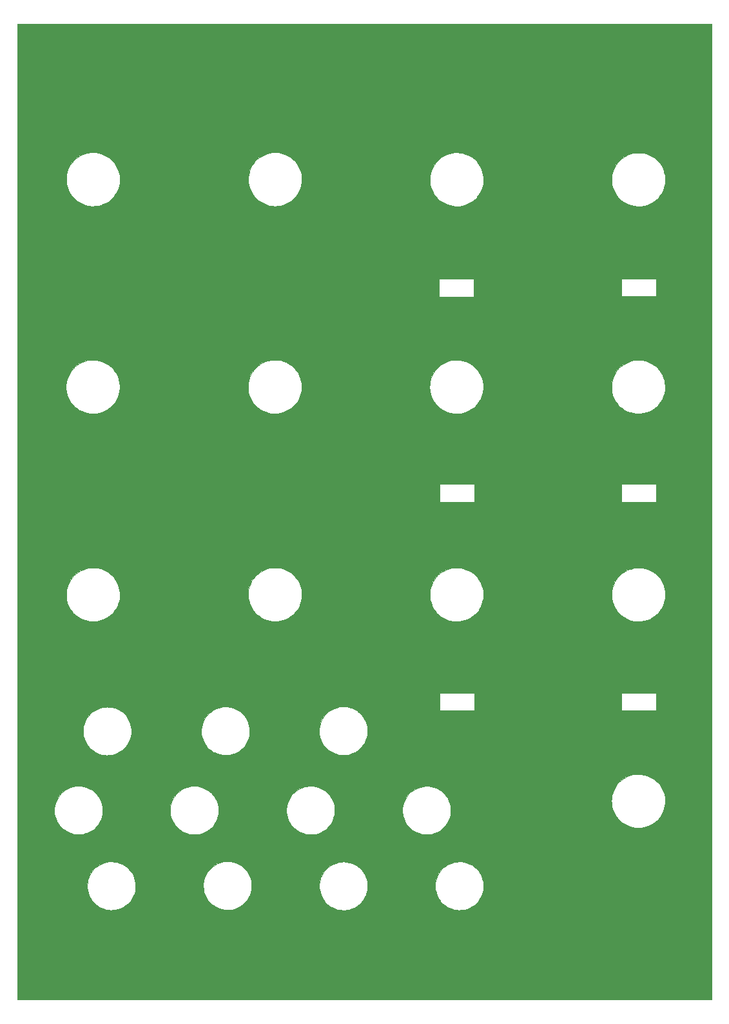
<source format=gbl>
G04 #@! TF.GenerationSoftware,KiCad,Pcbnew,(6.0.0)*
G04 #@! TF.CreationDate,2022-01-04T18:38:19+01:00*
G04 #@! TF.ProjectId,ad633muliply-panel,61643633-336d-4756-9c69-706c792d7061,rev?*
G04 #@! TF.SameCoordinates,Original*
G04 #@! TF.FileFunction,Copper,L2,Bot*
G04 #@! TF.FilePolarity,Positive*
%FSLAX46Y46*%
G04 Gerber Fmt 4.6, Leading zero omitted, Abs format (unit mm)*
G04 Created by KiCad (PCBNEW (6.0.0)) date 2022-01-04 18:38:19*
%MOMM*%
%LPD*%
G01*
G04 APERTURE LIST*
G04 #@! TA.AperFunction,EtchedComponent*
%ADD10C,0.010000*%
G04 #@! TD*
G04 APERTURE END LIST*
D10*
X166762666Y-183198000D02*
X75555500Y-183198000D01*
X75555500Y-183198000D02*
X75555500Y-168158444D01*
X75555500Y-168158444D02*
X84710843Y-168158444D01*
X84710843Y-168158444D02*
X84716842Y-168510998D01*
X84716842Y-168510998D02*
X84761673Y-168858969D01*
X84761673Y-168858969D02*
X84844713Y-169199282D01*
X84844713Y-169199282D02*
X84965333Y-169528860D01*
X84965333Y-169528860D02*
X85122909Y-169844627D01*
X85122909Y-169844627D02*
X85316815Y-170143508D01*
X85316815Y-170143508D02*
X85546425Y-170422426D01*
X85546425Y-170422426D02*
X85623784Y-170503375D01*
X85623784Y-170503375D02*
X85901938Y-170755771D01*
X85901938Y-170755771D02*
X86199591Y-170970623D01*
X86199591Y-170970623D02*
X86516225Y-171147687D01*
X86516225Y-171147687D02*
X86851321Y-171286721D01*
X86851321Y-171286721D02*
X87204358Y-171387481D01*
X87204358Y-171387481D02*
X87574819Y-171449725D01*
X87574819Y-171449725D02*
X87662833Y-171458602D01*
X87662833Y-171458602D02*
X87762062Y-171462815D01*
X87762062Y-171462815D02*
X87890157Y-171461655D01*
X87890157Y-171461655D02*
X88034091Y-171455822D01*
X88034091Y-171455822D02*
X88180835Y-171446016D01*
X88180835Y-171446016D02*
X88317361Y-171432936D01*
X88317361Y-171432936D02*
X88429823Y-171417422D01*
X88429823Y-171417422D02*
X88786832Y-171336079D01*
X88786832Y-171336079D02*
X89124668Y-171217255D01*
X89124668Y-171217255D02*
X89444042Y-171060571D01*
X89444042Y-171060571D02*
X89745662Y-170865645D01*
X89745662Y-170865645D02*
X90030239Y-170632097D01*
X90030239Y-170632097D02*
X90194816Y-170471492D01*
X90194816Y-170471492D02*
X90432326Y-170195577D01*
X90432326Y-170195577D02*
X90633420Y-169900647D01*
X90633420Y-169900647D02*
X90797838Y-169589704D01*
X90797838Y-169589704D02*
X90925320Y-169265750D01*
X90925320Y-169265750D02*
X91015608Y-168931787D01*
X91015608Y-168931787D02*
X91068441Y-168590817D01*
X91068441Y-168590817D02*
X91083188Y-168254333D01*
X91083188Y-168254333D02*
X99971250Y-168254333D01*
X99971250Y-168254333D02*
X99973918Y-168464449D01*
X99973918Y-168464449D02*
X99983031Y-168643294D01*
X99983031Y-168643294D02*
X100000254Y-168801661D01*
X100000254Y-168801661D02*
X100027249Y-168950341D01*
X100027249Y-168950341D02*
X100065682Y-169100127D01*
X100065682Y-169100127D02*
X100117215Y-169261810D01*
X100117215Y-169261810D02*
X100134026Y-169310137D01*
X100134026Y-169310137D02*
X100273077Y-169641957D01*
X100273077Y-169641957D02*
X100447355Y-169953060D01*
X100447355Y-169953060D02*
X100654011Y-170241183D01*
X100654011Y-170241183D02*
X100890196Y-170504059D01*
X100890196Y-170504059D02*
X101153061Y-170739423D01*
X101153061Y-170739423D02*
X101439758Y-170945011D01*
X101439758Y-170945011D02*
X101747438Y-171118557D01*
X101747438Y-171118557D02*
X102073253Y-171257796D01*
X102073253Y-171257796D02*
X102414353Y-171360463D01*
X102414353Y-171360463D02*
X102767892Y-171424292D01*
X102767892Y-171424292D02*
X102797000Y-171427694D01*
X102797000Y-171427694D02*
X102964411Y-171439049D01*
X102964411Y-171439049D02*
X103157085Y-171440028D01*
X103157085Y-171440028D02*
X103359420Y-171431321D01*
X103359420Y-171431321D02*
X103555817Y-171413616D01*
X103555817Y-171413616D02*
X103730676Y-171387601D01*
X103730676Y-171387601D02*
X103738372Y-171386134D01*
X103738372Y-171386134D02*
X104091550Y-171297059D01*
X104091550Y-171297059D02*
X104427310Y-171170726D01*
X104427310Y-171170726D02*
X104743415Y-171009396D01*
X104743415Y-171009396D02*
X105037630Y-170815328D01*
X105037630Y-170815328D02*
X105307721Y-170590782D01*
X105307721Y-170590782D02*
X105551452Y-170338016D01*
X105551452Y-170338016D02*
X105766587Y-170059291D01*
X105766587Y-170059291D02*
X105950892Y-169756865D01*
X105950892Y-169756865D02*
X106102131Y-169432999D01*
X106102131Y-169432999D02*
X106218069Y-169089952D01*
X106218069Y-169089952D02*
X106281674Y-168815250D01*
X106281674Y-168815250D02*
X106305191Y-168644899D01*
X106305191Y-168644899D02*
X106318692Y-168448196D01*
X106318692Y-168448196D02*
X106321152Y-168304994D01*
X106321152Y-168304994D02*
X115204318Y-168304994D01*
X115204318Y-168304994D02*
X115207363Y-168483829D01*
X115207363Y-168483829D02*
X115216988Y-168646676D01*
X115216988Y-168646676D02*
X115231218Y-168768397D01*
X115231218Y-168768397D02*
X115308423Y-169128174D01*
X115308423Y-169128174D02*
X115423803Y-169472343D01*
X115423803Y-169472343D02*
X115575524Y-169798344D01*
X115575524Y-169798344D02*
X115761751Y-170103616D01*
X115761751Y-170103616D02*
X115980651Y-170385597D01*
X115980651Y-170385597D02*
X116230389Y-170641727D01*
X116230389Y-170641727D02*
X116509130Y-170869446D01*
X116509130Y-170869446D02*
X116815042Y-171066191D01*
X116815042Y-171066191D02*
X116916264Y-171121095D01*
X116916264Y-171121095D02*
X117250988Y-171271781D01*
X117250988Y-171271781D02*
X117595961Y-171381424D01*
X117595961Y-171381424D02*
X117950813Y-171449962D01*
X117950813Y-171449962D02*
X118315173Y-171477329D01*
X118315173Y-171477329D02*
X118688673Y-171463465D01*
X118688673Y-171463465D02*
X118830352Y-171447709D01*
X118830352Y-171447709D02*
X119162200Y-171383649D01*
X119162200Y-171383649D02*
X119489777Y-171280519D01*
X119489777Y-171280519D02*
X119807398Y-171141428D01*
X119807398Y-171141428D02*
X120109381Y-170969482D01*
X120109381Y-170969482D02*
X120390043Y-170767790D01*
X120390043Y-170767790D02*
X120643701Y-170539458D01*
X120643701Y-170539458D02*
X120795813Y-170373004D01*
X120795813Y-170373004D02*
X121021463Y-170074924D01*
X121021463Y-170074924D02*
X121207807Y-169762978D01*
X121207807Y-169762978D02*
X121356569Y-169433638D01*
X121356569Y-169433638D02*
X121469476Y-169083373D01*
X121469476Y-169083373D02*
X121510649Y-168910500D01*
X121510649Y-168910500D02*
X121537341Y-168744733D01*
X121537341Y-168744733D02*
X121554512Y-168550843D01*
X121554512Y-168550843D02*
X121562037Y-168341982D01*
X121562037Y-168341982D02*
X121561850Y-168324398D01*
X121561850Y-168324398D02*
X130428050Y-168324398D01*
X130428050Y-168324398D02*
X130432213Y-168510278D01*
X130432213Y-168510278D02*
X130443278Y-168680628D01*
X130443278Y-168680628D02*
X130461327Y-168824375D01*
X130461327Y-168824375D02*
X130469698Y-168868167D01*
X130469698Y-168868167D02*
X130566962Y-169234102D01*
X130566962Y-169234102D02*
X130696045Y-169573706D01*
X130696045Y-169573706D02*
X130858443Y-169890187D01*
X130858443Y-169890187D02*
X131055650Y-170186753D01*
X131055650Y-170186753D02*
X131127410Y-170279290D01*
X131127410Y-170279290D02*
X131364688Y-170541814D01*
X131364688Y-170541814D02*
X131629247Y-170774948D01*
X131629247Y-170774948D02*
X131917259Y-170977079D01*
X131917259Y-170977079D02*
X132224897Y-171146594D01*
X132224897Y-171146594D02*
X132548332Y-171281882D01*
X132548332Y-171281882D02*
X132883736Y-171381328D01*
X132883736Y-171381328D02*
X133227280Y-171443320D01*
X133227280Y-171443320D02*
X133575137Y-171466245D01*
X133575137Y-171466245D02*
X133906820Y-171450294D01*
X133906820Y-171450294D02*
X134274431Y-171391170D01*
X134274431Y-171391170D02*
X134625619Y-171294069D01*
X134625619Y-171294069D02*
X134958330Y-171160835D01*
X134958330Y-171160835D02*
X135270510Y-170993309D01*
X135270510Y-170993309D02*
X135560106Y-170793335D01*
X135560106Y-170793335D02*
X135825065Y-170562755D01*
X135825065Y-170562755D02*
X136063333Y-170303413D01*
X136063333Y-170303413D02*
X136272858Y-170017150D01*
X136272858Y-170017150D02*
X136451585Y-169705811D01*
X136451585Y-169705811D02*
X136597462Y-169371237D01*
X136597462Y-169371237D02*
X136708435Y-169015272D01*
X136708435Y-169015272D02*
X136732451Y-168914368D01*
X136732451Y-168914368D02*
X136754201Y-168784520D01*
X136754201Y-168784520D02*
X136769854Y-168624806D01*
X136769854Y-168624806D02*
X136779338Y-168446051D01*
X136779338Y-168446051D02*
X136782577Y-168259078D01*
X136782577Y-168259078D02*
X136779498Y-168074712D01*
X136779498Y-168074712D02*
X136770026Y-167903779D01*
X136770026Y-167903779D02*
X136754089Y-167757101D01*
X136754089Y-167757101D02*
X136740872Y-167682833D01*
X136740872Y-167682833D02*
X136641169Y-167314299D01*
X136641169Y-167314299D02*
X136507618Y-166967632D01*
X136507618Y-166967632D02*
X136341338Y-166644873D01*
X136341338Y-166644873D02*
X136143446Y-166348064D01*
X136143446Y-166348064D02*
X135915061Y-166079245D01*
X135915061Y-166079245D02*
X135799954Y-165965440D01*
X135799954Y-165965440D02*
X135518735Y-165730125D01*
X135518735Y-165730125D02*
X135218928Y-165531186D01*
X135218928Y-165531186D02*
X134903614Y-165368891D01*
X134903614Y-165368891D02*
X134575873Y-165243510D01*
X134575873Y-165243510D02*
X134238786Y-165155311D01*
X134238786Y-165155311D02*
X133895434Y-165104566D01*
X133895434Y-165104566D02*
X133548898Y-165091542D01*
X133548898Y-165091542D02*
X133202258Y-165116509D01*
X133202258Y-165116509D02*
X132858594Y-165179736D01*
X132858594Y-165179736D02*
X132520989Y-165281494D01*
X132520989Y-165281494D02*
X132192521Y-165422050D01*
X132192521Y-165422050D02*
X131876272Y-165601675D01*
X131876272Y-165601675D02*
X131848250Y-165619941D01*
X131848250Y-165619941D02*
X131557341Y-165836667D01*
X131557341Y-165836667D02*
X131295109Y-166083563D01*
X131295109Y-166083563D02*
X131063158Y-166358255D01*
X131063158Y-166358255D02*
X130863092Y-166658369D01*
X130863092Y-166658369D02*
X130696514Y-166981529D01*
X130696514Y-166981529D02*
X130565031Y-167325362D01*
X130565031Y-167325362D02*
X130478769Y-167647095D01*
X130478769Y-167647095D02*
X130456148Y-167784338D01*
X130456148Y-167784338D02*
X130440100Y-167950353D01*
X130440100Y-167950353D02*
X130430707Y-168134065D01*
X130430707Y-168134065D02*
X130428050Y-168324398D01*
X130428050Y-168324398D02*
X121561850Y-168324398D01*
X121561850Y-168324398D02*
X121559792Y-168131304D01*
X121559792Y-168131304D02*
X121547656Y-167931961D01*
X121547656Y-167931961D02*
X121525503Y-167757107D01*
X121525503Y-167757107D02*
X121521674Y-167735750D01*
X121521674Y-167735750D02*
X121434536Y-167380045D01*
X121434536Y-167380045D02*
X121310510Y-167041373D01*
X121310510Y-167041373D02*
X121151822Y-166722099D01*
X121151822Y-166722099D02*
X120960702Y-166424586D01*
X120960702Y-166424586D02*
X120739376Y-166151200D01*
X120739376Y-166151200D02*
X120490072Y-165904305D01*
X120490072Y-165904305D02*
X120215018Y-165686264D01*
X120215018Y-165686264D02*
X119916442Y-165499443D01*
X119916442Y-165499443D02*
X119596571Y-165346207D01*
X119596571Y-165346207D02*
X119257634Y-165228919D01*
X119257634Y-165228919D02*
X119128016Y-165195148D01*
X119128016Y-165195148D02*
X118765139Y-165130047D01*
X118765139Y-165130047D02*
X118402156Y-165106687D01*
X118402156Y-165106687D02*
X118041808Y-165124575D01*
X118041808Y-165124575D02*
X117686837Y-165183214D01*
X117686837Y-165183214D02*
X117339983Y-165282111D01*
X117339983Y-165282111D02*
X117003989Y-165420769D01*
X117003989Y-165420769D02*
X116681595Y-165598694D01*
X116681595Y-165598694D02*
X116599563Y-165651843D01*
X116599563Y-165651843D02*
X116402994Y-165798717D01*
X116402994Y-165798717D02*
X116203704Y-165975815D01*
X116203704Y-165975815D02*
X116011592Y-166172951D01*
X116011592Y-166172951D02*
X115836556Y-166379940D01*
X115836556Y-166379940D02*
X115688495Y-166586596D01*
X115688495Y-166586596D02*
X115683199Y-166594828D01*
X115683199Y-166594828D02*
X115579896Y-166775105D01*
X115579896Y-166775105D02*
X115480075Y-166984631D01*
X115480075Y-166984631D02*
X115388993Y-167210355D01*
X115388993Y-167210355D02*
X115311907Y-167439230D01*
X115311907Y-167439230D02*
X115254076Y-167658207D01*
X115254076Y-167658207D02*
X115253312Y-167661667D01*
X115253312Y-167661667D02*
X115232350Y-167788508D01*
X115232350Y-167788508D02*
X115217043Y-167945739D01*
X115217043Y-167945739D02*
X115207622Y-168121766D01*
X115207622Y-168121766D02*
X115204318Y-168304994D01*
X115204318Y-168304994D02*
X106321152Y-168304994D01*
X106321152Y-168304994D02*
X106322298Y-168238305D01*
X106322298Y-168238305D02*
X106316131Y-168028391D01*
X106316131Y-168028391D02*
X106300315Y-167831617D01*
X106300315Y-167831617D02*
X106274972Y-167661148D01*
X106274972Y-167661148D02*
X106270749Y-167640500D01*
X106270749Y-167640500D02*
X106173786Y-167279399D01*
X106173786Y-167279399D02*
X106041290Y-166937631D01*
X106041290Y-166937631D02*
X105874695Y-166617625D01*
X105874695Y-166617625D02*
X105675439Y-166321811D01*
X105675439Y-166321811D02*
X105444956Y-166052619D01*
X105444956Y-166052619D02*
X105195954Y-165821749D01*
X105195954Y-165821749D02*
X104893949Y-165596841D01*
X104893949Y-165596841D02*
X104580936Y-165412678D01*
X104580936Y-165412678D02*
X104255698Y-165268817D01*
X104255698Y-165268817D02*
X103917019Y-165164817D01*
X103917019Y-165164817D02*
X103563683Y-165100237D01*
X103563683Y-165100237D02*
X103194472Y-165074635D01*
X103194472Y-165074635D02*
X103135666Y-165074127D01*
X103135666Y-165074127D02*
X102876038Y-165082057D01*
X102876038Y-165082057D02*
X102639449Y-165107974D01*
X102639449Y-165107974D02*
X102409512Y-165154452D01*
X102409512Y-165154452D02*
X102169840Y-165224066D01*
X102169840Y-165224066D02*
X102159774Y-165227383D01*
X102159774Y-165227383D02*
X101813014Y-165363613D01*
X101813014Y-165363613D02*
X101490024Y-165534081D01*
X101490024Y-165534081D02*
X101192507Y-165736898D01*
X101192507Y-165736898D02*
X100922166Y-165970175D01*
X100922166Y-165970175D02*
X100680703Y-166232022D01*
X100680703Y-166232022D02*
X100469823Y-166520550D01*
X100469823Y-166520550D02*
X100291226Y-166833872D01*
X100291226Y-166833872D02*
X100146617Y-167170097D01*
X100146617Y-167170097D02*
X100037697Y-167527337D01*
X100037697Y-167527337D02*
X100020445Y-167600696D01*
X100020445Y-167600696D02*
X100003013Y-167683684D01*
X100003013Y-167683684D02*
X99990180Y-167760363D01*
X99990180Y-167760363D02*
X99981271Y-167839699D01*
X99981271Y-167839699D02*
X99975612Y-167930655D01*
X99975612Y-167930655D02*
X99972527Y-168042198D01*
X99972527Y-168042198D02*
X99971343Y-168183292D01*
X99971343Y-168183292D02*
X99971250Y-168254333D01*
X99971250Y-168254333D02*
X91083188Y-168254333D01*
X91083188Y-168254333D02*
X91083561Y-168245842D01*
X91083561Y-168245842D02*
X91060708Y-167899864D01*
X91060708Y-167899864D02*
X90999622Y-167555885D01*
X90999622Y-167555885D02*
X90900046Y-167216906D01*
X90900046Y-167216906D02*
X90761718Y-166885931D01*
X90761718Y-166885931D02*
X90584381Y-166565961D01*
X90584381Y-166565961D02*
X90538358Y-166494707D01*
X90538358Y-166494707D02*
X90439171Y-166360140D01*
X90439171Y-166360140D02*
X90313356Y-166212074D01*
X90313356Y-166212074D02*
X90170054Y-166059651D01*
X90170054Y-166059651D02*
X90018408Y-165912015D01*
X90018408Y-165912015D02*
X89867559Y-165778306D01*
X89867559Y-165778306D02*
X89726651Y-165667668D01*
X89726651Y-165667668D02*
X89676459Y-165632808D01*
X89676459Y-165632808D02*
X89357057Y-165445226D01*
X89357057Y-165445226D02*
X89024427Y-165296685D01*
X89024427Y-165296685D02*
X88681466Y-165187511D01*
X88681466Y-165187511D02*
X88331070Y-165118031D01*
X88331070Y-165118031D02*
X87976137Y-165088571D01*
X87976137Y-165088571D02*
X87619564Y-165099459D01*
X87619564Y-165099459D02*
X87264248Y-165151021D01*
X87264248Y-165151021D02*
X86913087Y-165243584D01*
X86913087Y-165243584D02*
X86747502Y-165302424D01*
X86747502Y-165302424D02*
X86423338Y-165449783D01*
X86423338Y-165449783D02*
X86117984Y-165632991D01*
X86117984Y-165632991D02*
X85834665Y-165848847D01*
X85834665Y-165848847D02*
X85576607Y-166094149D01*
X85576607Y-166094149D02*
X85347037Y-166365695D01*
X85347037Y-166365695D02*
X85149182Y-166660284D01*
X85149182Y-166660284D02*
X84986266Y-166974714D01*
X84986266Y-166974714D02*
X84932106Y-167104045D01*
X84932106Y-167104045D02*
X84817849Y-167451892D01*
X84817849Y-167451892D02*
X84744304Y-167804383D01*
X84744304Y-167804383D02*
X84710843Y-168158444D01*
X84710843Y-168158444D02*
X75555500Y-168158444D01*
X75555500Y-168158444D02*
X75555500Y-158295723D01*
X75555500Y-158295723D02*
X80400886Y-158295723D01*
X80400886Y-158295723D02*
X80401586Y-158471442D01*
X80401586Y-158471442D02*
X80408467Y-158634665D01*
X80408467Y-158634665D02*
X80421687Y-158771776D01*
X80421687Y-158771776D02*
X80423307Y-158783144D01*
X80423307Y-158783144D02*
X80497587Y-159149107D01*
X80497587Y-159149107D02*
X80609507Y-159495695D01*
X80609507Y-159495695D02*
X80759091Y-159822960D01*
X80759091Y-159822960D02*
X80946364Y-160130949D01*
X80946364Y-160130949D02*
X81171352Y-160419715D01*
X81171352Y-160419715D02*
X81333041Y-160592359D01*
X81333041Y-160592359D02*
X81600980Y-160834628D01*
X81600980Y-160834628D02*
X81881209Y-161038043D01*
X81881209Y-161038043D02*
X82178107Y-161205338D01*
X82178107Y-161205338D02*
X82496048Y-161339248D01*
X82496048Y-161339248D02*
X82569196Y-161364479D01*
X82569196Y-161364479D02*
X82780630Y-161426407D01*
X82780630Y-161426407D02*
X83000946Y-161475999D01*
X83000946Y-161475999D02*
X83219153Y-161511542D01*
X83219153Y-161511542D02*
X83424256Y-161531323D01*
X83424256Y-161531323D02*
X83605261Y-161533628D01*
X83605261Y-161533628D02*
X83641166Y-161531590D01*
X83641166Y-161531590D02*
X83710206Y-161526561D01*
X83710206Y-161526561D02*
X83802372Y-161519772D01*
X83802372Y-161519772D02*
X83898575Y-161512628D01*
X83898575Y-161512628D02*
X83905398Y-161512119D01*
X83905398Y-161512119D02*
X84114032Y-161487676D01*
X84114032Y-161487676D02*
X84325628Y-161443937D01*
X84325628Y-161443937D02*
X84554984Y-161377797D01*
X84554984Y-161377797D02*
X84572500Y-161372113D01*
X84572500Y-161372113D02*
X84907531Y-161241307D01*
X84907531Y-161241307D02*
X85219989Y-161076695D01*
X85219989Y-161076695D02*
X85508334Y-160881081D01*
X85508334Y-160881081D02*
X85771028Y-160657270D01*
X85771028Y-160657270D02*
X86006530Y-160408067D01*
X86006530Y-160408067D02*
X86213301Y-160136278D01*
X86213301Y-160136278D02*
X86389803Y-159844708D01*
X86389803Y-159844708D02*
X86534496Y-159536162D01*
X86534496Y-159536162D02*
X86645841Y-159213446D01*
X86645841Y-159213446D02*
X86722298Y-158879364D01*
X86722298Y-158879364D02*
X86762328Y-158536722D01*
X86762328Y-158536722D02*
X86763594Y-158322936D01*
X86763594Y-158322936D02*
X95610654Y-158322936D01*
X95610654Y-158322936D02*
X95613438Y-158517619D01*
X95613438Y-158517619D02*
X95624151Y-158702514D01*
X95624151Y-158702514D02*
X95642790Y-158864779D01*
X95642790Y-158864779D02*
X95650319Y-158909250D01*
X95650319Y-158909250D02*
X95736809Y-159270280D01*
X95736809Y-159270280D02*
X95857953Y-159607626D01*
X95857953Y-159607626D02*
X96014910Y-159923490D01*
X96014910Y-159923490D02*
X96208835Y-160220076D01*
X96208835Y-160220076D02*
X96440889Y-160499585D01*
X96440889Y-160499585D02*
X96540884Y-160603353D01*
X96540884Y-160603353D02*
X96816998Y-160852487D01*
X96816998Y-160852487D02*
X97107802Y-161062779D01*
X97107802Y-161062779D02*
X97415771Y-161235463D01*
X97415771Y-161235463D02*
X97743383Y-161371770D01*
X97743383Y-161371770D02*
X98093112Y-161472934D01*
X98093112Y-161472934D02*
X98404916Y-161531528D01*
X98404916Y-161531528D02*
X98475348Y-161537124D01*
X98475348Y-161537124D02*
X98578449Y-161539268D01*
X98578449Y-161539268D02*
X98704727Y-161538338D01*
X98704727Y-161538338D02*
X98844691Y-161534716D01*
X98844691Y-161534716D02*
X98988851Y-161528782D01*
X98988851Y-161528782D02*
X99127715Y-161520915D01*
X99127715Y-161520915D02*
X99251792Y-161511497D01*
X99251792Y-161511497D02*
X99351591Y-161500907D01*
X99351591Y-161500907D02*
X99410333Y-161491248D01*
X99410333Y-161491248D02*
X99778621Y-161389217D01*
X99778621Y-161389217D02*
X100124644Y-161252054D01*
X100124644Y-161252054D02*
X100446797Y-161081343D01*
X100446797Y-161081343D02*
X100743473Y-160878666D01*
X100743473Y-160878666D02*
X101013066Y-160645604D01*
X101013066Y-160645604D02*
X101253970Y-160383740D01*
X101253970Y-160383740D02*
X101464578Y-160094657D01*
X101464578Y-160094657D02*
X101643285Y-159779937D01*
X101643285Y-159779937D02*
X101788485Y-159441162D01*
X101788485Y-159441162D02*
X101898571Y-159079915D01*
X101898571Y-159079915D02*
X101911108Y-159027557D01*
X101911108Y-159027557D02*
X101938105Y-158874623D01*
X101938105Y-158874623D02*
X101956803Y-158692144D01*
X101956803Y-158692144D02*
X101966984Y-158492126D01*
X101966984Y-158492126D02*
X101967874Y-158365488D01*
X101967874Y-158365488D02*
X110890788Y-158365488D01*
X110890788Y-158365488D02*
X110893547Y-158543480D01*
X110893547Y-158543480D02*
X110901451Y-158710483D01*
X110901451Y-158710483D02*
X110914498Y-158855896D01*
X110914498Y-158855896D02*
X110931186Y-158962167D01*
X110931186Y-158962167D02*
X111020247Y-159296799D01*
X111020247Y-159296799D02*
X111143259Y-159623689D01*
X111143259Y-159623689D02*
X111296059Y-159933205D01*
X111296059Y-159933205D02*
X111470576Y-160210229D01*
X111470576Y-160210229D02*
X111602742Y-160379597D01*
X111602742Y-160379597D02*
X111759578Y-160553582D01*
X111759578Y-160553582D02*
X111929367Y-160720426D01*
X111929367Y-160720426D02*
X112100390Y-160868369D01*
X112100390Y-160868369D02*
X112206360Y-160948610D01*
X112206360Y-160948610D02*
X112472038Y-161115673D01*
X112472038Y-161115673D02*
X112764497Y-161261906D01*
X112764497Y-161261906D02*
X113071769Y-161382402D01*
X113071769Y-161382402D02*
X113381884Y-161472256D01*
X113381884Y-161472256D02*
X113581416Y-161512246D01*
X113581416Y-161512246D02*
X113717985Y-161527720D01*
X113717985Y-161527720D02*
X113883278Y-161536012D01*
X113883278Y-161536012D02*
X114065282Y-161537429D01*
X114065282Y-161537429D02*
X114251981Y-161532280D01*
X114251981Y-161532280D02*
X114431360Y-161520871D01*
X114431360Y-161520871D02*
X114591405Y-161503512D01*
X114591405Y-161503512D02*
X114707362Y-161483413D01*
X114707362Y-161483413D02*
X115063852Y-161385794D01*
X115063852Y-161385794D02*
X115395248Y-161254954D01*
X115395248Y-161254954D02*
X115704813Y-161089107D01*
X115704813Y-161089107D02*
X115995806Y-160886469D01*
X115995806Y-160886469D02*
X116271490Y-160645253D01*
X116271490Y-160645253D02*
X116313281Y-160604076D01*
X116313281Y-160604076D02*
X116556083Y-160336244D01*
X116556083Y-160336244D02*
X116760500Y-160055666D01*
X116760500Y-160055666D02*
X116928889Y-159757987D01*
X116928889Y-159757987D02*
X117063605Y-159438852D01*
X117063605Y-159438852D02*
X117167005Y-159093907D01*
X117167005Y-159093907D02*
X117194183Y-158975877D01*
X117194183Y-158975877D02*
X117219699Y-158817332D01*
X117219699Y-158817332D02*
X117236172Y-158629880D01*
X117236172Y-158629880D02*
X117243602Y-158425972D01*
X117243602Y-158425972D02*
X117243044Y-158354000D01*
X117243044Y-158354000D02*
X126123031Y-158354000D01*
X126123031Y-158354000D02*
X126124718Y-158543788D01*
X126124718Y-158543788D02*
X126134560Y-158715015D01*
X126134560Y-158715015D02*
X126144569Y-158803417D01*
X126144569Y-158803417D02*
X126215811Y-159158737D01*
X126215811Y-159158737D02*
X126325018Y-159498561D01*
X126325018Y-159498561D02*
X126469934Y-159820595D01*
X126469934Y-159820595D02*
X126648302Y-160122546D01*
X126648302Y-160122546D02*
X126857866Y-160402120D01*
X126857866Y-160402120D02*
X127096370Y-160657025D01*
X127096370Y-160657025D02*
X127361555Y-160884966D01*
X127361555Y-160884966D02*
X127651168Y-161083650D01*
X127651168Y-161083650D02*
X127962949Y-161250784D01*
X127962949Y-161250784D02*
X128294644Y-161384075D01*
X128294644Y-161384075D02*
X128643996Y-161481228D01*
X128643996Y-161481228D02*
X128810833Y-161513289D01*
X128810833Y-161513289D02*
X128955456Y-161529935D01*
X128955456Y-161529935D02*
X129128936Y-161538356D01*
X129128936Y-161538356D02*
X129319264Y-161538948D01*
X129319264Y-161538948D02*
X129514433Y-161532110D01*
X129514433Y-161532110D02*
X129702433Y-161518238D01*
X129702433Y-161518238D02*
X129871257Y-161497728D01*
X129871257Y-161497728D02*
X129996166Y-161474093D01*
X129996166Y-161474093D02*
X130351893Y-161370731D01*
X130351893Y-161370731D02*
X130681542Y-161235090D01*
X130681542Y-161235090D02*
X130988616Y-161065162D01*
X130988616Y-161065162D02*
X131276620Y-160858938D01*
X131276620Y-160858938D02*
X131549056Y-160614408D01*
X131549056Y-160614408D02*
X131617993Y-160544076D01*
X131617993Y-160544076D02*
X131849303Y-160271833D01*
X131849303Y-160271833D02*
X132048986Y-159973631D01*
X132048986Y-159973631D02*
X132214694Y-159654085D01*
X132214694Y-159654085D02*
X132344077Y-159317813D01*
X132344077Y-159317813D02*
X132434788Y-158969431D01*
X132434788Y-158969431D02*
X132444290Y-158919833D01*
X132444290Y-158919833D02*
X132465616Y-158762461D01*
X132465616Y-158762461D02*
X132478626Y-158577608D01*
X132478626Y-158577608D02*
X132483326Y-158378650D01*
X132483326Y-158378650D02*
X132479724Y-158178960D01*
X132479724Y-158178960D02*
X132467827Y-157991913D01*
X132467827Y-157991913D02*
X132447643Y-157830883D01*
X132447643Y-157830883D02*
X132443674Y-157808583D01*
X132443674Y-157808583D02*
X132356939Y-157454018D01*
X132356939Y-157454018D02*
X132235726Y-157122110D01*
X132235726Y-157122110D02*
X153563319Y-157122110D01*
X153563319Y-157122110D02*
X153581442Y-157489107D01*
X153581442Y-157489107D02*
X153637266Y-157850245D01*
X153637266Y-157850245D02*
X153729723Y-158202694D01*
X153729723Y-158202694D02*
X153857742Y-158543622D01*
X153857742Y-158543622D02*
X154020254Y-158870198D01*
X154020254Y-158870198D02*
X154216191Y-159179592D01*
X154216191Y-159179592D02*
X154444482Y-159468973D01*
X154444482Y-159468973D02*
X154704059Y-159735510D01*
X154704059Y-159735510D02*
X154993851Y-159976372D01*
X154993851Y-159976372D02*
X155312790Y-160188728D01*
X155312790Y-160188728D02*
X155325652Y-160196304D01*
X155325652Y-160196304D02*
X155645802Y-160360692D01*
X155645802Y-160360692D02*
X155986360Y-160492061D01*
X155986360Y-160492061D02*
X156340755Y-160589001D01*
X156340755Y-160589001D02*
X156702418Y-160650099D01*
X156702418Y-160650099D02*
X157064780Y-160673943D01*
X157064780Y-160673943D02*
X157421269Y-160659121D01*
X157421269Y-160659121D02*
X157459916Y-160655061D01*
X157459916Y-160655061D02*
X157850896Y-160591243D01*
X157850896Y-160591243D02*
X158223961Y-160489091D01*
X158223961Y-160489091D02*
X158578935Y-160348683D01*
X158578935Y-160348683D02*
X158915644Y-160170100D01*
X158915644Y-160170100D02*
X159233912Y-159953421D01*
X159233912Y-159953421D02*
X159517584Y-159713711D01*
X159517584Y-159713711D02*
X159783619Y-159437567D01*
X159783619Y-159437567D02*
X160015122Y-159138855D01*
X160015122Y-159138855D02*
X160211348Y-158820518D01*
X160211348Y-158820518D02*
X160371551Y-158485495D01*
X160371551Y-158485495D02*
X160494986Y-158136728D01*
X160494986Y-158136728D02*
X160580906Y-157777157D01*
X160580906Y-157777157D02*
X160628565Y-157409724D01*
X160628565Y-157409724D02*
X160637219Y-157037370D01*
X160637219Y-157037370D02*
X160606120Y-156663035D01*
X160606120Y-156663035D02*
X160534523Y-156289661D01*
X160534523Y-156289661D02*
X160455254Y-156016384D01*
X160455254Y-156016384D02*
X160315086Y-155661799D01*
X160315086Y-155661799D02*
X160138318Y-155326209D01*
X160138318Y-155326209D02*
X159927393Y-155012358D01*
X159927393Y-155012358D02*
X159684753Y-154722994D01*
X159684753Y-154722994D02*
X159412841Y-154460861D01*
X159412841Y-154460861D02*
X159114100Y-154228707D01*
X159114100Y-154228707D02*
X158790973Y-154029275D01*
X158790973Y-154029275D02*
X158602916Y-153934144D01*
X158602916Y-153934144D02*
X158253383Y-153793535D01*
X158253383Y-153793535D02*
X157889560Y-153691186D01*
X157889560Y-153691186D02*
X157516101Y-153627499D01*
X157516101Y-153627499D02*
X157137659Y-153602876D01*
X157137659Y-153602876D02*
X156758889Y-153617718D01*
X156758889Y-153617718D02*
X156384444Y-153672428D01*
X156384444Y-153672428D02*
X156166591Y-153723797D01*
X156166591Y-153723797D02*
X155809624Y-153842002D01*
X155809624Y-153842002D02*
X155469309Y-153997636D01*
X155469309Y-153997636D02*
X155148321Y-154188169D01*
X155148321Y-154188169D02*
X154849334Y-154411070D01*
X154849334Y-154411070D02*
X154575020Y-154663812D01*
X154575020Y-154663812D02*
X154328054Y-154943863D01*
X154328054Y-154943863D02*
X154111109Y-155248693D01*
X154111109Y-155248693D02*
X153926858Y-155575774D01*
X153926858Y-155575774D02*
X153777977Y-155922575D01*
X153777977Y-155922575D02*
X153745854Y-156014276D01*
X153745854Y-156014276D02*
X153644456Y-156381864D01*
X153644456Y-156381864D02*
X153583967Y-156752086D01*
X153583967Y-156752086D02*
X153563319Y-157122110D01*
X153563319Y-157122110D02*
X132235726Y-157122110D01*
X132235726Y-157122110D02*
X132234101Y-157117662D01*
X132234101Y-157117662D02*
X132077595Y-156801467D01*
X132077595Y-156801467D02*
X131889851Y-156507389D01*
X131889851Y-156507389D02*
X131673303Y-156237382D01*
X131673303Y-156237382D02*
X131430384Y-155993399D01*
X131430384Y-155993399D02*
X131163526Y-155777394D01*
X131163526Y-155777394D02*
X130875161Y-155591322D01*
X130875161Y-155591322D02*
X130567723Y-155437138D01*
X130567723Y-155437138D02*
X130243643Y-155316794D01*
X130243643Y-155316794D02*
X129905355Y-155232245D01*
X129905355Y-155232245D02*
X129555291Y-155185446D01*
X129555291Y-155185446D02*
X129195884Y-155178350D01*
X129195884Y-155178350D02*
X129170666Y-155179380D01*
X129170666Y-155179380D02*
X128809141Y-155215922D01*
X128809141Y-155215922D02*
X128460071Y-155291250D01*
X128460071Y-155291250D02*
X128125861Y-155403256D01*
X128125861Y-155403256D02*
X127808915Y-155549832D01*
X127808915Y-155549832D02*
X127511638Y-155728868D01*
X127511638Y-155728868D02*
X127236434Y-155938257D01*
X127236434Y-155938257D02*
X126985707Y-156175890D01*
X126985707Y-156175890D02*
X126761862Y-156439658D01*
X126761862Y-156439658D02*
X126567303Y-156727453D01*
X126567303Y-156727453D02*
X126404435Y-157037167D01*
X126404435Y-157037167D02*
X126275662Y-157366690D01*
X126275662Y-157366690D02*
X126183389Y-157713914D01*
X126183389Y-157713914D02*
X126164082Y-157815978D01*
X126164082Y-157815978D02*
X126142996Y-157975824D01*
X126142996Y-157975824D02*
X126129218Y-158159921D01*
X126129218Y-158159921D02*
X126123031Y-158354000D01*
X126123031Y-158354000D02*
X117243044Y-158354000D01*
X117243044Y-158354000D02*
X117241990Y-158218058D01*
X117241990Y-158218058D02*
X117231336Y-158018589D01*
X117231336Y-158018589D02*
X117211639Y-157840015D01*
X117211639Y-157840015D02*
X117194183Y-157741956D01*
X117194183Y-157741956D02*
X117100425Y-157387714D01*
X117100425Y-157387714D02*
X116976114Y-157060693D01*
X116976114Y-157060693D02*
X116818894Y-156756539D01*
X116818894Y-156756539D02*
X116626409Y-156470896D01*
X116626409Y-156470896D02*
X116396302Y-156199411D01*
X116396302Y-156199411D02*
X116313281Y-156113757D01*
X116313281Y-156113757D02*
X116035648Y-155862887D01*
X116035648Y-155862887D02*
X115743593Y-155651736D01*
X115743593Y-155651736D02*
X115436195Y-155479899D01*
X115436195Y-155479899D02*
X115112531Y-155346973D01*
X115112531Y-155346973D02*
X114771680Y-155252553D01*
X114771680Y-155252553D02*
X114412719Y-155196235D01*
X114412719Y-155196235D02*
X114184666Y-155180426D01*
X114184666Y-155180426D02*
X113848077Y-155182336D01*
X113848077Y-155182336D02*
X113532152Y-155216086D01*
X113532152Y-155216086D02*
X113227556Y-155283649D01*
X113227556Y-155283649D02*
X112924955Y-155386996D01*
X112924955Y-155386996D02*
X112671250Y-155500076D01*
X112671250Y-155500076D02*
X112406129Y-155642691D01*
X112406129Y-155642691D02*
X112170504Y-155798502D01*
X112170504Y-155798502D02*
X111951755Y-155976437D01*
X111951755Y-155976437D02*
X111815468Y-156105365D01*
X111815468Y-156105365D02*
X111572288Y-156377239D01*
X111572288Y-156377239D02*
X111362410Y-156674515D01*
X111362410Y-156674515D02*
X111186970Y-156995074D01*
X111186970Y-156995074D02*
X111047104Y-157336795D01*
X111047104Y-157336795D02*
X110943947Y-157697561D01*
X110943947Y-157697561D02*
X110931186Y-157755667D01*
X110931186Y-157755667D02*
X110913371Y-157871597D01*
X110913371Y-157871597D02*
X110900699Y-158018945D01*
X110900699Y-158018945D02*
X110893172Y-158187109D01*
X110893172Y-158187109D02*
X110890788Y-158365488D01*
X110890788Y-158365488D02*
X101967874Y-158365488D01*
X101967874Y-158365488D02*
X101968430Y-158286580D01*
X101968430Y-158286580D02*
X101960924Y-158087514D01*
X101960924Y-158087514D02*
X101944248Y-157906936D01*
X101944248Y-157906936D02*
X101932820Y-157829750D01*
X101932820Y-157829750D02*
X101864351Y-157517030D01*
X101864351Y-157517030D02*
X101767508Y-157222841D01*
X101767508Y-157222841D02*
X101642049Y-156940750D01*
X101642049Y-156940750D02*
X101461487Y-156625204D01*
X101461487Y-156625204D02*
X101248318Y-156335220D01*
X101248318Y-156335220D02*
X101005004Y-156072652D01*
X101005004Y-156072652D02*
X100734008Y-155839351D01*
X100734008Y-155839351D02*
X100437792Y-155637169D01*
X100437792Y-155637169D02*
X100118820Y-155467959D01*
X100118820Y-155467959D02*
X99779553Y-155333572D01*
X99779553Y-155333572D02*
X99422455Y-155235862D01*
X99422455Y-155235862D02*
X99357416Y-155222496D01*
X99357416Y-155222496D02*
X99225300Y-155203490D01*
X99225300Y-155203490D02*
X99063593Y-155190789D01*
X99063593Y-155190789D02*
X98884067Y-155184385D01*
X98884067Y-155184385D02*
X98698493Y-155184271D01*
X98698493Y-155184271D02*
X98518640Y-155190441D01*
X98518640Y-155190441D02*
X98356281Y-155202887D01*
X98356281Y-155202887D02*
X98223185Y-155221603D01*
X98223185Y-155221603D02*
X98215184Y-155223164D01*
X98215184Y-155223164D02*
X97850425Y-155316635D01*
X97850425Y-155316635D02*
X97506156Y-155446276D01*
X97506156Y-155446276D02*
X97184176Y-155610275D01*
X97184176Y-155610275D02*
X96886284Y-155806819D01*
X96886284Y-155806819D02*
X96614278Y-156034095D01*
X96614278Y-156034095D02*
X96369956Y-156290292D01*
X96369956Y-156290292D02*
X96155117Y-156573597D01*
X96155117Y-156573597D02*
X95971560Y-156882196D01*
X95971560Y-156882196D02*
X95821082Y-157214277D01*
X95821082Y-157214277D02*
X95705483Y-157568029D01*
X95705483Y-157568029D02*
X95649927Y-157808583D01*
X95649927Y-157808583D02*
X95628894Y-157955576D01*
X95628894Y-157955576D02*
X95615805Y-158131308D01*
X95615805Y-158131308D02*
X95610654Y-158322936D01*
X95610654Y-158322936D02*
X86763594Y-158322936D01*
X86763594Y-158322936D02*
X86764392Y-158188325D01*
X86764392Y-158188325D02*
X86726950Y-157836978D01*
X86726950Y-157836978D02*
X86667239Y-157554583D01*
X86667239Y-157554583D02*
X86556067Y-157203929D01*
X86556067Y-157203929D02*
X86410435Y-156877332D01*
X86410435Y-156877332D02*
X86229067Y-156572566D01*
X86229067Y-156572566D02*
X86010689Y-156287404D01*
X86010689Y-156287404D02*
X85831117Y-156094265D01*
X85831117Y-156094265D02*
X85600788Y-155883441D01*
X85600788Y-155883441D02*
X85363184Y-155705442D01*
X85363184Y-155705442D02*
X85105510Y-155551124D01*
X85105510Y-155551124D02*
X84985250Y-155489720D01*
X84985250Y-155489720D02*
X84639786Y-155343601D01*
X84639786Y-155343601D02*
X84289234Y-155239141D01*
X84289234Y-155239141D02*
X83935396Y-155176339D01*
X83935396Y-155176339D02*
X83580075Y-155155193D01*
X83580075Y-155155193D02*
X83225074Y-155175702D01*
X83225074Y-155175702D02*
X82872195Y-155237863D01*
X82872195Y-155237863D02*
X82523241Y-155341676D01*
X82523241Y-155341676D02*
X82180015Y-155487140D01*
X82180015Y-155487140D02*
X82170083Y-155492020D01*
X82170083Y-155492020D02*
X81851537Y-155672198D01*
X81851537Y-155672198D02*
X81559487Y-155884392D01*
X81559487Y-155884392D02*
X81295643Y-156126297D01*
X81295643Y-156126297D02*
X81061716Y-156395610D01*
X81061716Y-156395610D02*
X80859417Y-156690026D01*
X80859417Y-156690026D02*
X80690456Y-157007242D01*
X80690456Y-157007242D02*
X80556543Y-157344953D01*
X80556543Y-157344953D02*
X80459391Y-157700856D01*
X80459391Y-157700856D02*
X80434309Y-157829750D01*
X80434309Y-157829750D02*
X80417405Y-157961261D01*
X80417405Y-157961261D02*
X80406212Y-158121124D01*
X80406212Y-158121124D02*
X80400886Y-158295723D01*
X80400886Y-158295723D02*
X75555500Y-158295723D01*
X75555500Y-158295723D02*
X75555500Y-147907407D01*
X75555500Y-147907407D02*
X84181849Y-147907407D01*
X84181849Y-147907407D02*
X84181924Y-147966083D01*
X84181924Y-147966083D02*
X84183024Y-148124126D01*
X84183024Y-148124126D02*
X84185932Y-148248941D01*
X84185932Y-148248941D02*
X84191328Y-148349620D01*
X84191328Y-148349620D02*
X84199893Y-148435255D01*
X84199893Y-148435255D02*
X84212309Y-148514935D01*
X84212309Y-148514935D02*
X84229234Y-148597652D01*
X84229234Y-148597652D02*
X84325530Y-148951139D01*
X84325530Y-148951139D02*
X84452115Y-149277249D01*
X84452115Y-149277249D02*
X84611471Y-149580520D01*
X84611471Y-149580520D02*
X84806077Y-149865493D01*
X84806077Y-149865493D02*
X85038416Y-150136708D01*
X85038416Y-150136708D02*
X85110884Y-150211115D01*
X85110884Y-150211115D02*
X85387810Y-150460580D01*
X85387810Y-150460580D02*
X85681428Y-150671373D01*
X85681428Y-150671373D02*
X85993053Y-150844147D01*
X85993053Y-150844147D02*
X86324001Y-150979553D01*
X86324001Y-150979553D02*
X86675586Y-151078244D01*
X86675586Y-151078244D02*
X86964333Y-151130062D01*
X86964333Y-151130062D02*
X87067715Y-151139135D01*
X87067715Y-151139135D02*
X87201519Y-151143213D01*
X87201519Y-151143213D02*
X87354176Y-151142668D01*
X87354176Y-151142668D02*
X87514117Y-151137874D01*
X87514117Y-151137874D02*
X87669772Y-151129202D01*
X87669772Y-151129202D02*
X87809572Y-151117024D01*
X87809572Y-151117024D02*
X87921947Y-151101713D01*
X87921947Y-151101713D02*
X87938000Y-151098726D01*
X87938000Y-151098726D02*
X88298346Y-151007669D01*
X88298346Y-151007669D02*
X88637735Y-150879919D01*
X88637735Y-150879919D02*
X88957005Y-150715027D01*
X88957005Y-150715027D02*
X89256996Y-150512545D01*
X89256996Y-150512545D02*
X89538547Y-150272026D01*
X89538547Y-150272026D02*
X89600948Y-150211115D01*
X89600948Y-150211115D02*
X89852162Y-149932529D01*
X89852162Y-149932529D02*
X90064000Y-149638440D01*
X90064000Y-149638440D02*
X90236620Y-149328491D01*
X90236620Y-149328491D02*
X90370177Y-149002324D01*
X90370177Y-149002324D02*
X90464827Y-148659581D01*
X90464827Y-148659581D02*
X90520727Y-148299907D01*
X90520727Y-148299907D02*
X90535869Y-148071917D01*
X90535869Y-148071917D02*
X90535279Y-148029598D01*
X90535279Y-148029598D02*
X99695427Y-148029598D01*
X99695427Y-148029598D02*
X99724017Y-148382528D01*
X99724017Y-148382528D02*
X99793030Y-148738057D01*
X99793030Y-148738057D02*
X99814334Y-148818315D01*
X99814334Y-148818315D02*
X99928326Y-149149736D01*
X99928326Y-149149736D02*
X100080789Y-149468730D01*
X100080789Y-149468730D02*
X100268582Y-149770645D01*
X100268582Y-149770645D02*
X100488561Y-150050828D01*
X100488561Y-150050828D02*
X100737584Y-150304624D01*
X100737584Y-150304624D02*
X100923750Y-150461189D01*
X100923750Y-150461189D02*
X101040139Y-150549662D01*
X101040139Y-150549662D02*
X101137990Y-150619046D01*
X101137990Y-150619046D02*
X101230815Y-150677909D01*
X101230815Y-150677909D02*
X101332122Y-150734820D01*
X101332122Y-150734820D02*
X101454994Y-150798134D01*
X101454994Y-150798134D02*
X101792720Y-150945136D01*
X101792720Y-150945136D02*
X102137967Y-151050606D01*
X102137967Y-151050606D02*
X102491246Y-151114621D01*
X102491246Y-151114621D02*
X102853065Y-151137261D01*
X102853065Y-151137261D02*
X103223936Y-151118603D01*
X103223936Y-151118603D02*
X103400250Y-151095785D01*
X103400250Y-151095785D02*
X103696869Y-151032244D01*
X103696869Y-151032244D02*
X103999314Y-150933742D01*
X103999314Y-150933742D02*
X104297196Y-150804421D01*
X104297196Y-150804421D02*
X104580126Y-150648424D01*
X104580126Y-150648424D02*
X104675027Y-150587400D01*
X104675027Y-150587400D02*
X104805226Y-150491358D01*
X104805226Y-150491358D02*
X104949067Y-150370447D01*
X104949067Y-150370447D02*
X105096091Y-150234603D01*
X105096091Y-150234603D02*
X105235842Y-150093761D01*
X105235842Y-150093761D02*
X105357862Y-149957859D01*
X105357862Y-149957859D02*
X105422516Y-149877141D01*
X105422516Y-149877141D02*
X105626035Y-149573011D01*
X105626035Y-149573011D02*
X105791637Y-149252947D01*
X105791637Y-149252947D02*
X105919011Y-148920105D01*
X105919011Y-148920105D02*
X106007844Y-148577641D01*
X106007844Y-148577641D02*
X106057824Y-148228713D01*
X106057824Y-148228713D02*
X106067186Y-147923750D01*
X106067186Y-147923750D02*
X115176144Y-147923750D01*
X115176144Y-147923750D02*
X115182478Y-148175270D01*
X115182478Y-148175270D02*
X115204572Y-148401871D01*
X115204572Y-148401871D02*
X115244764Y-148618782D01*
X115244764Y-148618782D02*
X115305391Y-148841233D01*
X115305391Y-148841233D02*
X115327549Y-148910225D01*
X115327549Y-148910225D02*
X115452482Y-149235641D01*
X115452482Y-149235641D02*
X115603768Y-149532139D01*
X115603768Y-149532139D02*
X115785953Y-149807084D01*
X115785953Y-149807084D02*
X116003581Y-150067843D01*
X116003581Y-150067843D02*
X116109934Y-150178185D01*
X116109934Y-150178185D02*
X116377762Y-150420346D01*
X116377762Y-150420346D02*
X116657610Y-150623626D01*
X116657610Y-150623626D02*
X116953904Y-150790787D01*
X116953904Y-150790787D02*
X117271066Y-150924596D01*
X117271066Y-150924596D02*
X117346029Y-150950479D01*
X117346029Y-150950479D02*
X117557463Y-151012407D01*
X117557463Y-151012407D02*
X117777780Y-151061999D01*
X117777780Y-151061999D02*
X117995986Y-151097542D01*
X117995986Y-151097542D02*
X118201089Y-151117323D01*
X118201089Y-151117323D02*
X118382095Y-151119628D01*
X118382095Y-151119628D02*
X118418000Y-151117590D01*
X118418000Y-151117590D02*
X118487039Y-151112561D01*
X118487039Y-151112561D02*
X118579205Y-151105772D01*
X118579205Y-151105772D02*
X118675408Y-151098628D01*
X118675408Y-151098628D02*
X118682232Y-151098119D01*
X118682232Y-151098119D02*
X118980016Y-151056907D01*
X118980016Y-151056907D02*
X119283978Y-150979152D01*
X119283978Y-150979152D02*
X119586311Y-150868267D01*
X119586311Y-150868267D02*
X119879206Y-150727664D01*
X119879206Y-150727664D02*
X120154857Y-150560757D01*
X120154857Y-150560757D02*
X120405454Y-150370958D01*
X120405454Y-150370958D02*
X120464842Y-150318915D01*
X120464842Y-150318915D02*
X120731526Y-150051540D01*
X120731526Y-150051540D02*
X120960567Y-149765227D01*
X120960567Y-149765227D02*
X121152619Y-149458815D01*
X121152619Y-149458815D02*
X121308331Y-149131145D01*
X121308331Y-149131145D02*
X121428356Y-148781057D01*
X121428356Y-148781057D02*
X121501060Y-148474083D01*
X121501060Y-148474083D02*
X121520630Y-148335384D01*
X121520630Y-148335384D02*
X121533036Y-148167439D01*
X121533036Y-148167439D02*
X121538287Y-147982722D01*
X121538287Y-147982722D02*
X121536389Y-147793709D01*
X121536389Y-147793709D02*
X121527351Y-147612875D01*
X121527351Y-147612875D02*
X121511181Y-147452695D01*
X121511181Y-147452695D02*
X121500378Y-147384000D01*
X121500378Y-147384000D02*
X121429521Y-147088068D01*
X121429521Y-147088068D02*
X121326147Y-146786409D01*
X121326147Y-146786409D02*
X121195654Y-146491787D01*
X121195654Y-146491787D02*
X121043435Y-146216968D01*
X121043435Y-146216968D02*
X120943431Y-146066206D01*
X120943431Y-146066206D02*
X120842853Y-145937630D01*
X120842853Y-145937630D02*
X120717355Y-145796336D01*
X120717355Y-145796336D02*
X120577424Y-145652812D01*
X120577424Y-145652812D02*
X120433547Y-145517545D01*
X120433547Y-145517545D02*
X120296212Y-145401021D01*
X120296212Y-145401021D02*
X120222627Y-145345402D01*
X120222627Y-145345402D02*
X119968964Y-145184442D01*
X119968964Y-145184442D02*
X119688022Y-145041260D01*
X119688022Y-145041260D02*
X119392587Y-144921266D01*
X119392587Y-144921266D02*
X119095443Y-144829869D01*
X119095443Y-144829869D02*
X118904833Y-144787881D01*
X118904833Y-144787881D02*
X118759862Y-144768242D01*
X118759862Y-144768242D02*
X118587891Y-144755735D01*
X118587891Y-144755735D02*
X118401411Y-144750362D01*
X118401411Y-144750362D02*
X118212919Y-144752123D01*
X118212919Y-144752123D02*
X118034906Y-144761021D01*
X118034906Y-144761021D02*
X117879867Y-144777056D01*
X117879867Y-144777056D02*
X117814750Y-144787773D01*
X117814750Y-144787773D02*
X117451188Y-144878403D01*
X117451188Y-144878403D02*
X117105878Y-145005469D01*
X117105878Y-145005469D02*
X116781094Y-145167177D01*
X116781094Y-145167177D02*
X116479110Y-145361731D01*
X116479110Y-145361731D02*
X116202198Y-145587339D01*
X116202198Y-145587339D02*
X115952633Y-145842206D01*
X115952633Y-145842206D02*
X115732689Y-146124538D01*
X115732689Y-146124538D02*
X115544639Y-146432541D01*
X115544639Y-146432541D02*
X115430256Y-146669220D01*
X115430256Y-146669220D02*
X115315402Y-146975195D01*
X115315402Y-146975195D02*
X115235963Y-147284994D01*
X115235963Y-147284994D02*
X115190145Y-147607470D01*
X115190145Y-147607470D02*
X115176144Y-147923750D01*
X115176144Y-147923750D02*
X106067186Y-147923750D01*
X106067186Y-147923750D02*
X106068638Y-147876476D01*
X106068638Y-147876476D02*
X106039975Y-147524087D01*
X106039975Y-147524087D02*
X105971522Y-147174702D01*
X105971522Y-147174702D02*
X105862967Y-146831477D01*
X105862967Y-146831477D02*
X105749776Y-146569083D01*
X105749776Y-146569083D02*
X105570150Y-146245764D01*
X105570150Y-146245764D02*
X105358993Y-145949841D01*
X105358993Y-145949841D02*
X105118270Y-145682820D01*
X105118270Y-145682820D02*
X104849946Y-145446210D01*
X104849946Y-145446210D02*
X104555985Y-145241516D01*
X104555985Y-145241516D02*
X104238351Y-145070245D01*
X104238351Y-145070245D02*
X103899008Y-144933905D01*
X103899008Y-144933905D02*
X103539921Y-144834003D01*
X103539921Y-144834003D02*
X103468570Y-144819055D01*
X103468570Y-144819055D02*
X103354557Y-144798663D01*
X103354557Y-144798663D02*
X103245569Y-144784798D01*
X103245569Y-144784798D02*
X103128710Y-144776423D01*
X103128710Y-144776423D02*
X102991083Y-144772500D01*
X102991083Y-144772500D02*
X102881666Y-144771846D01*
X102881666Y-144771846D02*
X102723077Y-144773381D01*
X102723077Y-144773381D02*
X102593837Y-144778679D01*
X102593837Y-144778679D02*
X102481049Y-144788776D01*
X102481049Y-144788776D02*
X102371815Y-144804710D01*
X102371815Y-144804710D02*
X102294762Y-144819055D01*
X102294762Y-144819055D02*
X101939361Y-144909994D01*
X101939361Y-144909994D02*
X101604166Y-145036132D01*
X101604166Y-145036132D02*
X101290732Y-145194961D01*
X101290732Y-145194961D02*
X101000615Y-145383974D01*
X101000615Y-145383974D02*
X100735370Y-145600663D01*
X100735370Y-145600663D02*
X100496551Y-145842521D01*
X100496551Y-145842521D02*
X100285716Y-146107039D01*
X100285716Y-146107039D02*
X100104417Y-146391710D01*
X100104417Y-146391710D02*
X99954212Y-146694027D01*
X99954212Y-146694027D02*
X99836655Y-147011482D01*
X99836655Y-147011482D02*
X99753302Y-147341567D01*
X99753302Y-147341567D02*
X99705708Y-147681775D01*
X99705708Y-147681775D02*
X99695427Y-148029598D01*
X99695427Y-148029598D02*
X90535279Y-148029598D01*
X90535279Y-148029598D02*
X90530953Y-147719343D01*
X90530953Y-147719343D02*
X90490204Y-147384574D01*
X90490204Y-147384574D02*
X90412213Y-147060771D01*
X90412213Y-147060771D02*
X90295568Y-146741096D01*
X90295568Y-146741096D02*
X90232759Y-146602329D01*
X90232759Y-146602329D02*
X90053283Y-146274133D01*
X90053283Y-146274133D02*
X89843248Y-145974833D01*
X89843248Y-145974833D02*
X89603941Y-145705431D01*
X89603941Y-145705431D02*
X89336645Y-145466928D01*
X89336645Y-145466928D02*
X89042648Y-145260328D01*
X89042648Y-145260328D02*
X88723235Y-145086631D01*
X88723235Y-145086631D02*
X88379690Y-144946840D01*
X88379690Y-144946840D02*
X88013300Y-144841957D01*
X88013300Y-144841957D02*
X87958659Y-144829772D01*
X87958659Y-144829772D02*
X87842422Y-144811525D01*
X87842422Y-144811525D02*
X87694821Y-144798555D01*
X87694821Y-144798555D02*
X87526471Y-144790863D01*
X87526471Y-144790863D02*
X87347983Y-144788449D01*
X87347983Y-144788449D02*
X87169970Y-144791312D01*
X87169970Y-144791312D02*
X87003044Y-144799454D01*
X87003044Y-144799454D02*
X86857820Y-144812874D01*
X86857820Y-144812874D02*
X86753173Y-144829739D01*
X86753173Y-144829739D02*
X86383641Y-144929180D01*
X86383641Y-144929180D02*
X86038263Y-145063240D01*
X86038263Y-145063240D02*
X85716205Y-145232363D01*
X85716205Y-145232363D02*
X85416636Y-145436996D01*
X85416636Y-145436996D02*
X85138720Y-145677585D01*
X85138720Y-145677585D02*
X85103128Y-145712532D01*
X85103128Y-145712532D02*
X84858668Y-145985137D01*
X84858668Y-145985137D02*
X84649644Y-146280664D01*
X84649644Y-146280664D02*
X84475893Y-146599415D01*
X84475893Y-146599415D02*
X84337251Y-146941690D01*
X84337251Y-146941690D02*
X84233556Y-147307792D01*
X84233556Y-147307792D02*
X84230111Y-147323029D01*
X84230111Y-147323029D02*
X84212501Y-147406839D01*
X84212501Y-147406839D02*
X84199634Y-147483845D01*
X84199634Y-147483845D02*
X84190824Y-147563227D01*
X84190824Y-147563227D02*
X84185381Y-147654162D01*
X84185381Y-147654162D02*
X84182619Y-147765829D01*
X84182619Y-147765829D02*
X84181849Y-147907407D01*
X84181849Y-147907407D02*
X75555500Y-147907407D01*
X75555500Y-147907407D02*
X75555500Y-142960167D01*
X75555500Y-142960167D02*
X130969833Y-142960167D01*
X130969833Y-142960167D02*
X130969833Y-145288500D01*
X130969833Y-145288500D02*
X135563000Y-145288500D01*
X135563000Y-145288500D02*
X135563000Y-142960167D01*
X135563000Y-142960167D02*
X154845833Y-142960167D01*
X154845833Y-142960167D02*
X154845833Y-145288500D01*
X154845833Y-145288500D02*
X159439000Y-145288500D01*
X159439000Y-145288500D02*
X159439000Y-142960167D01*
X159439000Y-142960167D02*
X154845833Y-142960167D01*
X154845833Y-142960167D02*
X135563000Y-142960167D01*
X135563000Y-142960167D02*
X130969833Y-142960167D01*
X130969833Y-142960167D02*
X75555500Y-142960167D01*
X75555500Y-142960167D02*
X75555500Y-130048500D01*
X75555500Y-130048500D02*
X81959970Y-130048500D01*
X81959970Y-130048500D02*
X81960611Y-130214858D01*
X81960611Y-130214858D02*
X81962432Y-130346605D01*
X81962432Y-130346605D02*
X81965954Y-130451458D01*
X81965954Y-130451458D02*
X81971697Y-130537136D01*
X81971697Y-130537136D02*
X81980179Y-130611355D01*
X81980179Y-130611355D02*
X81991920Y-130681833D01*
X81991920Y-130681833D02*
X82007440Y-130756286D01*
X82007440Y-130756286D02*
X82007687Y-130757396D01*
X82007687Y-130757396D02*
X82113250Y-131138517D01*
X82113250Y-131138517D02*
X82254552Y-131499274D01*
X82254552Y-131499274D02*
X82429671Y-131837839D01*
X82429671Y-131837839D02*
X82636688Y-132152387D01*
X82636688Y-132152387D02*
X82873680Y-132441089D01*
X82873680Y-132441089D02*
X83138727Y-132702119D01*
X83138727Y-132702119D02*
X83429907Y-132933650D01*
X83429907Y-132933650D02*
X83745301Y-133133856D01*
X83745301Y-133133856D02*
X84082986Y-133300909D01*
X84082986Y-133300909D02*
X84441043Y-133432984D01*
X84441043Y-133432984D02*
X84817549Y-133528252D01*
X84817549Y-133528252D02*
X84945617Y-133551318D01*
X84945617Y-133551318D02*
X85089388Y-133567713D01*
X85089388Y-133567713D02*
X85263159Y-133576559D01*
X85263159Y-133576559D02*
X85455431Y-133578206D01*
X85455431Y-133578206D02*
X85654703Y-133573003D01*
X85654703Y-133573003D02*
X85849473Y-133561301D01*
X85849473Y-133561301D02*
X86028243Y-133543450D01*
X86028243Y-133543450D02*
X86179510Y-133519800D01*
X86179510Y-133519800D02*
X86212916Y-133512744D01*
X86212916Y-133512744D02*
X86589532Y-133406904D01*
X86589532Y-133406904D02*
X86946922Y-133264991D01*
X86946922Y-133264991D02*
X87283026Y-133088978D01*
X87283026Y-133088978D02*
X87595783Y-132880834D01*
X87595783Y-132880834D02*
X87883134Y-132642531D01*
X87883134Y-132642531D02*
X88143018Y-132376038D01*
X88143018Y-132376038D02*
X88373375Y-132083327D01*
X88373375Y-132083327D02*
X88572144Y-131766368D01*
X88572144Y-131766368D02*
X88737265Y-131427131D01*
X88737265Y-131427131D02*
X88866678Y-131067588D01*
X88866678Y-131067588D02*
X88902338Y-130940455D01*
X88902338Y-130940455D02*
X88978160Y-130568531D01*
X88978160Y-130568531D02*
X89013055Y-130196350D01*
X89013055Y-130196350D02*
X89010407Y-129989853D01*
X89010407Y-129989853D02*
X105856784Y-129989853D01*
X105856784Y-129989853D02*
X105856853Y-130059083D01*
X105856853Y-130059083D02*
X105859780Y-130267725D01*
X105859780Y-130267725D02*
X105868384Y-130445294D01*
X105868384Y-130445294D02*
X105884360Y-130602862D01*
X105884360Y-130602862D02*
X105909398Y-130751500D01*
X105909398Y-130751500D02*
X105945192Y-130902281D01*
X105945192Y-130902281D02*
X105993435Y-131066276D01*
X105993435Y-131066276D02*
X106026247Y-131167194D01*
X106026247Y-131167194D02*
X106166086Y-131521465D01*
X106166086Y-131521465D02*
X106341290Y-131854605D01*
X106341290Y-131854605D02*
X106549470Y-132164637D01*
X106549470Y-132164637D02*
X106788239Y-132449588D01*
X106788239Y-132449588D02*
X107055211Y-132707483D01*
X107055211Y-132707483D02*
X107347998Y-132936347D01*
X107347998Y-132936347D02*
X107664214Y-133134205D01*
X107664214Y-133134205D02*
X108001471Y-133299083D01*
X108001471Y-133299083D02*
X108357381Y-133429005D01*
X108357381Y-133429005D02*
X108729559Y-133521997D01*
X108729559Y-133521997D02*
X108909400Y-133552380D01*
X108909400Y-133552380D02*
X109074060Y-133568667D01*
X109074060Y-133568667D02*
X109266451Y-133575792D01*
X109266451Y-133575792D02*
X109473063Y-133574142D01*
X109473063Y-133574142D02*
X109680384Y-133564104D01*
X109680384Y-133564104D02*
X109874904Y-133546065D01*
X109874904Y-133546065D02*
X110043111Y-133520410D01*
X110043111Y-133520410D02*
X110045938Y-133519857D01*
X110045938Y-133519857D02*
X110418257Y-133425687D01*
X110418257Y-133425687D02*
X110774156Y-133294010D01*
X110774156Y-133294010D02*
X111111233Y-133126966D01*
X111111233Y-133126966D02*
X111427081Y-132926693D01*
X111427081Y-132926693D02*
X111719297Y-132695331D01*
X111719297Y-132695331D02*
X111985476Y-132435018D01*
X111985476Y-132435018D02*
X112223214Y-132147894D01*
X112223214Y-132147894D02*
X112430106Y-131836099D01*
X112430106Y-131836099D02*
X112603748Y-131501771D01*
X112603748Y-131501771D02*
X112741735Y-131147049D01*
X112741735Y-131147049D02*
X112753255Y-131111248D01*
X112753255Y-131111248D02*
X112804301Y-130940697D01*
X112804301Y-130940697D02*
X112842705Y-130788096D01*
X112842705Y-130788096D02*
X112870107Y-130642049D01*
X112870107Y-130642049D02*
X112888144Y-130491162D01*
X112888144Y-130491162D02*
X112898453Y-130324039D01*
X112898453Y-130324039D02*
X112902674Y-130129286D01*
X112902674Y-130129286D02*
X112902984Y-130069667D01*
X112902984Y-130069667D02*
X129712931Y-130069667D01*
X129712931Y-130069667D02*
X129713702Y-130222145D01*
X129713702Y-130222145D02*
X129716255Y-130342596D01*
X129716255Y-130342596D02*
X129721446Y-130441317D01*
X129721446Y-130441317D02*
X129730134Y-130528602D01*
X129730134Y-130528602D02*
X129743178Y-130614749D01*
X129743178Y-130614749D02*
X129761436Y-130710054D01*
X129761436Y-130710054D02*
X129769569Y-130749149D01*
X129769569Y-130749149D02*
X129871174Y-131132442D01*
X129871174Y-131132442D02*
X130009352Y-131495447D01*
X130009352Y-131495447D02*
X130182633Y-131836448D01*
X130182633Y-131836448D02*
X130389547Y-132153731D01*
X130389547Y-132153731D02*
X130628626Y-132445581D01*
X130628626Y-132445581D02*
X130898399Y-132710282D01*
X130898399Y-132710282D02*
X131197398Y-132946120D01*
X131197398Y-132946120D02*
X131524153Y-133151378D01*
X131524153Y-133151378D02*
X131877195Y-133324343D01*
X131877195Y-133324343D02*
X132027589Y-133384916D01*
X132027589Y-133384916D02*
X132228536Y-133451533D01*
X132228536Y-133451533D02*
X132453994Y-133507780D01*
X132453994Y-133507780D02*
X132709940Y-133554962D01*
X132709940Y-133554962D02*
X132970083Y-133590607D01*
X132970083Y-133590607D02*
X133077002Y-133598311D01*
X133077002Y-133598311D02*
X133211206Y-133600528D01*
X133211206Y-133600528D02*
X133358027Y-133597445D01*
X133358027Y-133597445D02*
X133502796Y-133589249D01*
X133502796Y-133589249D02*
X133573333Y-133582931D01*
X133573333Y-133582931D02*
X133959181Y-133522338D01*
X133959181Y-133522338D02*
X134331119Y-133422797D01*
X134331119Y-133422797D02*
X134686741Y-133285812D01*
X134686741Y-133285812D02*
X135023644Y-133112887D01*
X135023644Y-133112887D02*
X135339424Y-132905526D01*
X135339424Y-132905526D02*
X135631675Y-132665235D01*
X135631675Y-132665235D02*
X135897995Y-132393517D01*
X135897995Y-132393517D02*
X136135978Y-132091877D01*
X136135978Y-132091877D02*
X136262062Y-131900583D01*
X136262062Y-131900583D02*
X136407759Y-131633250D01*
X136407759Y-131633250D02*
X136534933Y-131338785D01*
X136534933Y-131338785D02*
X136638787Y-131030104D01*
X136638787Y-131030104D02*
X136714526Y-130720120D01*
X136714526Y-130720120D02*
X136728336Y-130644928D01*
X136728336Y-130644928D02*
X136760797Y-130377645D01*
X136760797Y-130377645D02*
X136765996Y-130245864D01*
X136765996Y-130245864D02*
X153591701Y-130245864D01*
X153591701Y-130245864D02*
X153631631Y-130619033D01*
X153631631Y-130619033D02*
X153712084Y-130988949D01*
X153712084Y-130988949D02*
X153833256Y-131352939D01*
X153833256Y-131352939D02*
X153935604Y-131588571D01*
X153935604Y-131588571D02*
X154116367Y-131920387D01*
X154116367Y-131920387D02*
X154329133Y-132227320D01*
X154329133Y-132227320D02*
X154571011Y-132507754D01*
X154571011Y-132507754D02*
X154839109Y-132760070D01*
X154839109Y-132760070D02*
X155130537Y-132982653D01*
X155130537Y-132982653D02*
X155442401Y-133173886D01*
X155442401Y-133173886D02*
X155771810Y-133332151D01*
X155771810Y-133332151D02*
X156115874Y-133455831D01*
X156115874Y-133455831D02*
X156471700Y-133543311D01*
X156471700Y-133543311D02*
X156836396Y-133592972D01*
X156836396Y-133592972D02*
X157207072Y-133603199D01*
X157207072Y-133603199D02*
X157501392Y-133582428D01*
X157501392Y-133582428D02*
X157882517Y-133518218D01*
X157882517Y-133518218D02*
X158248728Y-133415779D01*
X158248728Y-133415779D02*
X158597800Y-133277113D01*
X158597800Y-133277113D02*
X158927503Y-133104220D01*
X158927503Y-133104220D02*
X159235612Y-132899101D01*
X159235612Y-132899101D02*
X159519899Y-132663756D01*
X159519899Y-132663756D02*
X159778137Y-132400188D01*
X159778137Y-132400188D02*
X160008099Y-132110395D01*
X160008099Y-132110395D02*
X160207558Y-131796380D01*
X160207558Y-131796380D02*
X160374286Y-131460142D01*
X160374286Y-131460142D02*
X160506057Y-131103684D01*
X160506057Y-131103684D02*
X160582869Y-130814116D01*
X160582869Y-130814116D02*
X160601134Y-130718119D01*
X160601134Y-130718119D02*
X160620010Y-130596238D01*
X160620010Y-130596238D02*
X160637154Y-130464818D01*
X160637154Y-130464818D02*
X160649188Y-130351640D01*
X160649188Y-130351640D02*
X160662018Y-129983551D01*
X160662018Y-129983551D02*
X160633532Y-129613999D01*
X160633532Y-129613999D02*
X160564443Y-129246568D01*
X160564443Y-129246568D02*
X160455466Y-128884842D01*
X160455466Y-128884842D02*
X160307317Y-128532404D01*
X160307317Y-128532404D02*
X160272382Y-128462037D01*
X160272382Y-128462037D02*
X160113520Y-128178774D01*
X160113520Y-128178774D02*
X159938862Y-127924741D01*
X159938862Y-127924741D02*
X159739315Y-127687369D01*
X159739315Y-127687369D02*
X159628854Y-127572490D01*
X159628854Y-127572490D02*
X159336689Y-127308763D01*
X159336689Y-127308763D02*
X159025960Y-127083069D01*
X159025960Y-127083069D02*
X158696321Y-126895233D01*
X158696321Y-126895233D02*
X158347427Y-126745078D01*
X158347427Y-126745078D02*
X157978932Y-126632430D01*
X157978932Y-126632430D02*
X157647385Y-126565618D01*
X157647385Y-126565618D02*
X157493036Y-126548299D01*
X157493036Y-126548299D02*
X157310556Y-126538894D01*
X157310556Y-126538894D02*
X157111858Y-126537105D01*
X157111858Y-126537105D02*
X156908855Y-126542632D01*
X156908855Y-126542632D02*
X156713460Y-126555178D01*
X156713460Y-126555178D02*
X156537586Y-126574445D01*
X156537586Y-126574445D02*
X156408810Y-126596638D01*
X156408810Y-126596638D02*
X156042718Y-126696625D01*
X156042718Y-126696625D02*
X155684594Y-126835912D01*
X155684594Y-126835912D02*
X155341572Y-127011472D01*
X155341572Y-127011472D02*
X155149558Y-127130579D01*
X155149558Y-127130579D02*
X154980220Y-127254953D01*
X154980220Y-127254953D02*
X154801228Y-127407360D01*
X154801228Y-127407360D02*
X154622224Y-127578153D01*
X154622224Y-127578153D02*
X154452851Y-127757687D01*
X154452851Y-127757687D02*
X154302753Y-127936316D01*
X154302753Y-127936316D02*
X154192129Y-128088313D01*
X154192129Y-128088313D02*
X153993037Y-128424834D01*
X153993037Y-128424834D02*
X153833292Y-128774149D01*
X153833292Y-128774149D02*
X153713089Y-129133584D01*
X153713089Y-129133584D02*
X153632626Y-129500465D01*
X153632626Y-129500465D02*
X153592098Y-129872116D01*
X153592098Y-129872116D02*
X153591701Y-130245864D01*
X153591701Y-130245864D02*
X136765996Y-130245864D01*
X136765996Y-130245864D02*
X136772135Y-130090310D01*
X136772135Y-130090310D02*
X136762886Y-129796654D01*
X136762886Y-129796654D02*
X136733588Y-129510413D01*
X136733588Y-129510413D02*
X136684778Y-129245321D01*
X136684778Y-129245321D02*
X136671487Y-129191250D01*
X136671487Y-129191250D02*
X136555907Y-128827102D01*
X136555907Y-128827102D02*
X136402949Y-128479951D01*
X136402949Y-128479951D02*
X136214962Y-128152439D01*
X136214962Y-128152439D02*
X135994297Y-127847208D01*
X135994297Y-127847208D02*
X135743303Y-127566901D01*
X135743303Y-127566901D02*
X135464332Y-127314157D01*
X135464332Y-127314157D02*
X135159732Y-127091620D01*
X135159732Y-127091620D02*
X134831854Y-126901931D01*
X134831854Y-126901931D02*
X134505237Y-126756209D01*
X134505237Y-126756209D02*
X134147061Y-126640375D01*
X134147061Y-126640375D02*
X133778079Y-126564166D01*
X133778079Y-126564166D02*
X133402559Y-126527648D01*
X133402559Y-126527648D02*
X133024768Y-126530888D01*
X133024768Y-126530888D02*
X132648973Y-126573951D01*
X132648973Y-126573951D02*
X132279443Y-126656904D01*
X132279443Y-126656904D02*
X132083027Y-126718647D01*
X132083027Y-126718647D02*
X131726572Y-126864328D01*
X131726572Y-126864328D02*
X131392498Y-127044874D01*
X131392498Y-127044874D02*
X131082628Y-127258141D01*
X131082628Y-127258141D02*
X130798785Y-127501989D01*
X130798785Y-127501989D02*
X130542791Y-127774274D01*
X130542791Y-127774274D02*
X130316470Y-128072854D01*
X130316470Y-128072854D02*
X130121644Y-128395587D01*
X130121644Y-128395587D02*
X129960136Y-128740331D01*
X129960136Y-128740331D02*
X129833769Y-129104943D01*
X129833769Y-129104943D02*
X129749114Y-129461426D01*
X129749114Y-129461426D02*
X129733629Y-129561575D01*
X129733629Y-129561575D02*
X129722805Y-129675353D01*
X129722805Y-129675353D02*
X129716155Y-129810973D01*
X129716155Y-129810973D02*
X129713189Y-129976651D01*
X129713189Y-129976651D02*
X129712931Y-130069667D01*
X129712931Y-130069667D02*
X112902984Y-130069667D01*
X112902984Y-130069667D02*
X112901125Y-129857434D01*
X112901125Y-129857434D02*
X112893374Y-129676531D01*
X112893374Y-129676531D02*
X112878232Y-129516185D01*
X112878232Y-129516185D02*
X112854199Y-129365620D01*
X112854199Y-129365620D02*
X112819774Y-129214061D01*
X112819774Y-129214061D02*
X112773459Y-129050735D01*
X112773459Y-129050735D02*
X112751232Y-128979583D01*
X112751232Y-128979583D02*
X112613772Y-128615826D01*
X112613772Y-128615826D02*
X112441459Y-128274855D01*
X112441459Y-128274855D02*
X112236110Y-127958300D01*
X112236110Y-127958300D02*
X111999538Y-127667792D01*
X111999538Y-127667792D02*
X111733560Y-127404962D01*
X111733560Y-127404962D02*
X111439992Y-127171440D01*
X111439992Y-127171440D02*
X111120649Y-126968857D01*
X111120649Y-126968857D02*
X110777347Y-126798843D01*
X110777347Y-126798843D02*
X110411900Y-126663029D01*
X110411900Y-126663029D02*
X110071228Y-126572617D01*
X110071228Y-126572617D02*
X109993180Y-126556698D01*
X109993180Y-126556698D02*
X109919506Y-126544770D01*
X109919506Y-126544770D02*
X109842083Y-126536281D01*
X109842083Y-126536281D02*
X109752789Y-126530681D01*
X109752789Y-126530681D02*
X109643501Y-126527418D01*
X109643501Y-126527418D02*
X109506097Y-126525940D01*
X109506097Y-126525940D02*
X109379833Y-126525671D01*
X109379833Y-126525671D02*
X109216037Y-126526173D01*
X109216037Y-126526173D02*
X109086445Y-126528047D01*
X109086445Y-126528047D02*
X108982932Y-126531844D01*
X108982932Y-126531844D02*
X108897377Y-126538116D01*
X108897377Y-126538116D02*
X108821657Y-126547415D01*
X108821657Y-126547415D02*
X108747649Y-126560292D01*
X108747649Y-126560292D02*
X108688437Y-126572617D01*
X108688437Y-126572617D02*
X108340005Y-126666486D01*
X108340005Y-126666486D02*
X107999566Y-126792960D01*
X107999566Y-126792960D02*
X107676339Y-126948033D01*
X107676339Y-126948033D02*
X107379541Y-127127698D01*
X107379541Y-127127698D02*
X107326666Y-127164449D01*
X107326666Y-127164449D02*
X107186037Y-127273645D01*
X107186037Y-127273645D02*
X107032640Y-127408436D01*
X107032640Y-127408436D02*
X106876327Y-127558968D01*
X106876327Y-127558968D02*
X106726948Y-127715383D01*
X106726948Y-127715383D02*
X106594356Y-127867825D01*
X106594356Y-127867825D02*
X106496203Y-127995333D01*
X106496203Y-127995333D02*
X106327362Y-128262301D01*
X106327362Y-128262301D02*
X106176425Y-128558709D01*
X106176425Y-128558709D02*
X106047915Y-128873831D01*
X106047915Y-128873831D02*
X105946359Y-129196944D01*
X105946359Y-129196944D02*
X105893343Y-129424083D01*
X105893343Y-129424083D02*
X105879092Y-129507393D01*
X105879092Y-129507393D02*
X105868777Y-129597514D01*
X105868777Y-129597514D02*
X105861931Y-129702556D01*
X105861931Y-129702556D02*
X105858089Y-129830633D01*
X105858089Y-129830633D02*
X105856784Y-129989853D01*
X105856784Y-129989853D02*
X89010407Y-129989853D01*
X89010407Y-129989853D02*
X89008315Y-129826750D01*
X89008315Y-129826750D02*
X88965232Y-129462568D01*
X88965232Y-129462568D02*
X88885100Y-129106644D01*
X88885100Y-129106644D02*
X88769210Y-128761815D01*
X88769210Y-128761815D02*
X88618855Y-128430919D01*
X88618855Y-128430919D02*
X88435328Y-128116794D01*
X88435328Y-128116794D02*
X88219922Y-127822279D01*
X88219922Y-127822279D02*
X87973927Y-127550211D01*
X87973927Y-127550211D02*
X87698639Y-127303429D01*
X87698639Y-127303429D02*
X87395348Y-127084771D01*
X87395348Y-127084771D02*
X87065347Y-126897074D01*
X87065347Y-126897074D02*
X87059583Y-126894202D01*
X87059583Y-126894202D02*
X86752220Y-126755417D01*
X86752220Y-126755417D02*
X86454250Y-126651041D01*
X86454250Y-126651041D02*
X86154907Y-126578257D01*
X86154907Y-126578257D02*
X85843427Y-126534250D01*
X85843427Y-126534250D02*
X85628198Y-126519693D01*
X85628198Y-126519693D02*
X85242598Y-126523828D01*
X85242598Y-126523828D02*
X84867272Y-126567831D01*
X84867272Y-126567831D02*
X84504410Y-126650021D01*
X84504410Y-126650021D02*
X84156199Y-126768711D01*
X84156199Y-126768711D02*
X83824830Y-126922217D01*
X83824830Y-126922217D02*
X83512490Y-127108856D01*
X83512490Y-127108856D02*
X83221368Y-127326943D01*
X83221368Y-127326943D02*
X82953653Y-127574793D01*
X82953653Y-127574793D02*
X82711534Y-127850722D01*
X82711534Y-127850722D02*
X82497200Y-128153047D01*
X82497200Y-128153047D02*
X82312839Y-128480081D01*
X82312839Y-128480081D02*
X82160640Y-128830142D01*
X82160640Y-128830142D02*
X82042791Y-129201545D01*
X82042791Y-129201545D02*
X82019059Y-129297083D01*
X82019059Y-129297083D02*
X81999907Y-129380681D01*
X81999907Y-129380681D02*
X81985363Y-129452367D01*
X81985363Y-129452367D02*
X81974805Y-129520057D01*
X81974805Y-129520057D02*
X81967609Y-129591668D01*
X81967609Y-129591668D02*
X81963154Y-129675114D01*
X81963154Y-129675114D02*
X81960817Y-129778313D01*
X81960817Y-129778313D02*
X81959975Y-129909181D01*
X81959975Y-129909181D02*
X81959970Y-130048500D01*
X81959970Y-130048500D02*
X75555500Y-130048500D01*
X75555500Y-130048500D02*
X75555500Y-115549333D01*
X75555500Y-115549333D02*
X130969833Y-115549333D01*
X130969833Y-115549333D02*
X130969833Y-117877667D01*
X130969833Y-117877667D02*
X135563000Y-117877667D01*
X135563000Y-117877667D02*
X135563000Y-115549333D01*
X135563000Y-115549333D02*
X154845833Y-115549333D01*
X154845833Y-115549333D02*
X154845833Y-117877667D01*
X154845833Y-117877667D02*
X159439000Y-117877667D01*
X159439000Y-117877667D02*
X159439000Y-115549333D01*
X159439000Y-115549333D02*
X154845833Y-115549333D01*
X154845833Y-115549333D02*
X135563000Y-115549333D01*
X135563000Y-115549333D02*
X130969833Y-115549333D01*
X130969833Y-115549333D02*
X75555500Y-115549333D01*
X75555500Y-115549333D02*
X75555500Y-102785833D01*
X75555500Y-102785833D02*
X81938670Y-102785833D01*
X81938670Y-102785833D02*
X81940409Y-102989275D01*
X81940409Y-102989275D02*
X81946575Y-103160364D01*
X81946575Y-103160364D02*
X81958596Y-103308976D01*
X81958596Y-103308976D02*
X81977902Y-103444985D01*
X81977902Y-103444985D02*
X82005918Y-103578266D01*
X82005918Y-103578266D02*
X82044074Y-103718693D01*
X82044074Y-103718693D02*
X82093796Y-103876140D01*
X82093796Y-103876140D02*
X82098261Y-103889601D01*
X82098261Y-103889601D02*
X82237152Y-104242751D01*
X82237152Y-104242751D02*
X82410245Y-104574097D01*
X82410245Y-104574097D02*
X82614886Y-104881968D01*
X82614886Y-104881968D02*
X82848422Y-105164690D01*
X82848422Y-105164690D02*
X83108196Y-105420590D01*
X83108196Y-105420590D02*
X83391556Y-105647993D01*
X83391556Y-105647993D02*
X83695847Y-105845228D01*
X83695847Y-105845228D02*
X84018414Y-106010621D01*
X84018414Y-106010621D02*
X84356603Y-106142498D01*
X84356603Y-106142498D02*
X84707760Y-106239187D01*
X84707760Y-106239187D02*
X85069230Y-106299014D01*
X85069230Y-106299014D02*
X85438359Y-106320306D01*
X85438359Y-106320306D02*
X85812493Y-106301389D01*
X85812493Y-106301389D02*
X85906466Y-106290186D01*
X85906466Y-106290186D02*
X86287533Y-106218842D01*
X86287533Y-106218842D02*
X86652313Y-106109564D01*
X86652313Y-106109564D02*
X86998753Y-105964284D01*
X86998753Y-105964284D02*
X87324799Y-105784937D01*
X87324799Y-105784937D02*
X87628395Y-105573457D01*
X87628395Y-105573457D02*
X87907488Y-105331778D01*
X87907488Y-105331778D02*
X88160024Y-105061834D01*
X88160024Y-105061834D02*
X88383948Y-104765559D01*
X88383948Y-104765559D02*
X88577207Y-104444888D01*
X88577207Y-104444888D02*
X88737746Y-104101753D01*
X88737746Y-104101753D02*
X88863511Y-103738090D01*
X88863511Y-103738090D02*
X88937074Y-103436823D01*
X88937074Y-103436823D02*
X88960517Y-103283861D01*
X88960517Y-103283861D02*
X88976725Y-103101778D01*
X88976725Y-103101778D02*
X88985604Y-102902465D01*
X88985604Y-102902465D02*
X88986582Y-102764667D01*
X88986582Y-102764667D02*
X105835816Y-102764667D01*
X105835816Y-102764667D02*
X105836130Y-102924281D01*
X105836130Y-102924281D02*
X105838330Y-103051025D01*
X105838330Y-103051025D02*
X105843075Y-103154346D01*
X105843075Y-103154346D02*
X105851028Y-103243689D01*
X105851028Y-103243689D02*
X105862848Y-103328500D01*
X105862848Y-103328500D02*
X105879197Y-103418225D01*
X105879197Y-103418225D02*
X105882814Y-103436330D01*
X105882814Y-103436330D02*
X105980081Y-103817791D01*
X105980081Y-103817791D02*
X106113656Y-104177559D01*
X106113656Y-104177559D02*
X106283868Y-104516251D01*
X106283868Y-104516251D02*
X106491047Y-104834483D01*
X106491047Y-104834483D02*
X106735524Y-105132871D01*
X106735524Y-105132871D02*
X106859890Y-105262930D01*
X106859890Y-105262930D02*
X107069606Y-105460675D01*
X107069606Y-105460675D02*
X107273483Y-105627532D01*
X107273483Y-105627532D02*
X107482429Y-105771497D01*
X107482429Y-105771497D02*
X107707347Y-105900563D01*
X107707347Y-105900563D02*
X107781750Y-105938663D01*
X107781750Y-105938663D02*
X108136594Y-106093241D01*
X108136594Y-106093241D02*
X108500416Y-106207595D01*
X108500416Y-106207595D02*
X108870600Y-106281228D01*
X108870600Y-106281228D02*
X109244530Y-106313642D01*
X109244530Y-106313642D02*
X109619590Y-106304342D01*
X109619590Y-106304342D02*
X109679215Y-106298981D01*
X109679215Y-106298981D02*
X110070927Y-106240154D01*
X110070927Y-106240154D02*
X110444664Y-106143022D01*
X110444664Y-106143022D02*
X110800166Y-106007708D01*
X110800166Y-106007708D02*
X111137174Y-105834335D01*
X111137174Y-105834335D02*
X111455430Y-105623027D01*
X111455430Y-105623027D02*
X111754675Y-105373907D01*
X111754675Y-105373907D02*
X111883130Y-105249433D01*
X111883130Y-105249433D02*
X112137372Y-104964320D01*
X112137372Y-104964320D02*
X112354218Y-104661933D01*
X112354218Y-104661933D02*
X112534732Y-104340161D01*
X112534732Y-104340161D02*
X112679979Y-103996896D01*
X112679979Y-103996896D02*
X112791024Y-103630029D01*
X112791024Y-103630029D02*
X112854677Y-103325583D01*
X112854677Y-103325583D02*
X112877037Y-103146891D01*
X112877037Y-103146891D02*
X112888988Y-102941417D01*
X112888988Y-102941417D02*
X112889920Y-102827359D01*
X112889920Y-102827359D02*
X129690662Y-102827359D01*
X129690662Y-102827359D02*
X129693019Y-102999007D01*
X129693019Y-102999007D02*
X129700479Y-103154535D01*
X129700479Y-103154535D02*
X129713161Y-103282737D01*
X129713161Y-103282737D02*
X129718140Y-103315000D01*
X129718140Y-103315000D02*
X129756020Y-103507218D01*
X129756020Y-103507218D02*
X129802655Y-103700701D01*
X129802655Y-103700701D02*
X129854320Y-103881378D01*
X129854320Y-103881378D02*
X129907290Y-104035182D01*
X129907290Y-104035182D02*
X129912119Y-104047542D01*
X129912119Y-104047542D02*
X130075925Y-104406792D01*
X130075925Y-104406792D02*
X130272333Y-104740770D01*
X130272333Y-104740770D02*
X130499421Y-105047817D01*
X130499421Y-105047817D02*
X130755267Y-105326276D01*
X130755267Y-105326276D02*
X131037949Y-105574488D01*
X131037949Y-105574488D02*
X131345545Y-105790794D01*
X131345545Y-105790794D02*
X131676131Y-105973537D01*
X131676131Y-105973537D02*
X132027786Y-106121057D01*
X132027786Y-106121057D02*
X132398588Y-106231697D01*
X132398588Y-106231697D02*
X132460685Y-106246117D01*
X132460685Y-106246117D02*
X132816208Y-106304792D01*
X132816208Y-106304792D02*
X133184842Y-106326022D01*
X133184842Y-106326022D02*
X133559652Y-106309649D01*
X133559652Y-106309649D02*
X133814704Y-106276924D01*
X133814704Y-106276924D02*
X134179184Y-106196389D01*
X134179184Y-106196389D02*
X134530326Y-106077198D01*
X134530326Y-106077198D02*
X134865466Y-105921661D01*
X134865466Y-105921661D02*
X135181936Y-105732088D01*
X135181936Y-105732088D02*
X135477072Y-105510789D01*
X135477072Y-105510789D02*
X135748208Y-105260075D01*
X135748208Y-105260075D02*
X135992678Y-104982255D01*
X135992678Y-104982255D02*
X136207815Y-104679639D01*
X136207815Y-104679639D02*
X136390955Y-104354538D01*
X136390955Y-104354538D02*
X136539432Y-104009262D01*
X136539432Y-104009262D02*
X136585353Y-103875917D01*
X136585353Y-103875917D02*
X136683139Y-103505477D01*
X136683139Y-103505477D02*
X136739935Y-103133700D01*
X136739935Y-103133700D02*
X136756890Y-102763298D01*
X136756890Y-102763298D02*
X136749145Y-102632766D01*
X136749145Y-102632766D02*
X153578181Y-102632766D01*
X153578181Y-102632766D02*
X153578350Y-102813849D01*
X153578350Y-102813849D02*
X153584221Y-103000745D01*
X153584221Y-103000745D02*
X153595398Y-103182112D01*
X153595398Y-103182112D02*
X153611488Y-103346608D01*
X153611488Y-103346608D02*
X153632096Y-103482892D01*
X153632096Y-103482892D02*
X153637388Y-103508847D01*
X153637388Y-103508847D02*
X153739692Y-103884386D01*
X153739692Y-103884386D02*
X153878328Y-104240698D01*
X153878328Y-104240698D02*
X154051148Y-104575850D01*
X154051148Y-104575850D02*
X154256004Y-104887911D01*
X154256004Y-104887911D02*
X154490748Y-105174951D01*
X154490748Y-105174951D02*
X154753233Y-105435037D01*
X154753233Y-105435037D02*
X155041311Y-105666237D01*
X155041311Y-105666237D02*
X155352835Y-105866621D01*
X155352835Y-105866621D02*
X155685656Y-106034256D01*
X155685656Y-106034256D02*
X156037627Y-106167212D01*
X156037627Y-106167212D02*
X156406601Y-106263557D01*
X156406601Y-106263557D02*
X156761416Y-106318429D01*
X156761416Y-106318429D02*
X156929189Y-106332912D01*
X156929189Y-106332912D02*
X157080200Y-106338073D01*
X157080200Y-106338073D02*
X157233540Y-106333954D01*
X157233540Y-106333954D02*
X157408301Y-106320594D01*
X157408301Y-106320594D02*
X157416463Y-106319825D01*
X157416463Y-106319825D02*
X157795242Y-106263695D01*
X157795242Y-106263695D02*
X158158974Y-106169922D01*
X158158974Y-106169922D02*
X158505709Y-106040715D01*
X158505709Y-106040715D02*
X158833495Y-105878285D01*
X158833495Y-105878285D02*
X159140380Y-105684845D01*
X159140380Y-105684845D02*
X159424413Y-105462604D01*
X159424413Y-105462604D02*
X159683642Y-105213774D01*
X159683642Y-105213774D02*
X159916116Y-104940566D01*
X159916116Y-104940566D02*
X160119883Y-104645191D01*
X160119883Y-104645191D02*
X160292991Y-104329859D01*
X160292991Y-104329859D02*
X160433489Y-103996782D01*
X160433489Y-103996782D02*
X160539426Y-103648171D01*
X160539426Y-103648171D02*
X160608849Y-103286236D01*
X160608849Y-103286236D02*
X160639808Y-102913190D01*
X160639808Y-102913190D02*
X160638525Y-102669417D01*
X160638525Y-102669417D02*
X160602890Y-102284662D01*
X160602890Y-102284662D02*
X160528260Y-101913054D01*
X160528260Y-101913054D02*
X160416513Y-101556719D01*
X160416513Y-101556719D02*
X160269529Y-101217784D01*
X160269529Y-101217784D02*
X160089187Y-100898376D01*
X160089187Y-100898376D02*
X159877365Y-100600620D01*
X159877365Y-100600620D02*
X159635942Y-100326644D01*
X159635942Y-100326644D02*
X159366797Y-100078574D01*
X159366797Y-100078574D02*
X159071808Y-99858537D01*
X159071808Y-99858537D02*
X158752856Y-99668658D01*
X158752856Y-99668658D02*
X158411817Y-99511066D01*
X158411817Y-99511066D02*
X158050572Y-99387885D01*
X158050572Y-99387885D02*
X157670999Y-99301244D01*
X157670999Y-99301244D02*
X157661251Y-99299558D01*
X157661251Y-99299558D02*
X157512215Y-99280764D01*
X157512215Y-99280764D02*
X157334366Y-99269099D01*
X157334366Y-99269099D02*
X157140614Y-99264525D01*
X157140614Y-99264525D02*
X156943868Y-99267004D01*
X156943868Y-99267004D02*
X156757039Y-99276497D01*
X156757039Y-99276497D02*
X156593036Y-99292966D01*
X156593036Y-99292966D02*
X156528583Y-99302915D01*
X156528583Y-99302915D02*
X156150540Y-99390570D01*
X156150540Y-99390570D02*
X155789994Y-99515076D01*
X155789994Y-99515076D02*
X155448996Y-99674310D01*
X155448996Y-99674310D02*
X155129599Y-99866153D01*
X155129599Y-99866153D02*
X154833854Y-100088482D01*
X154833854Y-100088482D02*
X154563815Y-100339176D01*
X154563815Y-100339176D02*
X154321533Y-100616115D01*
X154321533Y-100616115D02*
X154109062Y-100917177D01*
X154109062Y-100917177D02*
X153928452Y-101240241D01*
X153928452Y-101240241D02*
X153781757Y-101583185D01*
X153781757Y-101583185D02*
X153671028Y-101943889D01*
X153671028Y-101943889D02*
X153598319Y-102320231D01*
X153598319Y-102320231D02*
X153596522Y-102333403D01*
X153596522Y-102333403D02*
X153584107Y-102468836D01*
X153584107Y-102468836D02*
X153578181Y-102632766D01*
X153578181Y-102632766D02*
X136749145Y-102632766D01*
X136749145Y-102632766D02*
X136735153Y-102396980D01*
X136735153Y-102396980D02*
X136675873Y-102037457D01*
X136675873Y-102037457D02*
X136580199Y-101687440D01*
X136580199Y-101687440D02*
X136449282Y-101349641D01*
X136449282Y-101349641D02*
X136284269Y-101026770D01*
X136284269Y-101026770D02*
X136086310Y-100721537D01*
X136086310Y-100721537D02*
X135856554Y-100436653D01*
X135856554Y-100436653D02*
X135596150Y-100174830D01*
X135596150Y-100174830D02*
X135306247Y-99938778D01*
X135306247Y-99938778D02*
X134987996Y-99731207D01*
X134987996Y-99731207D02*
X134781248Y-99620139D01*
X134781248Y-99620139D02*
X134429607Y-99468517D01*
X134429607Y-99468517D02*
X134069012Y-99357333D01*
X134069012Y-99357333D02*
X133702211Y-99286338D01*
X133702211Y-99286338D02*
X133331954Y-99255285D01*
X133331954Y-99255285D02*
X132960990Y-99263928D01*
X132960990Y-99263928D02*
X132592069Y-99312020D01*
X132592069Y-99312020D02*
X132227941Y-99399315D01*
X132227941Y-99399315D02*
X131871353Y-99525564D01*
X131871353Y-99525564D02*
X131525057Y-99690523D01*
X131525057Y-99690523D02*
X131191802Y-99893942D01*
X131191802Y-99893942D02*
X131112620Y-99949500D01*
X131112620Y-99949500D02*
X131028963Y-100015864D01*
X131028963Y-100015864D02*
X130926151Y-100106730D01*
X130926151Y-100106730D02*
X130812178Y-100214121D01*
X130812178Y-100214121D02*
X130695041Y-100330059D01*
X130695041Y-100330059D02*
X130582734Y-100446565D01*
X130582734Y-100446565D02*
X130483251Y-100555661D01*
X130483251Y-100555661D02*
X130404588Y-100649370D01*
X130404588Y-100649370D02*
X130383230Y-100677361D01*
X130383230Y-100677361D02*
X130169762Y-101002938D01*
X130169762Y-101002938D02*
X129992488Y-101349571D01*
X129992488Y-101349571D02*
X129852565Y-101714557D01*
X129852565Y-101714557D02*
X129751151Y-102095192D01*
X129751151Y-102095192D02*
X129729896Y-102203750D01*
X129729896Y-102203750D02*
X129713025Y-102327788D01*
X129713025Y-102327788D02*
X129700784Y-102480541D01*
X129700784Y-102480541D02*
X129693290Y-102650801D01*
X129693290Y-102650801D02*
X129690662Y-102827359D01*
X129690662Y-102827359D02*
X112889920Y-102827359D01*
X112889920Y-102827359D02*
X112890780Y-102722259D01*
X112890780Y-102722259D02*
X112882659Y-102502511D01*
X112882659Y-102502511D02*
X112864876Y-102295269D01*
X112864876Y-102295269D02*
X112837677Y-102113629D01*
X112837677Y-102113629D02*
X112831068Y-102081239D01*
X112831068Y-102081239D02*
X112730494Y-101701882D01*
X112730494Y-101701882D02*
X112596974Y-101348123D01*
X112596974Y-101348123D02*
X112428946Y-101017146D01*
X112428946Y-101017146D02*
X112224849Y-100706139D01*
X112224849Y-100706139D02*
X111983120Y-100412289D01*
X111983120Y-100412289D02*
X111800407Y-100224644D01*
X111800407Y-100224644D02*
X111506972Y-99970062D01*
X111506972Y-99970062D02*
X111193073Y-99752538D01*
X111193073Y-99752538D02*
X110858708Y-99572070D01*
X110858708Y-99572070D02*
X110503874Y-99428657D01*
X110503874Y-99428657D02*
X110128567Y-99322299D01*
X110128567Y-99322299D02*
X109856083Y-99270268D01*
X109856083Y-99270268D02*
X109752483Y-99258827D01*
X109752483Y-99258827D02*
X109619194Y-99250930D01*
X109619194Y-99250930D02*
X109467402Y-99246581D01*
X109467402Y-99246581D02*
X109308295Y-99245783D01*
X109308295Y-99245783D02*
X109153059Y-99248539D01*
X109153059Y-99248539D02*
X109012883Y-99254851D01*
X109012883Y-99254851D02*
X108898952Y-99264724D01*
X108898952Y-99264724D02*
X108861250Y-99269993D01*
X108861250Y-99269993D02*
X108476287Y-99353323D01*
X108476287Y-99353323D02*
X108108754Y-99473049D01*
X108108754Y-99473049D02*
X107760801Y-99627384D01*
X107760801Y-99627384D02*
X107434578Y-99814538D01*
X107434578Y-99814538D02*
X107132233Y-100032721D01*
X107132233Y-100032721D02*
X106855917Y-100280144D01*
X106855917Y-100280144D02*
X106607778Y-100555017D01*
X106607778Y-100555017D02*
X106389967Y-100855552D01*
X106389967Y-100855552D02*
X106204633Y-101179958D01*
X106204633Y-101179958D02*
X106053925Y-101526446D01*
X106053925Y-101526446D02*
X106013774Y-101640457D01*
X106013774Y-101640457D02*
X105954528Y-101826423D01*
X105954528Y-101826423D02*
X105909658Y-101989286D01*
X105909658Y-101989286D02*
X105877307Y-102140778D01*
X105877307Y-102140778D02*
X105855618Y-102292627D01*
X105855618Y-102292627D02*
X105842734Y-102456565D01*
X105842734Y-102456565D02*
X105836798Y-102644321D01*
X105836798Y-102644321D02*
X105835816Y-102764667D01*
X105835816Y-102764667D02*
X88986582Y-102764667D01*
X88986582Y-102764667D02*
X88987057Y-102697814D01*
X88987057Y-102697814D02*
X88980988Y-102499716D01*
X88980988Y-102499716D02*
X88967302Y-102320063D01*
X88967302Y-102320063D02*
X88947212Y-102177593D01*
X88947212Y-102177593D02*
X88855245Y-101797501D01*
X88855245Y-101797501D02*
X88726807Y-101435893D01*
X88726807Y-101435893D02*
X88563928Y-101094741D01*
X88563928Y-101094741D02*
X88368636Y-100776012D01*
X88368636Y-100776012D02*
X88142963Y-100481679D01*
X88142963Y-100481679D02*
X87888938Y-100213709D01*
X87888938Y-100213709D02*
X87608591Y-99974073D01*
X87608591Y-99974073D02*
X87303951Y-99764741D01*
X87303951Y-99764741D02*
X86977049Y-99587683D01*
X86977049Y-99587683D02*
X86629915Y-99444869D01*
X86629915Y-99444869D02*
X86264578Y-99338268D01*
X86264578Y-99338268D02*
X85961972Y-99280591D01*
X85961972Y-99280591D02*
X85793920Y-99263024D01*
X85793920Y-99263024D02*
X85599526Y-99254436D01*
X85599526Y-99254436D02*
X85391418Y-99254477D01*
X85391418Y-99254477D02*
X85182220Y-99262797D01*
X85182220Y-99262797D02*
X84984559Y-99279043D01*
X84984559Y-99279043D02*
X84811061Y-99302867D01*
X84811061Y-99302867D02*
X84752416Y-99314190D01*
X84752416Y-99314190D02*
X84375657Y-99415612D01*
X84375657Y-99415612D02*
X84017964Y-99553799D01*
X84017964Y-99553799D02*
X83681283Y-99726802D01*
X83681283Y-99726802D02*
X83367558Y-99932671D01*
X83367558Y-99932671D02*
X83078734Y-100169455D01*
X83078734Y-100169455D02*
X82816758Y-100435203D01*
X82816758Y-100435203D02*
X82583574Y-100727966D01*
X82583574Y-100727966D02*
X82381128Y-101045792D01*
X82381128Y-101045792D02*
X82211365Y-101386731D01*
X82211365Y-101386731D02*
X82076229Y-101748834D01*
X82076229Y-101748834D02*
X81986657Y-102087333D01*
X81986657Y-102087333D02*
X81970416Y-102167428D01*
X81970416Y-102167428D02*
X81958245Y-102242156D01*
X81958245Y-102242156D02*
X81949581Y-102319737D01*
X81949581Y-102319737D02*
X81943857Y-102408392D01*
X81943857Y-102408392D02*
X81940510Y-102516341D01*
X81940510Y-102516341D02*
X81938974Y-102651805D01*
X81938974Y-102651805D02*
X81938670Y-102785833D01*
X81938670Y-102785833D02*
X75555500Y-102785833D01*
X75555500Y-102785833D02*
X75555500Y-88625333D01*
X75555500Y-88625333D02*
X130948666Y-88625333D01*
X130948666Y-88625333D02*
X130948666Y-90953667D01*
X130948666Y-90953667D02*
X135520666Y-90953667D01*
X135520666Y-90953667D02*
X135520666Y-88625333D01*
X135520666Y-88625333D02*
X130948666Y-88625333D01*
X130948666Y-88625333D02*
X75555500Y-88625333D01*
X75555500Y-88625333D02*
X75555500Y-88583000D01*
X75555500Y-88583000D02*
X154845833Y-88583000D01*
X154845833Y-88583000D02*
X154845833Y-90911333D01*
X154845833Y-90911333D02*
X159439000Y-90911333D01*
X159439000Y-90911333D02*
X159439000Y-88583000D01*
X159439000Y-88583000D02*
X154845833Y-88583000D01*
X154845833Y-88583000D02*
X75555500Y-88583000D01*
X75555500Y-88583000D02*
X75555500Y-75620801D01*
X75555500Y-75620801D02*
X81952064Y-75620801D01*
X81952064Y-75620801D02*
X81954691Y-75713667D01*
X81954691Y-75713667D02*
X81972193Y-75974441D01*
X81972193Y-75974441D02*
X82005304Y-76212352D01*
X82005304Y-76212352D02*
X82057194Y-76444997D01*
X82057194Y-76444997D02*
X82129707Y-76686012D01*
X82129707Y-76686012D02*
X82269368Y-77039864D01*
X82269368Y-77039864D02*
X82444594Y-77373393D01*
X82444594Y-77373393D02*
X82652848Y-77684356D01*
X82652848Y-77684356D02*
X82891587Y-77970513D01*
X82891587Y-77970513D02*
X83158274Y-78229620D01*
X83158274Y-78229620D02*
X83450368Y-78459435D01*
X83450368Y-78459435D02*
X83765330Y-78657716D01*
X83765330Y-78657716D02*
X84100619Y-78822220D01*
X84100619Y-78822220D02*
X84453696Y-78950706D01*
X84453696Y-78950706D02*
X84790002Y-79034769D01*
X84790002Y-79034769D02*
X84894326Y-79055227D01*
X84894326Y-79055227D02*
X84977659Y-79070545D01*
X84977659Y-79070545D02*
X85048866Y-79081359D01*
X85048866Y-79081359D02*
X85116814Y-79088303D01*
X85116814Y-79088303D02*
X85190371Y-79092014D01*
X85190371Y-79092014D02*
X85278404Y-79093126D01*
X85278404Y-79093126D02*
X85389780Y-79092276D01*
X85389780Y-79092276D02*
X85533366Y-79090099D01*
X85533366Y-79090099D02*
X85556750Y-79089721D01*
X85556750Y-79089721D02*
X85726634Y-79085897D01*
X85726634Y-79085897D02*
X85863232Y-79080056D01*
X85863232Y-79080056D02*
X85975569Y-79071463D01*
X85975569Y-79071463D02*
X86072673Y-79059381D01*
X86072673Y-79059381D02*
X86163569Y-79043078D01*
X86163569Y-79043078D02*
X86184915Y-79038574D01*
X86184915Y-79038574D02*
X86520135Y-78948514D01*
X86520135Y-78948514D02*
X86851828Y-78825706D01*
X86851828Y-78825706D02*
X87169290Y-78674818D01*
X87169290Y-78674818D02*
X87461815Y-78500518D01*
X87461815Y-78500518D02*
X87535833Y-78449550D01*
X87535833Y-78449550D02*
X87676571Y-78340252D01*
X87676571Y-78340252D02*
X87830223Y-78205209D01*
X87830223Y-78205209D02*
X87986879Y-78054333D01*
X87986879Y-78054333D02*
X88136629Y-77897532D01*
X88136629Y-77897532D02*
X88269562Y-77744717D01*
X88269562Y-77744717D02*
X88366717Y-77618667D01*
X88366717Y-77618667D02*
X88464588Y-77468814D01*
X88464588Y-77468814D02*
X88566036Y-77292141D01*
X88566036Y-77292141D02*
X88664213Y-77102180D01*
X88664213Y-77102180D02*
X88752271Y-76912465D01*
X88752271Y-76912465D02*
X88823364Y-76736528D01*
X88823364Y-76736528D02*
X88846162Y-76671080D01*
X88846162Y-76671080D02*
X88903838Y-76481610D01*
X88903838Y-76481610D02*
X88946838Y-76305141D01*
X88946838Y-76305141D02*
X88976879Y-76129969D01*
X88976879Y-76129969D02*
X88995676Y-75944392D01*
X88995676Y-75944392D02*
X89004944Y-75736704D01*
X89004944Y-75736704D02*
X89006370Y-75604754D01*
X89006370Y-75604754D02*
X105847878Y-75604754D01*
X105847878Y-75604754D02*
X105872062Y-75971055D01*
X105872062Y-75971055D02*
X105935116Y-76334963D01*
X105935116Y-76334963D02*
X106037230Y-76693720D01*
X106037230Y-76693720D02*
X106178594Y-77044566D01*
X106178594Y-77044566D02*
X106359399Y-77384742D01*
X106359399Y-77384742D02*
X106452460Y-77531776D01*
X106452460Y-77531776D02*
X106679042Y-77834341D01*
X106679042Y-77834341D02*
X106936249Y-78109259D01*
X106936249Y-78109259D02*
X107221164Y-78354706D01*
X107221164Y-78354706D02*
X107530869Y-78568859D01*
X107530869Y-78568859D02*
X107862444Y-78749895D01*
X107862444Y-78749895D02*
X108212972Y-78895990D01*
X108212972Y-78895990D02*
X108579534Y-79005321D01*
X108579534Y-79005321D02*
X108914166Y-79069833D01*
X108914166Y-79069833D02*
X109073308Y-79085668D01*
X109073308Y-79085668D02*
X109260537Y-79092722D01*
X109260537Y-79092722D02*
X109462610Y-79091376D01*
X109462610Y-79091376D02*
X109666283Y-79082013D01*
X109666283Y-79082013D02*
X109858314Y-79065015D01*
X109858314Y-79065015D02*
X110025459Y-79040764D01*
X110025459Y-79040764D02*
X110044012Y-79037228D01*
X110044012Y-79037228D02*
X110418521Y-78942926D01*
X110418521Y-78942926D02*
X110773969Y-78812443D01*
X110773969Y-78812443D02*
X111108589Y-78648076D01*
X111108589Y-78648076D02*
X111420613Y-78452120D01*
X111420613Y-78452120D02*
X111708273Y-78226872D01*
X111708273Y-78226872D02*
X111969801Y-77974628D01*
X111969801Y-77974628D02*
X112203429Y-77697683D01*
X112203429Y-77697683D02*
X112407390Y-77398333D01*
X112407390Y-77398333D02*
X112579915Y-77078874D01*
X112579915Y-77078874D02*
X112719238Y-76741601D01*
X112719238Y-76741601D02*
X112823589Y-76388812D01*
X112823589Y-76388812D02*
X112891201Y-76022801D01*
X112891201Y-76022801D02*
X112920307Y-75645864D01*
X112920307Y-75645864D02*
X112916076Y-75452980D01*
X112916076Y-75452980D02*
X129709669Y-75452980D01*
X129709669Y-75452980D02*
X129717266Y-75824180D01*
X129717266Y-75824180D02*
X129763982Y-76193514D01*
X129763982Y-76193514D02*
X129849628Y-76557870D01*
X129849628Y-76557870D02*
X129974015Y-76914141D01*
X129974015Y-76914141D02*
X130136953Y-77259217D01*
X130136953Y-77259217D02*
X130286945Y-77512833D01*
X130286945Y-77512833D02*
X130507261Y-77815309D01*
X130507261Y-77815309D02*
X130757489Y-78090287D01*
X130757489Y-78090287D02*
X131034347Y-78336183D01*
X131034347Y-78336183D02*
X131334548Y-78551413D01*
X131334548Y-78551413D02*
X131654809Y-78734395D01*
X131654809Y-78734395D02*
X131991846Y-78883543D01*
X131991846Y-78883543D02*
X132342373Y-78997273D01*
X132342373Y-78997273D02*
X132703107Y-79074002D01*
X132703107Y-79074002D02*
X133070763Y-79112146D01*
X133070763Y-79112146D02*
X133442057Y-79110120D01*
X133442057Y-79110120D02*
X133576382Y-79099212D01*
X133576382Y-79099212D02*
X133961317Y-79039538D01*
X133961317Y-79039538D02*
X134333067Y-78940873D01*
X134333067Y-78940873D02*
X134689025Y-78804584D01*
X134689025Y-78804584D02*
X135026585Y-78632039D01*
X135026585Y-78632039D02*
X135343140Y-78424607D01*
X135343140Y-78424607D02*
X135636084Y-78183656D01*
X135636084Y-78183656D02*
X135902812Y-77910554D01*
X135902812Y-77910554D02*
X135953364Y-77851500D01*
X135953364Y-77851500D02*
X136177879Y-77551908D01*
X136177879Y-77551908D02*
X136369331Y-77230837D01*
X136369331Y-77230837D02*
X136526344Y-76892574D01*
X136526344Y-76892574D02*
X136647536Y-76541406D01*
X136647536Y-76541406D02*
X136731530Y-76181621D01*
X136731530Y-76181621D02*
X136776945Y-75817505D01*
X136776945Y-75817505D02*
X136780793Y-75560818D01*
X136780793Y-75560818D02*
X153605003Y-75560818D01*
X153605003Y-75560818D02*
X153606656Y-75752841D01*
X153606656Y-75752841D02*
X153614254Y-75933974D01*
X153614254Y-75933974D02*
X153627881Y-76093643D01*
X153627881Y-76093643D02*
X153645535Y-76211083D01*
X153645535Y-76211083D02*
X153741483Y-76592437D01*
X153741483Y-76592437D02*
X153873598Y-76956110D01*
X153873598Y-76956110D02*
X154040372Y-77299492D01*
X154040372Y-77299492D02*
X154240298Y-77619971D01*
X154240298Y-77619971D02*
X154471867Y-77914937D01*
X154471867Y-77914937D02*
X154733571Y-78181779D01*
X154733571Y-78181779D02*
X154835250Y-78270773D01*
X154835250Y-78270773D02*
X155147843Y-78506826D01*
X155147843Y-78506826D02*
X155478194Y-78705727D01*
X155478194Y-78705727D02*
X155823749Y-78866685D01*
X155823749Y-78866685D02*
X156181951Y-78988908D01*
X156181951Y-78988908D02*
X156550245Y-79071603D01*
X156550245Y-79071603D02*
X156926075Y-79113979D01*
X156926075Y-79113979D02*
X157306887Y-79115244D01*
X157306887Y-79115244D02*
X157508375Y-79099138D01*
X157508375Y-79099138D02*
X157881389Y-79037887D01*
X157881389Y-79037887D02*
X158241859Y-78937950D01*
X158241859Y-78937950D02*
X158587239Y-78801530D01*
X158587239Y-78801530D02*
X158914984Y-78630828D01*
X158914984Y-78630828D02*
X159222546Y-78428047D01*
X159222546Y-78428047D02*
X159507381Y-78195391D01*
X159507381Y-78195391D02*
X159766942Y-77935061D01*
X159766942Y-77935061D02*
X159998683Y-77649261D01*
X159998683Y-77649261D02*
X160200058Y-77340193D01*
X160200058Y-77340193D02*
X160368522Y-77010060D01*
X160368522Y-77010060D02*
X160501527Y-76661064D01*
X160501527Y-76661064D02*
X160559183Y-76459750D01*
X160559183Y-76459750D02*
X160615418Y-76183182D01*
X160615418Y-76183182D02*
X160650395Y-75888329D01*
X160650395Y-75888329D02*
X160663773Y-75587310D01*
X160663773Y-75587310D02*
X160655214Y-75292242D01*
X160655214Y-75292242D02*
X160624377Y-75015243D01*
X160624377Y-75015243D02*
X160602939Y-74898750D01*
X160602939Y-74898750D02*
X160501810Y-74516835D01*
X160501810Y-74516835D02*
X160364329Y-74155102D01*
X160364329Y-74155102D02*
X160192269Y-73815332D01*
X160192269Y-73815332D02*
X159987401Y-73499309D01*
X159987401Y-73499309D02*
X159751501Y-73208815D01*
X159751501Y-73208815D02*
X159486340Y-72945632D01*
X159486340Y-72945632D02*
X159193692Y-72711542D01*
X159193692Y-72711542D02*
X158875329Y-72508329D01*
X158875329Y-72508329D02*
X158533026Y-72337773D01*
X158533026Y-72337773D02*
X158168554Y-72201658D01*
X158168554Y-72201658D02*
X157830333Y-72111659D01*
X157830333Y-72111659D02*
X157751897Y-72095494D01*
X157751897Y-72095494D02*
X157679230Y-72083328D01*
X157679230Y-72083328D02*
X157604319Y-72074615D01*
X157604319Y-72074615D02*
X157519156Y-72068810D01*
X157519156Y-72068810D02*
X157415731Y-72065367D01*
X157415731Y-72065367D02*
X157286033Y-72063742D01*
X157286033Y-72063742D02*
X157122053Y-72063390D01*
X157122053Y-72063390D02*
X157121250Y-72063390D01*
X157121250Y-72063390D02*
X156961906Y-72063761D01*
X156961906Y-72063761D02*
X156836801Y-72065106D01*
X156836801Y-72065106D02*
X156737841Y-72068079D01*
X156737841Y-72068079D02*
X156656934Y-72073333D01*
X156656934Y-72073333D02*
X156585986Y-72081523D01*
X156585986Y-72081523D02*
X156516903Y-72093303D01*
X156516903Y-72093303D02*
X156441593Y-72109327D01*
X156441593Y-72109327D02*
X156382080Y-72123126D01*
X156382080Y-72123126D02*
X156121294Y-72191964D01*
X156121294Y-72191964D02*
X155886799Y-72270643D01*
X155886799Y-72270643D02*
X155662764Y-72364784D01*
X155662764Y-72364784D02*
X155554916Y-72416803D01*
X155554916Y-72416803D02*
X155216752Y-72609241D01*
X155216752Y-72609241D02*
X154906024Y-72833271D01*
X154906024Y-72833271D02*
X154624059Y-73087158D01*
X154624059Y-73087158D02*
X154372185Y-73369172D01*
X154372185Y-73369172D02*
X154151729Y-73677579D01*
X154151729Y-73677579D02*
X153964018Y-74010648D01*
X153964018Y-74010648D02*
X153810378Y-74366646D01*
X153810378Y-74366646D02*
X153692138Y-74743840D01*
X153692138Y-74743840D02*
X153656133Y-74895271D01*
X153656133Y-74895271D02*
X153634860Y-75025131D01*
X153634860Y-75025131D02*
X153619190Y-75186390D01*
X153619190Y-75186390D02*
X153609210Y-75368477D01*
X153609210Y-75368477D02*
X153605003Y-75560818D01*
X153605003Y-75560818D02*
X136780793Y-75560818D01*
X136780793Y-75560818D02*
X136782405Y-75453347D01*
X136782405Y-75453347D02*
X136772699Y-75304196D01*
X136772699Y-75304196D02*
X136717940Y-74917026D01*
X136717940Y-74917026D02*
X136624862Y-74544089D01*
X136624862Y-74544089D02*
X136495064Y-74187713D01*
X136495064Y-74187713D02*
X136330142Y-73850229D01*
X136330142Y-73850229D02*
X136131695Y-73533966D01*
X136131695Y-73533966D02*
X135901319Y-73241254D01*
X135901319Y-73241254D02*
X135640612Y-72974423D01*
X135640612Y-72974423D02*
X135351172Y-72735802D01*
X135351172Y-72735802D02*
X135034595Y-72527720D01*
X135034595Y-72527720D02*
X134774737Y-72390438D01*
X134774737Y-72390438D02*
X134419808Y-72243700D01*
X134419808Y-72243700D02*
X134059007Y-72137476D01*
X134059007Y-72137476D02*
X133695055Y-72070828D01*
X133695055Y-72070828D02*
X133330670Y-72042818D01*
X133330670Y-72042818D02*
X132968574Y-72052508D01*
X132968574Y-72052508D02*
X132611485Y-72098960D01*
X132611485Y-72098960D02*
X132262124Y-72181235D01*
X132262124Y-72181235D02*
X131923211Y-72298396D01*
X131923211Y-72298396D02*
X131597466Y-72449504D01*
X131597466Y-72449504D02*
X131287608Y-72633621D01*
X131287608Y-72633621D02*
X130996358Y-72849810D01*
X130996358Y-72849810D02*
X130726435Y-73097131D01*
X130726435Y-73097131D02*
X130480559Y-73374647D01*
X130480559Y-73374647D02*
X130261450Y-73681420D01*
X130261450Y-73681420D02*
X130074243Y-74011678D01*
X130074243Y-74011678D02*
X129923477Y-74359260D01*
X129923477Y-74359260D02*
X129812586Y-74717410D01*
X129812586Y-74717410D02*
X129741379Y-75083020D01*
X129741379Y-75083020D02*
X129709669Y-75452980D01*
X129709669Y-75452980D02*
X112916076Y-75452980D01*
X112916076Y-75452980D02*
X112912970Y-75311418D01*
X112912970Y-75311418D02*
X112866311Y-74928240D01*
X112866311Y-74928240D02*
X112779605Y-74558315D01*
X112779605Y-74558315D02*
X112653378Y-74202812D01*
X112653378Y-74202812D02*
X112488153Y-73862900D01*
X112488153Y-73862900D02*
X112284457Y-73539749D01*
X112284457Y-73539749D02*
X112042814Y-73234528D01*
X112042814Y-73234528D02*
X111921070Y-73102548D01*
X111921070Y-73102548D02*
X111645129Y-72843940D01*
X111645129Y-72843940D02*
X111350855Y-72621339D01*
X111350855Y-72621339D02*
X111035488Y-72433202D01*
X111035488Y-72433202D02*
X110696270Y-72277988D01*
X110696270Y-72277988D02*
X110330439Y-72154155D01*
X110330439Y-72154155D02*
X110129585Y-72101843D01*
X110129585Y-72101843D02*
X110045459Y-72082508D01*
X110045459Y-72082508D02*
X109973235Y-72067875D01*
X109973235Y-72067875D02*
X109904836Y-72057295D01*
X109904836Y-72057295D02*
X109832185Y-72050119D01*
X109832185Y-72050119D02*
X109747205Y-72045697D01*
X109747205Y-72045697D02*
X109641816Y-72043381D01*
X109641816Y-72043381D02*
X109507942Y-72042521D01*
X109507942Y-72042521D02*
X109390416Y-72042439D01*
X109390416Y-72042439D02*
X109225119Y-72042973D01*
X109225119Y-72042973D02*
X109094206Y-72044802D01*
X109094206Y-72044802D02*
X108989737Y-72048457D01*
X108989737Y-72048457D02*
X108903768Y-72054473D01*
X108903768Y-72054473D02*
X108828360Y-72063381D01*
X108828360Y-72063381D02*
X108755568Y-72075714D01*
X108755568Y-72075714D02*
X108688815Y-72089509D01*
X108688815Y-72089509D02*
X108311950Y-72192105D01*
X108311950Y-72192105D02*
X107952190Y-72330837D01*
X107952190Y-72330837D02*
X107612582Y-72503952D01*
X107612582Y-72503952D02*
X107296171Y-72709693D01*
X107296171Y-72709693D02*
X107006005Y-72946309D01*
X107006005Y-72946309D02*
X106750954Y-73205417D01*
X106750954Y-73205417D02*
X106508380Y-73511212D01*
X106508380Y-73511212D02*
X106303343Y-73833928D01*
X106303343Y-73833928D02*
X106136033Y-74170806D01*
X106136033Y-74170806D02*
X106006642Y-74519086D01*
X106006642Y-74519086D02*
X105915359Y-74876010D01*
X105915359Y-74876010D02*
X105862374Y-75238819D01*
X105862374Y-75238819D02*
X105847878Y-75604754D01*
X105847878Y-75604754D02*
X89006370Y-75604754D01*
X89006370Y-75604754D02*
X89006680Y-75576083D01*
X89006680Y-75576083D02*
X89004274Y-75364043D01*
X89004274Y-75364043D02*
X88995703Y-75182891D01*
X88995703Y-75182891D02*
X88979323Y-75021423D01*
X88979323Y-75021423D02*
X88953492Y-74868436D01*
X88953492Y-74868436D02*
X88916567Y-74712727D01*
X88916567Y-74712727D02*
X88866903Y-74543093D01*
X88866903Y-74543093D02*
X88845251Y-74475417D01*
X88845251Y-74475417D02*
X88707332Y-74117729D01*
X88707332Y-74117729D02*
X88535019Y-73782316D01*
X88535019Y-73782316D02*
X88330797Y-73470910D01*
X88330797Y-73470910D02*
X88097151Y-73185240D01*
X88097151Y-73185240D02*
X87836566Y-72927038D01*
X87836566Y-72927038D02*
X87551527Y-72698037D01*
X87551527Y-72698037D02*
X87244520Y-72499967D01*
X87244520Y-72499967D02*
X86918030Y-72334559D01*
X86918030Y-72334559D02*
X86574541Y-72203545D01*
X86574541Y-72203545D02*
X86216538Y-72108656D01*
X86216538Y-72108656D02*
X85846508Y-72051624D01*
X85846508Y-72051624D02*
X85466934Y-72034180D01*
X85466934Y-72034180D02*
X85345489Y-72037173D01*
X85345489Y-72037173D02*
X85100796Y-72053383D01*
X85100796Y-72053383D02*
X84879884Y-72082038D01*
X84879884Y-72082038D02*
X84665304Y-72125965D01*
X84665304Y-72125965D02*
X84469271Y-72179076D01*
X84469271Y-72179076D02*
X84117156Y-72305387D01*
X84117156Y-72305387D02*
X83781128Y-72469077D01*
X83781128Y-72469077D02*
X83464246Y-72667353D01*
X83464246Y-72667353D02*
X83169567Y-72897427D01*
X83169567Y-72897427D02*
X82900151Y-73156507D01*
X82900151Y-73156507D02*
X82659055Y-73441803D01*
X82659055Y-73441803D02*
X82449337Y-73750524D01*
X82449337Y-73750524D02*
X82274057Y-74079881D01*
X82274057Y-74079881D02*
X82201577Y-74248178D01*
X82201577Y-74248178D02*
X82085265Y-74584275D01*
X82085265Y-74584275D02*
X82005904Y-74919167D01*
X82005904Y-74919167D02*
X81962002Y-75261720D01*
X81962002Y-75261720D02*
X81952064Y-75620801D01*
X81952064Y-75620801D02*
X75555500Y-75620801D01*
X75555500Y-75620801D02*
X75555500Y-55203167D01*
X75555500Y-55203167D02*
X166762666Y-55203167D01*
X166762666Y-55203167D02*
X166762666Y-183198000D01*
X166762666Y-183198000D02*
X166762666Y-183198000D01*
G36*
X166762666Y-55203167D02*
G01*
X166762666Y-183198000D01*
X75555500Y-183198000D01*
X75555500Y-168158444D01*
X84710843Y-168158444D01*
X84716842Y-168510998D01*
X84761673Y-168858969D01*
X84844713Y-169199282D01*
X84965333Y-169528860D01*
X85122909Y-169844627D01*
X85316815Y-170143508D01*
X85546425Y-170422426D01*
X85623784Y-170503375D01*
X85901938Y-170755771D01*
X86199591Y-170970623D01*
X86516225Y-171147687D01*
X86851321Y-171286721D01*
X87204358Y-171387481D01*
X87574819Y-171449725D01*
X87662833Y-171458602D01*
X87762062Y-171462815D01*
X87890157Y-171461655D01*
X88034091Y-171455822D01*
X88180835Y-171446016D01*
X88317361Y-171432936D01*
X88429823Y-171417422D01*
X88786832Y-171336079D01*
X89124668Y-171217255D01*
X89444042Y-171060571D01*
X89745662Y-170865645D01*
X90030239Y-170632097D01*
X90194816Y-170471492D01*
X90432326Y-170195577D01*
X90633420Y-169900647D01*
X90797838Y-169589704D01*
X90925320Y-169265750D01*
X91015608Y-168931787D01*
X91068441Y-168590817D01*
X91083188Y-168254333D01*
X99971250Y-168254333D01*
X99973918Y-168464449D01*
X99983031Y-168643294D01*
X100000254Y-168801661D01*
X100027249Y-168950341D01*
X100065682Y-169100127D01*
X100117215Y-169261810D01*
X100134026Y-169310137D01*
X100273077Y-169641957D01*
X100447355Y-169953060D01*
X100654011Y-170241183D01*
X100890196Y-170504059D01*
X101153061Y-170739423D01*
X101439758Y-170945011D01*
X101747438Y-171118557D01*
X102073253Y-171257796D01*
X102414353Y-171360463D01*
X102767892Y-171424292D01*
X102797000Y-171427694D01*
X102964411Y-171439049D01*
X103157085Y-171440028D01*
X103359420Y-171431321D01*
X103555817Y-171413616D01*
X103730676Y-171387601D01*
X103738372Y-171386134D01*
X104091550Y-171297059D01*
X104427310Y-171170726D01*
X104743415Y-171009396D01*
X105037630Y-170815328D01*
X105307721Y-170590782D01*
X105551452Y-170338016D01*
X105766587Y-170059291D01*
X105950892Y-169756865D01*
X106102131Y-169432999D01*
X106218069Y-169089952D01*
X106281674Y-168815250D01*
X106305191Y-168644899D01*
X106318692Y-168448196D01*
X106321152Y-168304994D01*
X115204318Y-168304994D01*
X115207363Y-168483829D01*
X115216988Y-168646676D01*
X115231218Y-168768397D01*
X115308423Y-169128174D01*
X115423803Y-169472343D01*
X115575524Y-169798344D01*
X115761751Y-170103616D01*
X115980651Y-170385597D01*
X116230389Y-170641727D01*
X116509130Y-170869446D01*
X116815042Y-171066191D01*
X116916264Y-171121095D01*
X117250988Y-171271781D01*
X117595961Y-171381424D01*
X117950813Y-171449962D01*
X118315173Y-171477329D01*
X118688673Y-171463465D01*
X118830352Y-171447709D01*
X119162200Y-171383649D01*
X119489777Y-171280519D01*
X119807398Y-171141428D01*
X120109381Y-170969482D01*
X120390043Y-170767790D01*
X120643701Y-170539458D01*
X120795813Y-170373004D01*
X121021463Y-170074924D01*
X121207807Y-169762978D01*
X121356569Y-169433638D01*
X121469476Y-169083373D01*
X121510649Y-168910500D01*
X121537341Y-168744733D01*
X121554512Y-168550843D01*
X121562037Y-168341982D01*
X121561850Y-168324398D01*
X130428050Y-168324398D01*
X130432213Y-168510278D01*
X130443278Y-168680628D01*
X130461327Y-168824375D01*
X130469698Y-168868167D01*
X130566962Y-169234102D01*
X130696045Y-169573706D01*
X130858443Y-169890187D01*
X131055650Y-170186753D01*
X131127410Y-170279290D01*
X131364688Y-170541814D01*
X131629247Y-170774948D01*
X131917259Y-170977079D01*
X132224897Y-171146594D01*
X132548332Y-171281882D01*
X132883736Y-171381328D01*
X133227280Y-171443320D01*
X133575137Y-171466245D01*
X133906820Y-171450294D01*
X134274431Y-171391170D01*
X134625619Y-171294069D01*
X134958330Y-171160835D01*
X135270510Y-170993309D01*
X135560106Y-170793335D01*
X135825065Y-170562755D01*
X136063333Y-170303413D01*
X136272858Y-170017150D01*
X136451585Y-169705811D01*
X136597462Y-169371237D01*
X136708435Y-169015272D01*
X136732451Y-168914368D01*
X136754201Y-168784520D01*
X136769854Y-168624806D01*
X136779338Y-168446051D01*
X136782577Y-168259078D01*
X136779498Y-168074712D01*
X136770026Y-167903779D01*
X136754089Y-167757101D01*
X136740872Y-167682833D01*
X136641169Y-167314299D01*
X136507618Y-166967632D01*
X136341338Y-166644873D01*
X136143446Y-166348064D01*
X135915061Y-166079245D01*
X135799954Y-165965440D01*
X135518735Y-165730125D01*
X135218928Y-165531186D01*
X134903614Y-165368891D01*
X134575873Y-165243510D01*
X134238786Y-165155311D01*
X133895434Y-165104566D01*
X133548898Y-165091542D01*
X133202258Y-165116509D01*
X132858594Y-165179736D01*
X132520989Y-165281494D01*
X132192521Y-165422050D01*
X131876272Y-165601675D01*
X131848250Y-165619941D01*
X131557341Y-165836667D01*
X131295109Y-166083563D01*
X131063158Y-166358255D01*
X130863092Y-166658369D01*
X130696514Y-166981529D01*
X130565031Y-167325362D01*
X130478769Y-167647095D01*
X130456148Y-167784338D01*
X130440100Y-167950353D01*
X130430707Y-168134065D01*
X130428050Y-168324398D01*
X121561850Y-168324398D01*
X121559792Y-168131304D01*
X121547656Y-167931961D01*
X121525503Y-167757107D01*
X121521674Y-167735750D01*
X121434536Y-167380045D01*
X121310510Y-167041373D01*
X121151822Y-166722099D01*
X120960702Y-166424586D01*
X120739376Y-166151200D01*
X120490072Y-165904305D01*
X120215018Y-165686264D01*
X119916442Y-165499443D01*
X119596571Y-165346207D01*
X119257634Y-165228919D01*
X119128016Y-165195148D01*
X118765139Y-165130047D01*
X118402156Y-165106687D01*
X118041808Y-165124575D01*
X117686837Y-165183214D01*
X117339983Y-165282111D01*
X117003989Y-165420769D01*
X116681595Y-165598694D01*
X116599563Y-165651843D01*
X116402994Y-165798717D01*
X116203704Y-165975815D01*
X116011592Y-166172951D01*
X115836556Y-166379940D01*
X115688495Y-166586596D01*
X115683199Y-166594828D01*
X115579896Y-166775105D01*
X115480075Y-166984631D01*
X115388993Y-167210355D01*
X115311907Y-167439230D01*
X115254076Y-167658207D01*
X115253312Y-167661667D01*
X115232350Y-167788508D01*
X115217043Y-167945739D01*
X115207622Y-168121766D01*
X115204318Y-168304994D01*
X106321152Y-168304994D01*
X106322298Y-168238305D01*
X106316131Y-168028391D01*
X106300315Y-167831617D01*
X106274972Y-167661148D01*
X106270749Y-167640500D01*
X106173786Y-167279399D01*
X106041290Y-166937631D01*
X105874695Y-166617625D01*
X105675439Y-166321811D01*
X105444956Y-166052619D01*
X105195954Y-165821749D01*
X104893949Y-165596841D01*
X104580936Y-165412678D01*
X104255698Y-165268817D01*
X103917019Y-165164817D01*
X103563683Y-165100237D01*
X103194472Y-165074635D01*
X103135666Y-165074127D01*
X102876038Y-165082057D01*
X102639449Y-165107974D01*
X102409512Y-165154452D01*
X102169840Y-165224066D01*
X102159774Y-165227383D01*
X101813014Y-165363613D01*
X101490024Y-165534081D01*
X101192507Y-165736898D01*
X100922166Y-165970175D01*
X100680703Y-166232022D01*
X100469823Y-166520550D01*
X100291226Y-166833872D01*
X100146617Y-167170097D01*
X100037697Y-167527337D01*
X100020445Y-167600696D01*
X100003013Y-167683684D01*
X99990180Y-167760363D01*
X99981271Y-167839699D01*
X99975612Y-167930655D01*
X99972527Y-168042198D01*
X99971343Y-168183292D01*
X99971250Y-168254333D01*
X91083188Y-168254333D01*
X91083561Y-168245842D01*
X91060708Y-167899864D01*
X90999622Y-167555885D01*
X90900046Y-167216906D01*
X90761718Y-166885931D01*
X90584381Y-166565961D01*
X90538358Y-166494707D01*
X90439171Y-166360140D01*
X90313356Y-166212074D01*
X90170054Y-166059651D01*
X90018408Y-165912015D01*
X89867559Y-165778306D01*
X89726651Y-165667668D01*
X89676459Y-165632808D01*
X89357057Y-165445226D01*
X89024427Y-165296685D01*
X88681466Y-165187511D01*
X88331070Y-165118031D01*
X87976137Y-165088571D01*
X87619564Y-165099459D01*
X87264248Y-165151021D01*
X86913087Y-165243584D01*
X86747502Y-165302424D01*
X86423338Y-165449783D01*
X86117984Y-165632991D01*
X85834665Y-165848847D01*
X85576607Y-166094149D01*
X85347037Y-166365695D01*
X85149182Y-166660284D01*
X84986266Y-166974714D01*
X84932106Y-167104045D01*
X84817849Y-167451892D01*
X84744304Y-167804383D01*
X84710843Y-168158444D01*
X75555500Y-168158444D01*
X75555500Y-158295723D01*
X80400886Y-158295723D01*
X80401586Y-158471442D01*
X80408467Y-158634665D01*
X80421687Y-158771776D01*
X80423307Y-158783144D01*
X80497587Y-159149107D01*
X80609507Y-159495695D01*
X80759091Y-159822960D01*
X80946364Y-160130949D01*
X81171352Y-160419715D01*
X81333041Y-160592359D01*
X81600980Y-160834628D01*
X81881209Y-161038043D01*
X82178107Y-161205338D01*
X82496048Y-161339248D01*
X82569196Y-161364479D01*
X82780630Y-161426407D01*
X83000946Y-161475999D01*
X83219153Y-161511542D01*
X83424256Y-161531323D01*
X83605261Y-161533628D01*
X83641166Y-161531590D01*
X83710206Y-161526561D01*
X83802372Y-161519772D01*
X83898575Y-161512628D01*
X83905398Y-161512119D01*
X84114032Y-161487676D01*
X84325628Y-161443937D01*
X84554984Y-161377797D01*
X84572500Y-161372113D01*
X84907531Y-161241307D01*
X85219989Y-161076695D01*
X85508334Y-160881081D01*
X85771028Y-160657270D01*
X86006530Y-160408067D01*
X86213301Y-160136278D01*
X86389803Y-159844708D01*
X86534496Y-159536162D01*
X86645841Y-159213446D01*
X86722298Y-158879364D01*
X86762328Y-158536722D01*
X86763594Y-158322936D01*
X95610654Y-158322936D01*
X95613438Y-158517619D01*
X95624151Y-158702514D01*
X95642790Y-158864779D01*
X95650319Y-158909250D01*
X95736809Y-159270280D01*
X95857953Y-159607626D01*
X96014910Y-159923490D01*
X96208835Y-160220076D01*
X96440889Y-160499585D01*
X96540884Y-160603353D01*
X96816998Y-160852487D01*
X97107802Y-161062779D01*
X97415771Y-161235463D01*
X97743383Y-161371770D01*
X98093112Y-161472934D01*
X98404916Y-161531528D01*
X98475348Y-161537124D01*
X98578449Y-161539268D01*
X98704727Y-161538338D01*
X98844691Y-161534716D01*
X98988851Y-161528782D01*
X99127715Y-161520915D01*
X99251792Y-161511497D01*
X99351591Y-161500907D01*
X99410333Y-161491248D01*
X99778621Y-161389217D01*
X100124644Y-161252054D01*
X100446797Y-161081343D01*
X100743473Y-160878666D01*
X101013066Y-160645604D01*
X101253970Y-160383740D01*
X101464578Y-160094657D01*
X101643285Y-159779937D01*
X101788485Y-159441162D01*
X101898571Y-159079915D01*
X101911108Y-159027557D01*
X101938105Y-158874623D01*
X101956803Y-158692144D01*
X101966984Y-158492126D01*
X101967874Y-158365488D01*
X110890788Y-158365488D01*
X110893547Y-158543480D01*
X110901451Y-158710483D01*
X110914498Y-158855896D01*
X110931186Y-158962167D01*
X111020247Y-159296799D01*
X111143259Y-159623689D01*
X111296059Y-159933205D01*
X111470576Y-160210229D01*
X111602742Y-160379597D01*
X111759578Y-160553582D01*
X111929367Y-160720426D01*
X112100390Y-160868369D01*
X112206360Y-160948610D01*
X112472038Y-161115673D01*
X112764497Y-161261906D01*
X113071769Y-161382402D01*
X113381884Y-161472256D01*
X113581416Y-161512246D01*
X113717985Y-161527720D01*
X113883278Y-161536012D01*
X114065282Y-161537429D01*
X114251981Y-161532280D01*
X114431360Y-161520871D01*
X114591405Y-161503512D01*
X114707362Y-161483413D01*
X115063852Y-161385794D01*
X115395248Y-161254954D01*
X115704813Y-161089107D01*
X115995806Y-160886469D01*
X116271490Y-160645253D01*
X116313281Y-160604076D01*
X116556083Y-160336244D01*
X116760500Y-160055666D01*
X116928889Y-159757987D01*
X117063605Y-159438852D01*
X117167005Y-159093907D01*
X117194183Y-158975877D01*
X117219699Y-158817332D01*
X117236172Y-158629880D01*
X117243602Y-158425972D01*
X117243044Y-158354000D01*
X126123031Y-158354000D01*
X126124718Y-158543788D01*
X126134560Y-158715015D01*
X126144569Y-158803417D01*
X126215811Y-159158737D01*
X126325018Y-159498561D01*
X126469934Y-159820595D01*
X126648302Y-160122546D01*
X126857866Y-160402120D01*
X127096370Y-160657025D01*
X127361555Y-160884966D01*
X127651168Y-161083650D01*
X127962949Y-161250784D01*
X128294644Y-161384075D01*
X128643996Y-161481228D01*
X128810833Y-161513289D01*
X128955456Y-161529935D01*
X129128936Y-161538356D01*
X129319264Y-161538948D01*
X129514433Y-161532110D01*
X129702433Y-161518238D01*
X129871257Y-161497728D01*
X129996166Y-161474093D01*
X130351893Y-161370731D01*
X130681542Y-161235090D01*
X130988616Y-161065162D01*
X131276620Y-160858938D01*
X131549056Y-160614408D01*
X131617993Y-160544076D01*
X131849303Y-160271833D01*
X132048986Y-159973631D01*
X132214694Y-159654085D01*
X132344077Y-159317813D01*
X132434788Y-158969431D01*
X132444290Y-158919833D01*
X132465616Y-158762461D01*
X132478626Y-158577608D01*
X132483326Y-158378650D01*
X132479724Y-158178960D01*
X132467827Y-157991913D01*
X132447643Y-157830883D01*
X132443674Y-157808583D01*
X132356939Y-157454018D01*
X132235726Y-157122110D01*
X153563319Y-157122110D01*
X153581442Y-157489107D01*
X153637266Y-157850245D01*
X153729723Y-158202694D01*
X153857742Y-158543622D01*
X154020254Y-158870198D01*
X154216191Y-159179592D01*
X154444482Y-159468973D01*
X154704059Y-159735510D01*
X154993851Y-159976372D01*
X155312790Y-160188728D01*
X155325652Y-160196304D01*
X155645802Y-160360692D01*
X155986360Y-160492061D01*
X156340755Y-160589001D01*
X156702418Y-160650099D01*
X157064780Y-160673943D01*
X157421269Y-160659121D01*
X157459916Y-160655061D01*
X157850896Y-160591243D01*
X158223961Y-160489091D01*
X158578935Y-160348683D01*
X158915644Y-160170100D01*
X159233912Y-159953421D01*
X159517584Y-159713711D01*
X159783619Y-159437567D01*
X160015122Y-159138855D01*
X160211348Y-158820518D01*
X160371551Y-158485495D01*
X160494986Y-158136728D01*
X160580906Y-157777157D01*
X160628565Y-157409724D01*
X160637219Y-157037370D01*
X160606120Y-156663035D01*
X160534523Y-156289661D01*
X160455254Y-156016384D01*
X160315086Y-155661799D01*
X160138318Y-155326209D01*
X159927393Y-155012358D01*
X159684753Y-154722994D01*
X159412841Y-154460861D01*
X159114100Y-154228707D01*
X158790973Y-154029275D01*
X158602916Y-153934144D01*
X158253383Y-153793535D01*
X157889560Y-153691186D01*
X157516101Y-153627499D01*
X157137659Y-153602876D01*
X156758889Y-153617718D01*
X156384444Y-153672428D01*
X156166591Y-153723797D01*
X155809624Y-153842002D01*
X155469309Y-153997636D01*
X155148321Y-154188169D01*
X154849334Y-154411070D01*
X154575020Y-154663812D01*
X154328054Y-154943863D01*
X154111109Y-155248693D01*
X153926858Y-155575774D01*
X153777977Y-155922575D01*
X153745854Y-156014276D01*
X153644456Y-156381864D01*
X153583967Y-156752086D01*
X153563319Y-157122110D01*
X132235726Y-157122110D01*
X132234101Y-157117662D01*
X132077595Y-156801467D01*
X131889851Y-156507389D01*
X131673303Y-156237382D01*
X131430384Y-155993399D01*
X131163526Y-155777394D01*
X130875161Y-155591322D01*
X130567723Y-155437138D01*
X130243643Y-155316794D01*
X129905355Y-155232245D01*
X129555291Y-155185446D01*
X129195884Y-155178350D01*
X129170666Y-155179380D01*
X128809141Y-155215922D01*
X128460071Y-155291250D01*
X128125861Y-155403256D01*
X127808915Y-155549832D01*
X127511638Y-155728868D01*
X127236434Y-155938257D01*
X126985707Y-156175890D01*
X126761862Y-156439658D01*
X126567303Y-156727453D01*
X126404435Y-157037167D01*
X126275662Y-157366690D01*
X126183389Y-157713914D01*
X126164082Y-157815978D01*
X126142996Y-157975824D01*
X126129218Y-158159921D01*
X126123031Y-158354000D01*
X117243044Y-158354000D01*
X117241990Y-158218058D01*
X117231336Y-158018589D01*
X117211639Y-157840015D01*
X117194183Y-157741956D01*
X117100425Y-157387714D01*
X116976114Y-157060693D01*
X116818894Y-156756539D01*
X116626409Y-156470896D01*
X116396302Y-156199411D01*
X116313281Y-156113757D01*
X116035648Y-155862887D01*
X115743593Y-155651736D01*
X115436195Y-155479899D01*
X115112531Y-155346973D01*
X114771680Y-155252553D01*
X114412719Y-155196235D01*
X114184666Y-155180426D01*
X113848077Y-155182336D01*
X113532152Y-155216086D01*
X113227556Y-155283649D01*
X112924955Y-155386996D01*
X112671250Y-155500076D01*
X112406129Y-155642691D01*
X112170504Y-155798502D01*
X111951755Y-155976437D01*
X111815468Y-156105365D01*
X111572288Y-156377239D01*
X111362410Y-156674515D01*
X111186970Y-156995074D01*
X111047104Y-157336795D01*
X110943947Y-157697561D01*
X110931186Y-157755667D01*
X110913371Y-157871597D01*
X110900699Y-158018945D01*
X110893172Y-158187109D01*
X110890788Y-158365488D01*
X101967874Y-158365488D01*
X101968430Y-158286580D01*
X101960924Y-158087514D01*
X101944248Y-157906936D01*
X101932820Y-157829750D01*
X101864351Y-157517030D01*
X101767508Y-157222841D01*
X101642049Y-156940750D01*
X101461487Y-156625204D01*
X101248318Y-156335220D01*
X101005004Y-156072652D01*
X100734008Y-155839351D01*
X100437792Y-155637169D01*
X100118820Y-155467959D01*
X99779553Y-155333572D01*
X99422455Y-155235862D01*
X99357416Y-155222496D01*
X99225300Y-155203490D01*
X99063593Y-155190789D01*
X98884067Y-155184385D01*
X98698493Y-155184271D01*
X98518640Y-155190441D01*
X98356281Y-155202887D01*
X98223185Y-155221603D01*
X98215184Y-155223164D01*
X97850425Y-155316635D01*
X97506156Y-155446276D01*
X97184176Y-155610275D01*
X96886284Y-155806819D01*
X96614278Y-156034095D01*
X96369956Y-156290292D01*
X96155117Y-156573597D01*
X95971560Y-156882196D01*
X95821082Y-157214277D01*
X95705483Y-157568029D01*
X95649927Y-157808583D01*
X95628894Y-157955576D01*
X95615805Y-158131308D01*
X95610654Y-158322936D01*
X86763594Y-158322936D01*
X86764392Y-158188325D01*
X86726950Y-157836978D01*
X86667239Y-157554583D01*
X86556067Y-157203929D01*
X86410435Y-156877332D01*
X86229067Y-156572566D01*
X86010689Y-156287404D01*
X85831117Y-156094265D01*
X85600788Y-155883441D01*
X85363184Y-155705442D01*
X85105510Y-155551124D01*
X84985250Y-155489720D01*
X84639786Y-155343601D01*
X84289234Y-155239141D01*
X83935396Y-155176339D01*
X83580075Y-155155193D01*
X83225074Y-155175702D01*
X82872195Y-155237863D01*
X82523241Y-155341676D01*
X82180015Y-155487140D01*
X82170083Y-155492020D01*
X81851537Y-155672198D01*
X81559487Y-155884392D01*
X81295643Y-156126297D01*
X81061716Y-156395610D01*
X80859417Y-156690026D01*
X80690456Y-157007242D01*
X80556543Y-157344953D01*
X80459391Y-157700856D01*
X80434309Y-157829750D01*
X80417405Y-157961261D01*
X80406212Y-158121124D01*
X80400886Y-158295723D01*
X75555500Y-158295723D01*
X75555500Y-147907407D01*
X84181849Y-147907407D01*
X84181924Y-147966083D01*
X84183024Y-148124126D01*
X84185932Y-148248941D01*
X84191328Y-148349620D01*
X84199893Y-148435255D01*
X84212309Y-148514935D01*
X84229234Y-148597652D01*
X84325530Y-148951139D01*
X84452115Y-149277249D01*
X84611471Y-149580520D01*
X84806077Y-149865493D01*
X85038416Y-150136708D01*
X85110884Y-150211115D01*
X85387810Y-150460580D01*
X85681428Y-150671373D01*
X85993053Y-150844147D01*
X86324001Y-150979553D01*
X86675586Y-151078244D01*
X86964333Y-151130062D01*
X87067715Y-151139135D01*
X87201519Y-151143213D01*
X87354176Y-151142668D01*
X87514117Y-151137874D01*
X87669772Y-151129202D01*
X87809572Y-151117024D01*
X87921947Y-151101713D01*
X87938000Y-151098726D01*
X88298346Y-151007669D01*
X88637735Y-150879919D01*
X88957005Y-150715027D01*
X89256996Y-150512545D01*
X89538547Y-150272026D01*
X89600948Y-150211115D01*
X89852162Y-149932529D01*
X90064000Y-149638440D01*
X90236620Y-149328491D01*
X90370177Y-149002324D01*
X90464827Y-148659581D01*
X90520727Y-148299907D01*
X90535869Y-148071917D01*
X90535279Y-148029598D01*
X99695427Y-148029598D01*
X99724017Y-148382528D01*
X99793030Y-148738057D01*
X99814334Y-148818315D01*
X99928326Y-149149736D01*
X100080789Y-149468730D01*
X100268582Y-149770645D01*
X100488561Y-150050828D01*
X100737584Y-150304624D01*
X100923750Y-150461189D01*
X101040139Y-150549662D01*
X101137990Y-150619046D01*
X101230815Y-150677909D01*
X101332122Y-150734820D01*
X101454994Y-150798134D01*
X101792720Y-150945136D01*
X102137967Y-151050606D01*
X102491246Y-151114621D01*
X102853065Y-151137261D01*
X103223936Y-151118603D01*
X103400250Y-151095785D01*
X103696869Y-151032244D01*
X103999314Y-150933742D01*
X104297196Y-150804421D01*
X104580126Y-150648424D01*
X104675027Y-150587400D01*
X104805226Y-150491358D01*
X104949067Y-150370447D01*
X105096091Y-150234603D01*
X105235842Y-150093761D01*
X105357862Y-149957859D01*
X105422516Y-149877141D01*
X105626035Y-149573011D01*
X105791637Y-149252947D01*
X105919011Y-148920105D01*
X106007844Y-148577641D01*
X106057824Y-148228713D01*
X106067186Y-147923750D01*
X115176144Y-147923750D01*
X115182478Y-148175270D01*
X115204572Y-148401871D01*
X115244764Y-148618782D01*
X115305391Y-148841233D01*
X115327549Y-148910225D01*
X115452482Y-149235641D01*
X115603768Y-149532139D01*
X115785953Y-149807084D01*
X116003581Y-150067843D01*
X116109934Y-150178185D01*
X116377762Y-150420346D01*
X116657610Y-150623626D01*
X116953904Y-150790787D01*
X117271066Y-150924596D01*
X117346029Y-150950479D01*
X117557463Y-151012407D01*
X117777780Y-151061999D01*
X117995986Y-151097542D01*
X118201089Y-151117323D01*
X118382095Y-151119628D01*
X118418000Y-151117590D01*
X118487039Y-151112561D01*
X118579205Y-151105772D01*
X118675408Y-151098628D01*
X118682232Y-151098119D01*
X118980016Y-151056907D01*
X119283978Y-150979152D01*
X119586311Y-150868267D01*
X119879206Y-150727664D01*
X120154857Y-150560757D01*
X120405454Y-150370958D01*
X120464842Y-150318915D01*
X120731526Y-150051540D01*
X120960567Y-149765227D01*
X121152619Y-149458815D01*
X121308331Y-149131145D01*
X121428356Y-148781057D01*
X121501060Y-148474083D01*
X121520630Y-148335384D01*
X121533036Y-148167439D01*
X121538287Y-147982722D01*
X121536389Y-147793709D01*
X121527351Y-147612875D01*
X121511181Y-147452695D01*
X121500378Y-147384000D01*
X121429521Y-147088068D01*
X121326147Y-146786409D01*
X121195654Y-146491787D01*
X121043435Y-146216968D01*
X120943431Y-146066206D01*
X120842853Y-145937630D01*
X120717355Y-145796336D01*
X120577424Y-145652812D01*
X120433547Y-145517545D01*
X120296212Y-145401021D01*
X120222627Y-145345402D01*
X120132953Y-145288500D01*
X130969833Y-145288500D01*
X135563000Y-145288500D01*
X154845833Y-145288500D01*
X159439000Y-145288500D01*
X159439000Y-142960167D01*
X154845833Y-142960167D01*
X154845833Y-145288500D01*
X135563000Y-145288500D01*
X135563000Y-142960167D01*
X130969833Y-142960167D01*
X130969833Y-145288500D01*
X120132953Y-145288500D01*
X119968964Y-145184442D01*
X119688022Y-145041260D01*
X119392587Y-144921266D01*
X119095443Y-144829869D01*
X118904833Y-144787881D01*
X118759862Y-144768242D01*
X118587891Y-144755735D01*
X118401411Y-144750362D01*
X118212919Y-144752123D01*
X118034906Y-144761021D01*
X117879867Y-144777056D01*
X117814750Y-144787773D01*
X117451188Y-144878403D01*
X117105878Y-145005469D01*
X116781094Y-145167177D01*
X116479110Y-145361731D01*
X116202198Y-145587339D01*
X115952633Y-145842206D01*
X115732689Y-146124538D01*
X115544639Y-146432541D01*
X115430256Y-146669220D01*
X115315402Y-146975195D01*
X115235963Y-147284994D01*
X115190145Y-147607470D01*
X115176144Y-147923750D01*
X106067186Y-147923750D01*
X106068638Y-147876476D01*
X106039975Y-147524087D01*
X105971522Y-147174702D01*
X105862967Y-146831477D01*
X105749776Y-146569083D01*
X105570150Y-146245764D01*
X105358993Y-145949841D01*
X105118270Y-145682820D01*
X104849946Y-145446210D01*
X104555985Y-145241516D01*
X104238351Y-145070245D01*
X103899008Y-144933905D01*
X103539921Y-144834003D01*
X103468570Y-144819055D01*
X103354557Y-144798663D01*
X103245569Y-144784798D01*
X103128710Y-144776423D01*
X102991083Y-144772500D01*
X102881666Y-144771846D01*
X102723077Y-144773381D01*
X102593837Y-144778679D01*
X102481049Y-144788776D01*
X102371815Y-144804710D01*
X102294762Y-144819055D01*
X101939361Y-144909994D01*
X101604166Y-145036132D01*
X101290732Y-145194961D01*
X101000615Y-145383974D01*
X100735370Y-145600663D01*
X100496551Y-145842521D01*
X100285716Y-146107039D01*
X100104417Y-146391710D01*
X99954212Y-146694027D01*
X99836655Y-147011482D01*
X99753302Y-147341567D01*
X99705708Y-147681775D01*
X99695427Y-148029598D01*
X90535279Y-148029598D01*
X90530953Y-147719343D01*
X90490204Y-147384574D01*
X90412213Y-147060771D01*
X90295568Y-146741096D01*
X90232759Y-146602329D01*
X90053283Y-146274133D01*
X89843248Y-145974833D01*
X89603941Y-145705431D01*
X89336645Y-145466928D01*
X89042648Y-145260328D01*
X88723235Y-145086631D01*
X88379690Y-144946840D01*
X88013300Y-144841957D01*
X87958659Y-144829772D01*
X87842422Y-144811525D01*
X87694821Y-144798555D01*
X87526471Y-144790863D01*
X87347983Y-144788449D01*
X87169970Y-144791312D01*
X87003044Y-144799454D01*
X86857820Y-144812874D01*
X86753173Y-144829739D01*
X86383641Y-144929180D01*
X86038263Y-145063240D01*
X85716205Y-145232363D01*
X85416636Y-145436996D01*
X85138720Y-145677585D01*
X85103128Y-145712532D01*
X84858668Y-145985137D01*
X84649644Y-146280664D01*
X84475893Y-146599415D01*
X84337251Y-146941690D01*
X84233556Y-147307792D01*
X84230111Y-147323029D01*
X84212501Y-147406839D01*
X84199634Y-147483845D01*
X84190824Y-147563227D01*
X84185381Y-147654162D01*
X84182619Y-147765829D01*
X84181849Y-147907407D01*
X75555500Y-147907407D01*
X75555500Y-130048500D01*
X81959970Y-130048500D01*
X81960611Y-130214858D01*
X81962432Y-130346605D01*
X81965954Y-130451458D01*
X81971697Y-130537136D01*
X81980179Y-130611355D01*
X81991920Y-130681833D01*
X82007440Y-130756286D01*
X82007687Y-130757396D01*
X82113250Y-131138517D01*
X82254552Y-131499274D01*
X82429671Y-131837839D01*
X82636688Y-132152387D01*
X82873680Y-132441089D01*
X83138727Y-132702119D01*
X83429907Y-132933650D01*
X83745301Y-133133856D01*
X84082986Y-133300909D01*
X84441043Y-133432984D01*
X84817549Y-133528252D01*
X84945617Y-133551318D01*
X85089388Y-133567713D01*
X85263159Y-133576559D01*
X85455431Y-133578206D01*
X85654703Y-133573003D01*
X85849473Y-133561301D01*
X86028243Y-133543450D01*
X86179510Y-133519800D01*
X86212916Y-133512744D01*
X86589532Y-133406904D01*
X86946922Y-133264991D01*
X87283026Y-133088978D01*
X87595783Y-132880834D01*
X87883134Y-132642531D01*
X88143018Y-132376038D01*
X88373375Y-132083327D01*
X88572144Y-131766368D01*
X88737265Y-131427131D01*
X88866678Y-131067588D01*
X88902338Y-130940455D01*
X88978160Y-130568531D01*
X89013055Y-130196350D01*
X89010407Y-129989853D01*
X105856784Y-129989853D01*
X105856853Y-130059083D01*
X105859780Y-130267725D01*
X105868384Y-130445294D01*
X105884360Y-130602862D01*
X105909398Y-130751500D01*
X105945192Y-130902281D01*
X105993435Y-131066276D01*
X106026247Y-131167194D01*
X106166086Y-131521465D01*
X106341290Y-131854605D01*
X106549470Y-132164637D01*
X106788239Y-132449588D01*
X107055211Y-132707483D01*
X107347998Y-132936347D01*
X107664214Y-133134205D01*
X108001471Y-133299083D01*
X108357381Y-133429005D01*
X108729559Y-133521997D01*
X108909400Y-133552380D01*
X109074060Y-133568667D01*
X109266451Y-133575792D01*
X109473063Y-133574142D01*
X109680384Y-133564104D01*
X109874904Y-133546065D01*
X110043111Y-133520410D01*
X110045938Y-133519857D01*
X110418257Y-133425687D01*
X110774156Y-133294010D01*
X111111233Y-133126966D01*
X111427081Y-132926693D01*
X111719297Y-132695331D01*
X111985476Y-132435018D01*
X112223214Y-132147894D01*
X112430106Y-131836099D01*
X112603748Y-131501771D01*
X112741735Y-131147049D01*
X112753255Y-131111248D01*
X112804301Y-130940697D01*
X112842705Y-130788096D01*
X112870107Y-130642049D01*
X112888144Y-130491162D01*
X112898453Y-130324039D01*
X112902674Y-130129286D01*
X112902984Y-130069667D01*
X129712931Y-130069667D01*
X129713702Y-130222145D01*
X129716255Y-130342596D01*
X129721446Y-130441317D01*
X129730134Y-130528602D01*
X129743178Y-130614749D01*
X129761436Y-130710054D01*
X129769569Y-130749149D01*
X129871174Y-131132442D01*
X130009352Y-131495447D01*
X130182633Y-131836448D01*
X130389547Y-132153731D01*
X130628626Y-132445581D01*
X130898399Y-132710282D01*
X131197398Y-132946120D01*
X131524153Y-133151378D01*
X131877195Y-133324343D01*
X132027589Y-133384916D01*
X132228536Y-133451533D01*
X132453994Y-133507780D01*
X132709940Y-133554962D01*
X132970083Y-133590607D01*
X133077002Y-133598311D01*
X133211206Y-133600528D01*
X133358027Y-133597445D01*
X133502796Y-133589249D01*
X133573333Y-133582931D01*
X133959181Y-133522338D01*
X134331119Y-133422797D01*
X134686741Y-133285812D01*
X135023644Y-133112887D01*
X135339424Y-132905526D01*
X135631675Y-132665235D01*
X135897995Y-132393517D01*
X136135978Y-132091877D01*
X136262062Y-131900583D01*
X136407759Y-131633250D01*
X136534933Y-131338785D01*
X136638787Y-131030104D01*
X136714526Y-130720120D01*
X136728336Y-130644928D01*
X136760797Y-130377645D01*
X136765996Y-130245864D01*
X153591701Y-130245864D01*
X153631631Y-130619033D01*
X153712084Y-130988949D01*
X153833256Y-131352939D01*
X153935604Y-131588571D01*
X154116367Y-131920387D01*
X154329133Y-132227320D01*
X154571011Y-132507754D01*
X154839109Y-132760070D01*
X155130537Y-132982653D01*
X155442401Y-133173886D01*
X155771810Y-133332151D01*
X156115874Y-133455831D01*
X156471700Y-133543311D01*
X156836396Y-133592972D01*
X157207072Y-133603199D01*
X157501392Y-133582428D01*
X157882517Y-133518218D01*
X158248728Y-133415779D01*
X158597800Y-133277113D01*
X158927503Y-133104220D01*
X159235612Y-132899101D01*
X159519899Y-132663756D01*
X159778137Y-132400188D01*
X160008099Y-132110395D01*
X160207558Y-131796380D01*
X160374286Y-131460142D01*
X160506057Y-131103684D01*
X160582869Y-130814116D01*
X160601134Y-130718119D01*
X160620010Y-130596238D01*
X160637154Y-130464818D01*
X160649188Y-130351640D01*
X160662018Y-129983551D01*
X160633532Y-129613999D01*
X160564443Y-129246568D01*
X160455466Y-128884842D01*
X160307317Y-128532404D01*
X160272382Y-128462037D01*
X160113520Y-128178774D01*
X159938862Y-127924741D01*
X159739315Y-127687369D01*
X159628854Y-127572490D01*
X159336689Y-127308763D01*
X159025960Y-127083069D01*
X158696321Y-126895233D01*
X158347427Y-126745078D01*
X157978932Y-126632430D01*
X157647385Y-126565618D01*
X157493036Y-126548299D01*
X157310556Y-126538894D01*
X157111858Y-126537105D01*
X156908855Y-126542632D01*
X156713460Y-126555178D01*
X156537586Y-126574445D01*
X156408810Y-126596638D01*
X156042718Y-126696625D01*
X155684594Y-126835912D01*
X155341572Y-127011472D01*
X155149558Y-127130579D01*
X154980220Y-127254953D01*
X154801228Y-127407360D01*
X154622224Y-127578153D01*
X154452851Y-127757687D01*
X154302753Y-127936316D01*
X154192129Y-128088313D01*
X153993037Y-128424834D01*
X153833292Y-128774149D01*
X153713089Y-129133584D01*
X153632626Y-129500465D01*
X153592098Y-129872116D01*
X153591701Y-130245864D01*
X136765996Y-130245864D01*
X136772135Y-130090310D01*
X136762886Y-129796654D01*
X136733588Y-129510413D01*
X136684778Y-129245321D01*
X136671487Y-129191250D01*
X136555907Y-128827102D01*
X136402949Y-128479951D01*
X136214962Y-128152439D01*
X135994297Y-127847208D01*
X135743303Y-127566901D01*
X135464332Y-127314157D01*
X135159732Y-127091620D01*
X134831854Y-126901931D01*
X134505237Y-126756209D01*
X134147061Y-126640375D01*
X133778079Y-126564166D01*
X133402559Y-126527648D01*
X133024768Y-126530888D01*
X132648973Y-126573951D01*
X132279443Y-126656904D01*
X132083027Y-126718647D01*
X131726572Y-126864328D01*
X131392498Y-127044874D01*
X131082628Y-127258141D01*
X130798785Y-127501989D01*
X130542791Y-127774274D01*
X130316470Y-128072854D01*
X130121644Y-128395587D01*
X129960136Y-128740331D01*
X129833769Y-129104943D01*
X129749114Y-129461426D01*
X129733629Y-129561575D01*
X129722805Y-129675353D01*
X129716155Y-129810973D01*
X129713189Y-129976651D01*
X129712931Y-130069667D01*
X112902984Y-130069667D01*
X112901125Y-129857434D01*
X112893374Y-129676531D01*
X112878232Y-129516185D01*
X112854199Y-129365620D01*
X112819774Y-129214061D01*
X112773459Y-129050735D01*
X112751232Y-128979583D01*
X112613772Y-128615826D01*
X112441459Y-128274855D01*
X112236110Y-127958300D01*
X111999538Y-127667792D01*
X111733560Y-127404962D01*
X111439992Y-127171440D01*
X111120649Y-126968857D01*
X110777347Y-126798843D01*
X110411900Y-126663029D01*
X110071228Y-126572617D01*
X109993180Y-126556698D01*
X109919506Y-126544770D01*
X109842083Y-126536281D01*
X109752789Y-126530681D01*
X109643501Y-126527418D01*
X109506097Y-126525940D01*
X109379833Y-126525671D01*
X109216037Y-126526173D01*
X109086445Y-126528047D01*
X108982932Y-126531844D01*
X108897377Y-126538116D01*
X108821657Y-126547415D01*
X108747649Y-126560292D01*
X108688437Y-126572617D01*
X108340005Y-126666486D01*
X107999566Y-126792960D01*
X107676339Y-126948033D01*
X107379541Y-127127698D01*
X107326666Y-127164449D01*
X107186037Y-127273645D01*
X107032640Y-127408436D01*
X106876327Y-127558968D01*
X106726948Y-127715383D01*
X106594356Y-127867825D01*
X106496203Y-127995333D01*
X106327362Y-128262301D01*
X106176425Y-128558709D01*
X106047915Y-128873831D01*
X105946359Y-129196944D01*
X105893343Y-129424083D01*
X105879092Y-129507393D01*
X105868777Y-129597514D01*
X105861931Y-129702556D01*
X105858089Y-129830633D01*
X105856784Y-129989853D01*
X89010407Y-129989853D01*
X89008315Y-129826750D01*
X88965232Y-129462568D01*
X88885100Y-129106644D01*
X88769210Y-128761815D01*
X88618855Y-128430919D01*
X88435328Y-128116794D01*
X88219922Y-127822279D01*
X87973927Y-127550211D01*
X87698639Y-127303429D01*
X87395348Y-127084771D01*
X87065347Y-126897074D01*
X87059583Y-126894202D01*
X86752220Y-126755417D01*
X86454250Y-126651041D01*
X86154907Y-126578257D01*
X85843427Y-126534250D01*
X85628198Y-126519693D01*
X85242598Y-126523828D01*
X84867272Y-126567831D01*
X84504410Y-126650021D01*
X84156199Y-126768711D01*
X83824830Y-126922217D01*
X83512490Y-127108856D01*
X83221368Y-127326943D01*
X82953653Y-127574793D01*
X82711534Y-127850722D01*
X82497200Y-128153047D01*
X82312839Y-128480081D01*
X82160640Y-128830142D01*
X82042791Y-129201545D01*
X82019059Y-129297083D01*
X81999907Y-129380681D01*
X81985363Y-129452367D01*
X81974805Y-129520057D01*
X81967609Y-129591668D01*
X81963154Y-129675114D01*
X81960817Y-129778313D01*
X81959975Y-129909181D01*
X81959970Y-130048500D01*
X75555500Y-130048500D01*
X75555500Y-117877667D01*
X130969833Y-117877667D01*
X135563000Y-117877667D01*
X154845833Y-117877667D01*
X159439000Y-117877667D01*
X159439000Y-115549333D01*
X154845833Y-115549333D01*
X154845833Y-117877667D01*
X135563000Y-117877667D01*
X135563000Y-115549333D01*
X130969833Y-115549333D01*
X130969833Y-117877667D01*
X75555500Y-117877667D01*
X75555500Y-102785833D01*
X81938670Y-102785833D01*
X81940409Y-102989275D01*
X81946575Y-103160364D01*
X81958596Y-103308976D01*
X81977902Y-103444985D01*
X82005918Y-103578266D01*
X82044074Y-103718693D01*
X82093796Y-103876140D01*
X82098261Y-103889601D01*
X82237152Y-104242751D01*
X82410245Y-104574097D01*
X82614886Y-104881968D01*
X82848422Y-105164690D01*
X83108196Y-105420590D01*
X83391556Y-105647993D01*
X83695847Y-105845228D01*
X84018414Y-106010621D01*
X84356603Y-106142498D01*
X84707760Y-106239187D01*
X85069230Y-106299014D01*
X85438359Y-106320306D01*
X85812493Y-106301389D01*
X85906466Y-106290186D01*
X86287533Y-106218842D01*
X86652313Y-106109564D01*
X86998753Y-105964284D01*
X87324799Y-105784937D01*
X87628395Y-105573457D01*
X87907488Y-105331778D01*
X88160024Y-105061834D01*
X88383948Y-104765559D01*
X88577207Y-104444888D01*
X88737746Y-104101753D01*
X88863511Y-103738090D01*
X88937074Y-103436823D01*
X88960517Y-103283861D01*
X88976725Y-103101778D01*
X88985604Y-102902465D01*
X88986582Y-102764667D01*
X105835816Y-102764667D01*
X105836130Y-102924281D01*
X105838330Y-103051025D01*
X105843075Y-103154346D01*
X105851028Y-103243689D01*
X105862848Y-103328500D01*
X105879197Y-103418225D01*
X105882814Y-103436330D01*
X105980081Y-103817791D01*
X106113656Y-104177559D01*
X106283868Y-104516251D01*
X106491047Y-104834483D01*
X106735524Y-105132871D01*
X106859890Y-105262930D01*
X107069606Y-105460675D01*
X107273483Y-105627532D01*
X107482429Y-105771497D01*
X107707347Y-105900563D01*
X107781750Y-105938663D01*
X108136594Y-106093241D01*
X108500416Y-106207595D01*
X108870600Y-106281228D01*
X109244530Y-106313642D01*
X109619590Y-106304342D01*
X109679215Y-106298981D01*
X110070927Y-106240154D01*
X110444664Y-106143022D01*
X110800166Y-106007708D01*
X111137174Y-105834335D01*
X111455430Y-105623027D01*
X111754675Y-105373907D01*
X111883130Y-105249433D01*
X112137372Y-104964320D01*
X112354218Y-104661933D01*
X112534732Y-104340161D01*
X112679979Y-103996896D01*
X112791024Y-103630029D01*
X112854677Y-103325583D01*
X112877037Y-103146891D01*
X112888988Y-102941417D01*
X112889920Y-102827359D01*
X129690662Y-102827359D01*
X129693019Y-102999007D01*
X129700479Y-103154535D01*
X129713161Y-103282737D01*
X129718140Y-103315000D01*
X129756020Y-103507218D01*
X129802655Y-103700701D01*
X129854320Y-103881378D01*
X129907290Y-104035182D01*
X129912119Y-104047542D01*
X130075925Y-104406792D01*
X130272333Y-104740770D01*
X130499421Y-105047817D01*
X130755267Y-105326276D01*
X131037949Y-105574488D01*
X131345545Y-105790794D01*
X131676131Y-105973537D01*
X132027786Y-106121057D01*
X132398588Y-106231697D01*
X132460685Y-106246117D01*
X132816208Y-106304792D01*
X133184842Y-106326022D01*
X133559652Y-106309649D01*
X133814704Y-106276924D01*
X134179184Y-106196389D01*
X134530326Y-106077198D01*
X134865466Y-105921661D01*
X135181936Y-105732088D01*
X135477072Y-105510789D01*
X135748208Y-105260075D01*
X135992678Y-104982255D01*
X136207815Y-104679639D01*
X136390955Y-104354538D01*
X136539432Y-104009262D01*
X136585353Y-103875917D01*
X136683139Y-103505477D01*
X136739935Y-103133700D01*
X136756890Y-102763298D01*
X136749145Y-102632766D01*
X153578181Y-102632766D01*
X153578350Y-102813849D01*
X153584221Y-103000745D01*
X153595398Y-103182112D01*
X153611488Y-103346608D01*
X153632096Y-103482892D01*
X153637388Y-103508847D01*
X153739692Y-103884386D01*
X153878328Y-104240698D01*
X154051148Y-104575850D01*
X154256004Y-104887911D01*
X154490748Y-105174951D01*
X154753233Y-105435037D01*
X155041311Y-105666237D01*
X155352835Y-105866621D01*
X155685656Y-106034256D01*
X156037627Y-106167212D01*
X156406601Y-106263557D01*
X156761416Y-106318429D01*
X156929189Y-106332912D01*
X157080200Y-106338073D01*
X157233540Y-106333954D01*
X157408301Y-106320594D01*
X157416463Y-106319825D01*
X157795242Y-106263695D01*
X158158974Y-106169922D01*
X158505709Y-106040715D01*
X158833495Y-105878285D01*
X159140380Y-105684845D01*
X159424413Y-105462604D01*
X159683642Y-105213774D01*
X159916116Y-104940566D01*
X160119883Y-104645191D01*
X160292991Y-104329859D01*
X160433489Y-103996782D01*
X160539426Y-103648171D01*
X160608849Y-103286236D01*
X160639808Y-102913190D01*
X160638525Y-102669417D01*
X160602890Y-102284662D01*
X160528260Y-101913054D01*
X160416513Y-101556719D01*
X160269529Y-101217784D01*
X160089187Y-100898376D01*
X159877365Y-100600620D01*
X159635942Y-100326644D01*
X159366797Y-100078574D01*
X159071808Y-99858537D01*
X158752856Y-99668658D01*
X158411817Y-99511066D01*
X158050572Y-99387885D01*
X157670999Y-99301244D01*
X157661251Y-99299558D01*
X157512215Y-99280764D01*
X157334366Y-99269099D01*
X157140614Y-99264525D01*
X156943868Y-99267004D01*
X156757039Y-99276497D01*
X156593036Y-99292966D01*
X156528583Y-99302915D01*
X156150540Y-99390570D01*
X155789994Y-99515076D01*
X155448996Y-99674310D01*
X155129599Y-99866153D01*
X154833854Y-100088482D01*
X154563815Y-100339176D01*
X154321533Y-100616115D01*
X154109062Y-100917177D01*
X153928452Y-101240241D01*
X153781757Y-101583185D01*
X153671028Y-101943889D01*
X153598319Y-102320231D01*
X153596522Y-102333403D01*
X153584107Y-102468836D01*
X153578181Y-102632766D01*
X136749145Y-102632766D01*
X136735153Y-102396980D01*
X136675873Y-102037457D01*
X136580199Y-101687440D01*
X136449282Y-101349641D01*
X136284269Y-101026770D01*
X136086310Y-100721537D01*
X135856554Y-100436653D01*
X135596150Y-100174830D01*
X135306247Y-99938778D01*
X134987996Y-99731207D01*
X134781248Y-99620139D01*
X134429607Y-99468517D01*
X134069012Y-99357333D01*
X133702211Y-99286338D01*
X133331954Y-99255285D01*
X132960990Y-99263928D01*
X132592069Y-99312020D01*
X132227941Y-99399315D01*
X131871353Y-99525564D01*
X131525057Y-99690523D01*
X131191802Y-99893942D01*
X131112620Y-99949500D01*
X131028963Y-100015864D01*
X130926151Y-100106730D01*
X130812178Y-100214121D01*
X130695041Y-100330059D01*
X130582734Y-100446565D01*
X130483251Y-100555661D01*
X130404588Y-100649370D01*
X130383230Y-100677361D01*
X130169762Y-101002938D01*
X129992488Y-101349571D01*
X129852565Y-101714557D01*
X129751151Y-102095192D01*
X129729896Y-102203750D01*
X129713025Y-102327788D01*
X129700784Y-102480541D01*
X129693290Y-102650801D01*
X129690662Y-102827359D01*
X112889920Y-102827359D01*
X112890780Y-102722259D01*
X112882659Y-102502511D01*
X112864876Y-102295269D01*
X112837677Y-102113629D01*
X112831068Y-102081239D01*
X112730494Y-101701882D01*
X112596974Y-101348123D01*
X112428946Y-101017146D01*
X112224849Y-100706139D01*
X111983120Y-100412289D01*
X111800407Y-100224644D01*
X111506972Y-99970062D01*
X111193073Y-99752538D01*
X110858708Y-99572070D01*
X110503874Y-99428657D01*
X110128567Y-99322299D01*
X109856083Y-99270268D01*
X109752483Y-99258827D01*
X109619194Y-99250930D01*
X109467402Y-99246581D01*
X109308295Y-99245783D01*
X109153059Y-99248539D01*
X109012883Y-99254851D01*
X108898952Y-99264724D01*
X108861250Y-99269993D01*
X108476287Y-99353323D01*
X108108754Y-99473049D01*
X107760801Y-99627384D01*
X107434578Y-99814538D01*
X107132233Y-100032721D01*
X106855917Y-100280144D01*
X106607778Y-100555017D01*
X106389967Y-100855552D01*
X106204633Y-101179958D01*
X106053925Y-101526446D01*
X106013774Y-101640457D01*
X105954528Y-101826423D01*
X105909658Y-101989286D01*
X105877307Y-102140778D01*
X105855618Y-102292627D01*
X105842734Y-102456565D01*
X105836798Y-102644321D01*
X105835816Y-102764667D01*
X88986582Y-102764667D01*
X88987057Y-102697814D01*
X88980988Y-102499716D01*
X88967302Y-102320063D01*
X88947212Y-102177593D01*
X88855245Y-101797501D01*
X88726807Y-101435893D01*
X88563928Y-101094741D01*
X88368636Y-100776012D01*
X88142963Y-100481679D01*
X87888938Y-100213709D01*
X87608591Y-99974073D01*
X87303951Y-99764741D01*
X86977049Y-99587683D01*
X86629915Y-99444869D01*
X86264578Y-99338268D01*
X85961972Y-99280591D01*
X85793920Y-99263024D01*
X85599526Y-99254436D01*
X85391418Y-99254477D01*
X85182220Y-99262797D01*
X84984559Y-99279043D01*
X84811061Y-99302867D01*
X84752416Y-99314190D01*
X84375657Y-99415612D01*
X84017964Y-99553799D01*
X83681283Y-99726802D01*
X83367558Y-99932671D01*
X83078734Y-100169455D01*
X82816758Y-100435203D01*
X82583574Y-100727966D01*
X82381128Y-101045792D01*
X82211365Y-101386731D01*
X82076229Y-101748834D01*
X81986657Y-102087333D01*
X81970416Y-102167428D01*
X81958245Y-102242156D01*
X81949581Y-102319737D01*
X81943857Y-102408392D01*
X81940510Y-102516341D01*
X81938974Y-102651805D01*
X81938670Y-102785833D01*
X75555500Y-102785833D01*
X75555500Y-90953667D01*
X130948666Y-90953667D01*
X135520666Y-90953667D01*
X135520666Y-90911333D01*
X154845833Y-90911333D01*
X159439000Y-90911333D01*
X159439000Y-88583000D01*
X154845833Y-88583000D01*
X154845833Y-90911333D01*
X135520666Y-90911333D01*
X135520666Y-88625333D01*
X130948666Y-88625333D01*
X130948666Y-90953667D01*
X75555500Y-90953667D01*
X75555500Y-75620801D01*
X81952064Y-75620801D01*
X81954691Y-75713667D01*
X81972193Y-75974441D01*
X82005304Y-76212352D01*
X82057194Y-76444997D01*
X82129707Y-76686012D01*
X82269368Y-77039864D01*
X82444594Y-77373393D01*
X82652848Y-77684356D01*
X82891587Y-77970513D01*
X83158274Y-78229620D01*
X83450368Y-78459435D01*
X83765330Y-78657716D01*
X84100619Y-78822220D01*
X84453696Y-78950706D01*
X84790002Y-79034769D01*
X84894326Y-79055227D01*
X84977659Y-79070545D01*
X85048866Y-79081359D01*
X85116814Y-79088303D01*
X85190371Y-79092014D01*
X85278404Y-79093126D01*
X85389780Y-79092276D01*
X85533366Y-79090099D01*
X85556750Y-79089721D01*
X85726634Y-79085897D01*
X85863232Y-79080056D01*
X85975569Y-79071463D01*
X86072673Y-79059381D01*
X86163569Y-79043078D01*
X86184915Y-79038574D01*
X86520135Y-78948514D01*
X86851828Y-78825706D01*
X87169290Y-78674818D01*
X87461815Y-78500518D01*
X87535833Y-78449550D01*
X87676571Y-78340252D01*
X87830223Y-78205209D01*
X87986879Y-78054333D01*
X88136629Y-77897532D01*
X88269562Y-77744717D01*
X88366717Y-77618667D01*
X88464588Y-77468814D01*
X88566036Y-77292141D01*
X88664213Y-77102180D01*
X88752271Y-76912465D01*
X88823364Y-76736528D01*
X88846162Y-76671080D01*
X88903838Y-76481610D01*
X88946838Y-76305141D01*
X88976879Y-76129969D01*
X88995676Y-75944392D01*
X89004944Y-75736704D01*
X89006370Y-75604754D01*
X105847878Y-75604754D01*
X105872062Y-75971055D01*
X105935116Y-76334963D01*
X106037230Y-76693720D01*
X106178594Y-77044566D01*
X106359399Y-77384742D01*
X106452460Y-77531776D01*
X106679042Y-77834341D01*
X106936249Y-78109259D01*
X107221164Y-78354706D01*
X107530869Y-78568859D01*
X107862444Y-78749895D01*
X108212972Y-78895990D01*
X108579534Y-79005321D01*
X108914166Y-79069833D01*
X109073308Y-79085668D01*
X109260537Y-79092722D01*
X109462610Y-79091376D01*
X109666283Y-79082013D01*
X109858314Y-79065015D01*
X110025459Y-79040764D01*
X110044012Y-79037228D01*
X110418521Y-78942926D01*
X110773969Y-78812443D01*
X111108589Y-78648076D01*
X111420613Y-78452120D01*
X111708273Y-78226872D01*
X111969801Y-77974628D01*
X112203429Y-77697683D01*
X112407390Y-77398333D01*
X112579915Y-77078874D01*
X112719238Y-76741601D01*
X112823589Y-76388812D01*
X112891201Y-76022801D01*
X112920307Y-75645864D01*
X112916076Y-75452980D01*
X129709669Y-75452980D01*
X129717266Y-75824180D01*
X129763982Y-76193514D01*
X129849628Y-76557870D01*
X129974015Y-76914141D01*
X130136953Y-77259217D01*
X130286945Y-77512833D01*
X130507261Y-77815309D01*
X130757489Y-78090287D01*
X131034347Y-78336183D01*
X131334548Y-78551413D01*
X131654809Y-78734395D01*
X131991846Y-78883543D01*
X132342373Y-78997273D01*
X132703107Y-79074002D01*
X133070763Y-79112146D01*
X133442057Y-79110120D01*
X133576382Y-79099212D01*
X133961317Y-79039538D01*
X134333067Y-78940873D01*
X134689025Y-78804584D01*
X135026585Y-78632039D01*
X135343140Y-78424607D01*
X135636084Y-78183656D01*
X135902812Y-77910554D01*
X135953364Y-77851500D01*
X136177879Y-77551908D01*
X136369331Y-77230837D01*
X136526344Y-76892574D01*
X136647536Y-76541406D01*
X136731530Y-76181621D01*
X136776945Y-75817505D01*
X136780793Y-75560818D01*
X153605003Y-75560818D01*
X153606656Y-75752841D01*
X153614254Y-75933974D01*
X153627881Y-76093643D01*
X153645535Y-76211083D01*
X153741483Y-76592437D01*
X153873598Y-76956110D01*
X154040372Y-77299492D01*
X154240298Y-77619971D01*
X154471867Y-77914937D01*
X154733571Y-78181779D01*
X154835250Y-78270773D01*
X155147843Y-78506826D01*
X155478194Y-78705727D01*
X155823749Y-78866685D01*
X156181951Y-78988908D01*
X156550245Y-79071603D01*
X156926075Y-79113979D01*
X157306887Y-79115244D01*
X157508375Y-79099138D01*
X157881389Y-79037887D01*
X158241859Y-78937950D01*
X158587239Y-78801530D01*
X158914984Y-78630828D01*
X159222546Y-78428047D01*
X159507381Y-78195391D01*
X159766942Y-77935061D01*
X159998683Y-77649261D01*
X160200058Y-77340193D01*
X160368522Y-77010060D01*
X160501527Y-76661064D01*
X160559183Y-76459750D01*
X160615418Y-76183182D01*
X160650395Y-75888329D01*
X160663773Y-75587310D01*
X160655214Y-75292242D01*
X160624377Y-75015243D01*
X160602939Y-74898750D01*
X160501810Y-74516835D01*
X160364329Y-74155102D01*
X160192269Y-73815332D01*
X159987401Y-73499309D01*
X159751501Y-73208815D01*
X159486340Y-72945632D01*
X159193692Y-72711542D01*
X158875329Y-72508329D01*
X158533026Y-72337773D01*
X158168554Y-72201658D01*
X157830333Y-72111659D01*
X157751897Y-72095494D01*
X157679230Y-72083328D01*
X157604319Y-72074615D01*
X157519156Y-72068810D01*
X157415731Y-72065367D01*
X157286033Y-72063742D01*
X157122053Y-72063390D01*
X157121250Y-72063390D01*
X156961906Y-72063761D01*
X156836801Y-72065106D01*
X156737841Y-72068079D01*
X156656934Y-72073333D01*
X156585986Y-72081523D01*
X156516903Y-72093303D01*
X156441593Y-72109327D01*
X156382080Y-72123126D01*
X156121294Y-72191964D01*
X155886799Y-72270643D01*
X155662764Y-72364784D01*
X155554916Y-72416803D01*
X155216752Y-72609241D01*
X154906024Y-72833271D01*
X154624059Y-73087158D01*
X154372185Y-73369172D01*
X154151729Y-73677579D01*
X153964018Y-74010648D01*
X153810378Y-74366646D01*
X153692138Y-74743840D01*
X153656133Y-74895271D01*
X153634860Y-75025131D01*
X153619190Y-75186390D01*
X153609210Y-75368477D01*
X153605003Y-75560818D01*
X136780793Y-75560818D01*
X136782405Y-75453347D01*
X136772699Y-75304196D01*
X136717940Y-74917026D01*
X136624862Y-74544089D01*
X136495064Y-74187713D01*
X136330142Y-73850229D01*
X136131695Y-73533966D01*
X135901319Y-73241254D01*
X135640612Y-72974423D01*
X135351172Y-72735802D01*
X135034595Y-72527720D01*
X134774737Y-72390438D01*
X134419808Y-72243700D01*
X134059007Y-72137476D01*
X133695055Y-72070828D01*
X133330670Y-72042818D01*
X132968574Y-72052508D01*
X132611485Y-72098960D01*
X132262124Y-72181235D01*
X131923211Y-72298396D01*
X131597466Y-72449504D01*
X131287608Y-72633621D01*
X130996358Y-72849810D01*
X130726435Y-73097131D01*
X130480559Y-73374647D01*
X130261450Y-73681420D01*
X130074243Y-74011678D01*
X129923477Y-74359260D01*
X129812586Y-74717410D01*
X129741379Y-75083020D01*
X129709669Y-75452980D01*
X112916076Y-75452980D01*
X112912970Y-75311418D01*
X112866311Y-74928240D01*
X112779605Y-74558315D01*
X112653378Y-74202812D01*
X112488153Y-73862900D01*
X112284457Y-73539749D01*
X112042814Y-73234528D01*
X111921070Y-73102548D01*
X111645129Y-72843940D01*
X111350855Y-72621339D01*
X111035488Y-72433202D01*
X110696270Y-72277988D01*
X110330439Y-72154155D01*
X110129585Y-72101843D01*
X110045459Y-72082508D01*
X109973235Y-72067875D01*
X109904836Y-72057295D01*
X109832185Y-72050119D01*
X109747205Y-72045697D01*
X109641816Y-72043381D01*
X109507942Y-72042521D01*
X109390416Y-72042439D01*
X109225119Y-72042973D01*
X109094206Y-72044802D01*
X108989737Y-72048457D01*
X108903768Y-72054473D01*
X108828360Y-72063381D01*
X108755568Y-72075714D01*
X108688815Y-72089509D01*
X108311950Y-72192105D01*
X107952190Y-72330837D01*
X107612582Y-72503952D01*
X107296171Y-72709693D01*
X107006005Y-72946309D01*
X106750954Y-73205417D01*
X106508380Y-73511212D01*
X106303343Y-73833928D01*
X106136033Y-74170806D01*
X106006642Y-74519086D01*
X105915359Y-74876010D01*
X105862374Y-75238819D01*
X105847878Y-75604754D01*
X89006370Y-75604754D01*
X89006680Y-75576083D01*
X89004274Y-75364043D01*
X88995703Y-75182891D01*
X88979323Y-75021423D01*
X88953492Y-74868436D01*
X88916567Y-74712727D01*
X88866903Y-74543093D01*
X88845251Y-74475417D01*
X88707332Y-74117729D01*
X88535019Y-73782316D01*
X88330797Y-73470910D01*
X88097151Y-73185240D01*
X87836566Y-72927038D01*
X87551527Y-72698037D01*
X87244520Y-72499967D01*
X86918030Y-72334559D01*
X86574541Y-72203545D01*
X86216538Y-72108656D01*
X85846508Y-72051624D01*
X85466934Y-72034180D01*
X85345489Y-72037173D01*
X85100796Y-72053383D01*
X84879884Y-72082038D01*
X84665304Y-72125965D01*
X84469271Y-72179076D01*
X84117156Y-72305387D01*
X83781128Y-72469077D01*
X83464246Y-72667353D01*
X83169567Y-72897427D01*
X82900151Y-73156507D01*
X82659055Y-73441803D01*
X82449337Y-73750524D01*
X82274057Y-74079881D01*
X82201577Y-74248178D01*
X82085265Y-74584275D01*
X82005904Y-74919167D01*
X81962002Y-75261720D01*
X81952064Y-75620801D01*
X75555500Y-75620801D01*
X75555500Y-55203167D01*
X166762666Y-55203167D01*
G37*
X166762666Y-55203167D02*
X166762666Y-183198000D01*
X75555500Y-183198000D01*
X75555500Y-168158444D01*
X84710843Y-168158444D01*
X84716842Y-168510998D01*
X84761673Y-168858969D01*
X84844713Y-169199282D01*
X84965333Y-169528860D01*
X85122909Y-169844627D01*
X85316815Y-170143508D01*
X85546425Y-170422426D01*
X85623784Y-170503375D01*
X85901938Y-170755771D01*
X86199591Y-170970623D01*
X86516225Y-171147687D01*
X86851321Y-171286721D01*
X87204358Y-171387481D01*
X87574819Y-171449725D01*
X87662833Y-171458602D01*
X87762062Y-171462815D01*
X87890157Y-171461655D01*
X88034091Y-171455822D01*
X88180835Y-171446016D01*
X88317361Y-171432936D01*
X88429823Y-171417422D01*
X88786832Y-171336079D01*
X89124668Y-171217255D01*
X89444042Y-171060571D01*
X89745662Y-170865645D01*
X90030239Y-170632097D01*
X90194816Y-170471492D01*
X90432326Y-170195577D01*
X90633420Y-169900647D01*
X90797838Y-169589704D01*
X90925320Y-169265750D01*
X91015608Y-168931787D01*
X91068441Y-168590817D01*
X91083188Y-168254333D01*
X99971250Y-168254333D01*
X99973918Y-168464449D01*
X99983031Y-168643294D01*
X100000254Y-168801661D01*
X100027249Y-168950341D01*
X100065682Y-169100127D01*
X100117215Y-169261810D01*
X100134026Y-169310137D01*
X100273077Y-169641957D01*
X100447355Y-169953060D01*
X100654011Y-170241183D01*
X100890196Y-170504059D01*
X101153061Y-170739423D01*
X101439758Y-170945011D01*
X101747438Y-171118557D01*
X102073253Y-171257796D01*
X102414353Y-171360463D01*
X102767892Y-171424292D01*
X102797000Y-171427694D01*
X102964411Y-171439049D01*
X103157085Y-171440028D01*
X103359420Y-171431321D01*
X103555817Y-171413616D01*
X103730676Y-171387601D01*
X103738372Y-171386134D01*
X104091550Y-171297059D01*
X104427310Y-171170726D01*
X104743415Y-171009396D01*
X105037630Y-170815328D01*
X105307721Y-170590782D01*
X105551452Y-170338016D01*
X105766587Y-170059291D01*
X105950892Y-169756865D01*
X106102131Y-169432999D01*
X106218069Y-169089952D01*
X106281674Y-168815250D01*
X106305191Y-168644899D01*
X106318692Y-168448196D01*
X106321152Y-168304994D01*
X115204318Y-168304994D01*
X115207363Y-168483829D01*
X115216988Y-168646676D01*
X115231218Y-168768397D01*
X115308423Y-169128174D01*
X115423803Y-169472343D01*
X115575524Y-169798344D01*
X115761751Y-170103616D01*
X115980651Y-170385597D01*
X116230389Y-170641727D01*
X116509130Y-170869446D01*
X116815042Y-171066191D01*
X116916264Y-171121095D01*
X117250988Y-171271781D01*
X117595961Y-171381424D01*
X117950813Y-171449962D01*
X118315173Y-171477329D01*
X118688673Y-171463465D01*
X118830352Y-171447709D01*
X119162200Y-171383649D01*
X119489777Y-171280519D01*
X119807398Y-171141428D01*
X120109381Y-170969482D01*
X120390043Y-170767790D01*
X120643701Y-170539458D01*
X120795813Y-170373004D01*
X121021463Y-170074924D01*
X121207807Y-169762978D01*
X121356569Y-169433638D01*
X121469476Y-169083373D01*
X121510649Y-168910500D01*
X121537341Y-168744733D01*
X121554512Y-168550843D01*
X121562037Y-168341982D01*
X121561850Y-168324398D01*
X130428050Y-168324398D01*
X130432213Y-168510278D01*
X130443278Y-168680628D01*
X130461327Y-168824375D01*
X130469698Y-168868167D01*
X130566962Y-169234102D01*
X130696045Y-169573706D01*
X130858443Y-169890187D01*
X131055650Y-170186753D01*
X131127410Y-170279290D01*
X131364688Y-170541814D01*
X131629247Y-170774948D01*
X131917259Y-170977079D01*
X132224897Y-171146594D01*
X132548332Y-171281882D01*
X132883736Y-171381328D01*
X133227280Y-171443320D01*
X133575137Y-171466245D01*
X133906820Y-171450294D01*
X134274431Y-171391170D01*
X134625619Y-171294069D01*
X134958330Y-171160835D01*
X135270510Y-170993309D01*
X135560106Y-170793335D01*
X135825065Y-170562755D01*
X136063333Y-170303413D01*
X136272858Y-170017150D01*
X136451585Y-169705811D01*
X136597462Y-169371237D01*
X136708435Y-169015272D01*
X136732451Y-168914368D01*
X136754201Y-168784520D01*
X136769854Y-168624806D01*
X136779338Y-168446051D01*
X136782577Y-168259078D01*
X136779498Y-168074712D01*
X136770026Y-167903779D01*
X136754089Y-167757101D01*
X136740872Y-167682833D01*
X136641169Y-167314299D01*
X136507618Y-166967632D01*
X136341338Y-166644873D01*
X136143446Y-166348064D01*
X135915061Y-166079245D01*
X135799954Y-165965440D01*
X135518735Y-165730125D01*
X135218928Y-165531186D01*
X134903614Y-165368891D01*
X134575873Y-165243510D01*
X134238786Y-165155311D01*
X133895434Y-165104566D01*
X133548898Y-165091542D01*
X133202258Y-165116509D01*
X132858594Y-165179736D01*
X132520989Y-165281494D01*
X132192521Y-165422050D01*
X131876272Y-165601675D01*
X131848250Y-165619941D01*
X131557341Y-165836667D01*
X131295109Y-166083563D01*
X131063158Y-166358255D01*
X130863092Y-166658369D01*
X130696514Y-166981529D01*
X130565031Y-167325362D01*
X130478769Y-167647095D01*
X130456148Y-167784338D01*
X130440100Y-167950353D01*
X130430707Y-168134065D01*
X130428050Y-168324398D01*
X121561850Y-168324398D01*
X121559792Y-168131304D01*
X121547656Y-167931961D01*
X121525503Y-167757107D01*
X121521674Y-167735750D01*
X121434536Y-167380045D01*
X121310510Y-167041373D01*
X121151822Y-166722099D01*
X120960702Y-166424586D01*
X120739376Y-166151200D01*
X120490072Y-165904305D01*
X120215018Y-165686264D01*
X119916442Y-165499443D01*
X119596571Y-165346207D01*
X119257634Y-165228919D01*
X119128016Y-165195148D01*
X118765139Y-165130047D01*
X118402156Y-165106687D01*
X118041808Y-165124575D01*
X117686837Y-165183214D01*
X117339983Y-165282111D01*
X117003989Y-165420769D01*
X116681595Y-165598694D01*
X116599563Y-165651843D01*
X116402994Y-165798717D01*
X116203704Y-165975815D01*
X116011592Y-166172951D01*
X115836556Y-166379940D01*
X115688495Y-166586596D01*
X115683199Y-166594828D01*
X115579896Y-166775105D01*
X115480075Y-166984631D01*
X115388993Y-167210355D01*
X115311907Y-167439230D01*
X115254076Y-167658207D01*
X115253312Y-167661667D01*
X115232350Y-167788508D01*
X115217043Y-167945739D01*
X115207622Y-168121766D01*
X115204318Y-168304994D01*
X106321152Y-168304994D01*
X106322298Y-168238305D01*
X106316131Y-168028391D01*
X106300315Y-167831617D01*
X106274972Y-167661148D01*
X106270749Y-167640500D01*
X106173786Y-167279399D01*
X106041290Y-166937631D01*
X105874695Y-166617625D01*
X105675439Y-166321811D01*
X105444956Y-166052619D01*
X105195954Y-165821749D01*
X104893949Y-165596841D01*
X104580936Y-165412678D01*
X104255698Y-165268817D01*
X103917019Y-165164817D01*
X103563683Y-165100237D01*
X103194472Y-165074635D01*
X103135666Y-165074127D01*
X102876038Y-165082057D01*
X102639449Y-165107974D01*
X102409512Y-165154452D01*
X102169840Y-165224066D01*
X102159774Y-165227383D01*
X101813014Y-165363613D01*
X101490024Y-165534081D01*
X101192507Y-165736898D01*
X100922166Y-165970175D01*
X100680703Y-166232022D01*
X100469823Y-166520550D01*
X100291226Y-166833872D01*
X100146617Y-167170097D01*
X100037697Y-167527337D01*
X100020445Y-167600696D01*
X100003013Y-167683684D01*
X99990180Y-167760363D01*
X99981271Y-167839699D01*
X99975612Y-167930655D01*
X99972527Y-168042198D01*
X99971343Y-168183292D01*
X99971250Y-168254333D01*
X91083188Y-168254333D01*
X91083561Y-168245842D01*
X91060708Y-167899864D01*
X90999622Y-167555885D01*
X90900046Y-167216906D01*
X90761718Y-166885931D01*
X90584381Y-166565961D01*
X90538358Y-166494707D01*
X90439171Y-166360140D01*
X90313356Y-166212074D01*
X90170054Y-166059651D01*
X90018408Y-165912015D01*
X89867559Y-165778306D01*
X89726651Y-165667668D01*
X89676459Y-165632808D01*
X89357057Y-165445226D01*
X89024427Y-165296685D01*
X88681466Y-165187511D01*
X88331070Y-165118031D01*
X87976137Y-165088571D01*
X87619564Y-165099459D01*
X87264248Y-165151021D01*
X86913087Y-165243584D01*
X86747502Y-165302424D01*
X86423338Y-165449783D01*
X86117984Y-165632991D01*
X85834665Y-165848847D01*
X85576607Y-166094149D01*
X85347037Y-166365695D01*
X85149182Y-166660284D01*
X84986266Y-166974714D01*
X84932106Y-167104045D01*
X84817849Y-167451892D01*
X84744304Y-167804383D01*
X84710843Y-168158444D01*
X75555500Y-168158444D01*
X75555500Y-158295723D01*
X80400886Y-158295723D01*
X80401586Y-158471442D01*
X80408467Y-158634665D01*
X80421687Y-158771776D01*
X80423307Y-158783144D01*
X80497587Y-159149107D01*
X80609507Y-159495695D01*
X80759091Y-159822960D01*
X80946364Y-160130949D01*
X81171352Y-160419715D01*
X81333041Y-160592359D01*
X81600980Y-160834628D01*
X81881209Y-161038043D01*
X82178107Y-161205338D01*
X82496048Y-161339248D01*
X82569196Y-161364479D01*
X82780630Y-161426407D01*
X83000946Y-161475999D01*
X83219153Y-161511542D01*
X83424256Y-161531323D01*
X83605261Y-161533628D01*
X83641166Y-161531590D01*
X83710206Y-161526561D01*
X83802372Y-161519772D01*
X83898575Y-161512628D01*
X83905398Y-161512119D01*
X84114032Y-161487676D01*
X84325628Y-161443937D01*
X84554984Y-161377797D01*
X84572500Y-161372113D01*
X84907531Y-161241307D01*
X85219989Y-161076695D01*
X85508334Y-160881081D01*
X85771028Y-160657270D01*
X86006530Y-160408067D01*
X86213301Y-160136278D01*
X86389803Y-159844708D01*
X86534496Y-159536162D01*
X86645841Y-159213446D01*
X86722298Y-158879364D01*
X86762328Y-158536722D01*
X86763594Y-158322936D01*
X95610654Y-158322936D01*
X95613438Y-158517619D01*
X95624151Y-158702514D01*
X95642790Y-158864779D01*
X95650319Y-158909250D01*
X95736809Y-159270280D01*
X95857953Y-159607626D01*
X96014910Y-159923490D01*
X96208835Y-160220076D01*
X96440889Y-160499585D01*
X96540884Y-160603353D01*
X96816998Y-160852487D01*
X97107802Y-161062779D01*
X97415771Y-161235463D01*
X97743383Y-161371770D01*
X98093112Y-161472934D01*
X98404916Y-161531528D01*
X98475348Y-161537124D01*
X98578449Y-161539268D01*
X98704727Y-161538338D01*
X98844691Y-161534716D01*
X98988851Y-161528782D01*
X99127715Y-161520915D01*
X99251792Y-161511497D01*
X99351591Y-161500907D01*
X99410333Y-161491248D01*
X99778621Y-161389217D01*
X100124644Y-161252054D01*
X100446797Y-161081343D01*
X100743473Y-160878666D01*
X101013066Y-160645604D01*
X101253970Y-160383740D01*
X101464578Y-160094657D01*
X101643285Y-159779937D01*
X101788485Y-159441162D01*
X101898571Y-159079915D01*
X101911108Y-159027557D01*
X101938105Y-158874623D01*
X101956803Y-158692144D01*
X101966984Y-158492126D01*
X101967874Y-158365488D01*
X110890788Y-158365488D01*
X110893547Y-158543480D01*
X110901451Y-158710483D01*
X110914498Y-158855896D01*
X110931186Y-158962167D01*
X111020247Y-159296799D01*
X111143259Y-159623689D01*
X111296059Y-159933205D01*
X111470576Y-160210229D01*
X111602742Y-160379597D01*
X111759578Y-160553582D01*
X111929367Y-160720426D01*
X112100390Y-160868369D01*
X112206360Y-160948610D01*
X112472038Y-161115673D01*
X112764497Y-161261906D01*
X113071769Y-161382402D01*
X113381884Y-161472256D01*
X113581416Y-161512246D01*
X113717985Y-161527720D01*
X113883278Y-161536012D01*
X114065282Y-161537429D01*
X114251981Y-161532280D01*
X114431360Y-161520871D01*
X114591405Y-161503512D01*
X114707362Y-161483413D01*
X115063852Y-161385794D01*
X115395248Y-161254954D01*
X115704813Y-161089107D01*
X115995806Y-160886469D01*
X116271490Y-160645253D01*
X116313281Y-160604076D01*
X116556083Y-160336244D01*
X116760500Y-160055666D01*
X116928889Y-159757987D01*
X117063605Y-159438852D01*
X117167005Y-159093907D01*
X117194183Y-158975877D01*
X117219699Y-158817332D01*
X117236172Y-158629880D01*
X117243602Y-158425972D01*
X117243044Y-158354000D01*
X126123031Y-158354000D01*
X126124718Y-158543788D01*
X126134560Y-158715015D01*
X126144569Y-158803417D01*
X126215811Y-159158737D01*
X126325018Y-159498561D01*
X126469934Y-159820595D01*
X126648302Y-160122546D01*
X126857866Y-160402120D01*
X127096370Y-160657025D01*
X127361555Y-160884966D01*
X127651168Y-161083650D01*
X127962949Y-161250784D01*
X128294644Y-161384075D01*
X128643996Y-161481228D01*
X128810833Y-161513289D01*
X128955456Y-161529935D01*
X129128936Y-161538356D01*
X129319264Y-161538948D01*
X129514433Y-161532110D01*
X129702433Y-161518238D01*
X129871257Y-161497728D01*
X129996166Y-161474093D01*
X130351893Y-161370731D01*
X130681542Y-161235090D01*
X130988616Y-161065162D01*
X131276620Y-160858938D01*
X131549056Y-160614408D01*
X131617993Y-160544076D01*
X131849303Y-160271833D01*
X132048986Y-159973631D01*
X132214694Y-159654085D01*
X132344077Y-159317813D01*
X132434788Y-158969431D01*
X132444290Y-158919833D01*
X132465616Y-158762461D01*
X132478626Y-158577608D01*
X132483326Y-158378650D01*
X132479724Y-158178960D01*
X132467827Y-157991913D01*
X132447643Y-157830883D01*
X132443674Y-157808583D01*
X132356939Y-157454018D01*
X132235726Y-157122110D01*
X153563319Y-157122110D01*
X153581442Y-157489107D01*
X153637266Y-157850245D01*
X153729723Y-158202694D01*
X153857742Y-158543622D01*
X154020254Y-158870198D01*
X154216191Y-159179592D01*
X154444482Y-159468973D01*
X154704059Y-159735510D01*
X154993851Y-159976372D01*
X155312790Y-160188728D01*
X155325652Y-160196304D01*
X155645802Y-160360692D01*
X155986360Y-160492061D01*
X156340755Y-160589001D01*
X156702418Y-160650099D01*
X157064780Y-160673943D01*
X157421269Y-160659121D01*
X157459916Y-160655061D01*
X157850896Y-160591243D01*
X158223961Y-160489091D01*
X158578935Y-160348683D01*
X158915644Y-160170100D01*
X159233912Y-159953421D01*
X159517584Y-159713711D01*
X159783619Y-159437567D01*
X160015122Y-159138855D01*
X160211348Y-158820518D01*
X160371551Y-158485495D01*
X160494986Y-158136728D01*
X160580906Y-157777157D01*
X160628565Y-157409724D01*
X160637219Y-157037370D01*
X160606120Y-156663035D01*
X160534523Y-156289661D01*
X160455254Y-156016384D01*
X160315086Y-155661799D01*
X160138318Y-155326209D01*
X159927393Y-155012358D01*
X159684753Y-154722994D01*
X159412841Y-154460861D01*
X159114100Y-154228707D01*
X158790973Y-154029275D01*
X158602916Y-153934144D01*
X158253383Y-153793535D01*
X157889560Y-153691186D01*
X157516101Y-153627499D01*
X157137659Y-153602876D01*
X156758889Y-153617718D01*
X156384444Y-153672428D01*
X156166591Y-153723797D01*
X155809624Y-153842002D01*
X155469309Y-153997636D01*
X155148321Y-154188169D01*
X154849334Y-154411070D01*
X154575020Y-154663812D01*
X154328054Y-154943863D01*
X154111109Y-155248693D01*
X153926858Y-155575774D01*
X153777977Y-155922575D01*
X153745854Y-156014276D01*
X153644456Y-156381864D01*
X153583967Y-156752086D01*
X153563319Y-157122110D01*
X132235726Y-157122110D01*
X132234101Y-157117662D01*
X132077595Y-156801467D01*
X131889851Y-156507389D01*
X131673303Y-156237382D01*
X131430384Y-155993399D01*
X131163526Y-155777394D01*
X130875161Y-155591322D01*
X130567723Y-155437138D01*
X130243643Y-155316794D01*
X129905355Y-155232245D01*
X129555291Y-155185446D01*
X129195884Y-155178350D01*
X129170666Y-155179380D01*
X128809141Y-155215922D01*
X128460071Y-155291250D01*
X128125861Y-155403256D01*
X127808915Y-155549832D01*
X127511638Y-155728868D01*
X127236434Y-155938257D01*
X126985707Y-156175890D01*
X126761862Y-156439658D01*
X126567303Y-156727453D01*
X126404435Y-157037167D01*
X126275662Y-157366690D01*
X126183389Y-157713914D01*
X126164082Y-157815978D01*
X126142996Y-157975824D01*
X126129218Y-158159921D01*
X126123031Y-158354000D01*
X117243044Y-158354000D01*
X117241990Y-158218058D01*
X117231336Y-158018589D01*
X117211639Y-157840015D01*
X117194183Y-157741956D01*
X117100425Y-157387714D01*
X116976114Y-157060693D01*
X116818894Y-156756539D01*
X116626409Y-156470896D01*
X116396302Y-156199411D01*
X116313281Y-156113757D01*
X116035648Y-155862887D01*
X115743593Y-155651736D01*
X115436195Y-155479899D01*
X115112531Y-155346973D01*
X114771680Y-155252553D01*
X114412719Y-155196235D01*
X114184666Y-155180426D01*
X113848077Y-155182336D01*
X113532152Y-155216086D01*
X113227556Y-155283649D01*
X112924955Y-155386996D01*
X112671250Y-155500076D01*
X112406129Y-155642691D01*
X112170504Y-155798502D01*
X111951755Y-155976437D01*
X111815468Y-156105365D01*
X111572288Y-156377239D01*
X111362410Y-156674515D01*
X111186970Y-156995074D01*
X111047104Y-157336795D01*
X110943947Y-157697561D01*
X110931186Y-157755667D01*
X110913371Y-157871597D01*
X110900699Y-158018945D01*
X110893172Y-158187109D01*
X110890788Y-158365488D01*
X101967874Y-158365488D01*
X101968430Y-158286580D01*
X101960924Y-158087514D01*
X101944248Y-157906936D01*
X101932820Y-157829750D01*
X101864351Y-157517030D01*
X101767508Y-157222841D01*
X101642049Y-156940750D01*
X101461487Y-156625204D01*
X101248318Y-156335220D01*
X101005004Y-156072652D01*
X100734008Y-155839351D01*
X100437792Y-155637169D01*
X100118820Y-155467959D01*
X99779553Y-155333572D01*
X99422455Y-155235862D01*
X99357416Y-155222496D01*
X99225300Y-155203490D01*
X99063593Y-155190789D01*
X98884067Y-155184385D01*
X98698493Y-155184271D01*
X98518640Y-155190441D01*
X98356281Y-155202887D01*
X98223185Y-155221603D01*
X98215184Y-155223164D01*
X97850425Y-155316635D01*
X97506156Y-155446276D01*
X97184176Y-155610275D01*
X96886284Y-155806819D01*
X96614278Y-156034095D01*
X96369956Y-156290292D01*
X96155117Y-156573597D01*
X95971560Y-156882196D01*
X95821082Y-157214277D01*
X95705483Y-157568029D01*
X95649927Y-157808583D01*
X95628894Y-157955576D01*
X95615805Y-158131308D01*
X95610654Y-158322936D01*
X86763594Y-158322936D01*
X86764392Y-158188325D01*
X86726950Y-157836978D01*
X86667239Y-157554583D01*
X86556067Y-157203929D01*
X86410435Y-156877332D01*
X86229067Y-156572566D01*
X86010689Y-156287404D01*
X85831117Y-156094265D01*
X85600788Y-155883441D01*
X85363184Y-155705442D01*
X85105510Y-155551124D01*
X84985250Y-155489720D01*
X84639786Y-155343601D01*
X84289234Y-155239141D01*
X83935396Y-155176339D01*
X83580075Y-155155193D01*
X83225074Y-155175702D01*
X82872195Y-155237863D01*
X82523241Y-155341676D01*
X82180015Y-155487140D01*
X82170083Y-155492020D01*
X81851537Y-155672198D01*
X81559487Y-155884392D01*
X81295643Y-156126297D01*
X81061716Y-156395610D01*
X80859417Y-156690026D01*
X80690456Y-157007242D01*
X80556543Y-157344953D01*
X80459391Y-157700856D01*
X80434309Y-157829750D01*
X80417405Y-157961261D01*
X80406212Y-158121124D01*
X80400886Y-158295723D01*
X75555500Y-158295723D01*
X75555500Y-147907407D01*
X84181849Y-147907407D01*
X84181924Y-147966083D01*
X84183024Y-148124126D01*
X84185932Y-148248941D01*
X84191328Y-148349620D01*
X84199893Y-148435255D01*
X84212309Y-148514935D01*
X84229234Y-148597652D01*
X84325530Y-148951139D01*
X84452115Y-149277249D01*
X84611471Y-149580520D01*
X84806077Y-149865493D01*
X85038416Y-150136708D01*
X85110884Y-150211115D01*
X85387810Y-150460580D01*
X85681428Y-150671373D01*
X85993053Y-150844147D01*
X86324001Y-150979553D01*
X86675586Y-151078244D01*
X86964333Y-151130062D01*
X87067715Y-151139135D01*
X87201519Y-151143213D01*
X87354176Y-151142668D01*
X87514117Y-151137874D01*
X87669772Y-151129202D01*
X87809572Y-151117024D01*
X87921947Y-151101713D01*
X87938000Y-151098726D01*
X88298346Y-151007669D01*
X88637735Y-150879919D01*
X88957005Y-150715027D01*
X89256996Y-150512545D01*
X89538547Y-150272026D01*
X89600948Y-150211115D01*
X89852162Y-149932529D01*
X90064000Y-149638440D01*
X90236620Y-149328491D01*
X90370177Y-149002324D01*
X90464827Y-148659581D01*
X90520727Y-148299907D01*
X90535869Y-148071917D01*
X90535279Y-148029598D01*
X99695427Y-148029598D01*
X99724017Y-148382528D01*
X99793030Y-148738057D01*
X99814334Y-148818315D01*
X99928326Y-149149736D01*
X100080789Y-149468730D01*
X100268582Y-149770645D01*
X100488561Y-150050828D01*
X100737584Y-150304624D01*
X100923750Y-150461189D01*
X101040139Y-150549662D01*
X101137990Y-150619046D01*
X101230815Y-150677909D01*
X101332122Y-150734820D01*
X101454994Y-150798134D01*
X101792720Y-150945136D01*
X102137967Y-151050606D01*
X102491246Y-151114621D01*
X102853065Y-151137261D01*
X103223936Y-151118603D01*
X103400250Y-151095785D01*
X103696869Y-151032244D01*
X103999314Y-150933742D01*
X104297196Y-150804421D01*
X104580126Y-150648424D01*
X104675027Y-150587400D01*
X104805226Y-150491358D01*
X104949067Y-150370447D01*
X105096091Y-150234603D01*
X105235842Y-150093761D01*
X105357862Y-149957859D01*
X105422516Y-149877141D01*
X105626035Y-149573011D01*
X105791637Y-149252947D01*
X105919011Y-148920105D01*
X106007844Y-148577641D01*
X106057824Y-148228713D01*
X106067186Y-147923750D01*
X115176144Y-147923750D01*
X115182478Y-148175270D01*
X115204572Y-148401871D01*
X115244764Y-148618782D01*
X115305391Y-148841233D01*
X115327549Y-148910225D01*
X115452482Y-149235641D01*
X115603768Y-149532139D01*
X115785953Y-149807084D01*
X116003581Y-150067843D01*
X116109934Y-150178185D01*
X116377762Y-150420346D01*
X116657610Y-150623626D01*
X116953904Y-150790787D01*
X117271066Y-150924596D01*
X117346029Y-150950479D01*
X117557463Y-151012407D01*
X117777780Y-151061999D01*
X117995986Y-151097542D01*
X118201089Y-151117323D01*
X118382095Y-151119628D01*
X118418000Y-151117590D01*
X118487039Y-151112561D01*
X118579205Y-151105772D01*
X118675408Y-151098628D01*
X118682232Y-151098119D01*
X118980016Y-151056907D01*
X119283978Y-150979152D01*
X119586311Y-150868267D01*
X119879206Y-150727664D01*
X120154857Y-150560757D01*
X120405454Y-150370958D01*
X120464842Y-150318915D01*
X120731526Y-150051540D01*
X120960567Y-149765227D01*
X121152619Y-149458815D01*
X121308331Y-149131145D01*
X121428356Y-148781057D01*
X121501060Y-148474083D01*
X121520630Y-148335384D01*
X121533036Y-148167439D01*
X121538287Y-147982722D01*
X121536389Y-147793709D01*
X121527351Y-147612875D01*
X121511181Y-147452695D01*
X121500378Y-147384000D01*
X121429521Y-147088068D01*
X121326147Y-146786409D01*
X121195654Y-146491787D01*
X121043435Y-146216968D01*
X120943431Y-146066206D01*
X120842853Y-145937630D01*
X120717355Y-145796336D01*
X120577424Y-145652812D01*
X120433547Y-145517545D01*
X120296212Y-145401021D01*
X120222627Y-145345402D01*
X120132953Y-145288500D01*
X130969833Y-145288500D01*
X135563000Y-145288500D01*
X154845833Y-145288500D01*
X159439000Y-145288500D01*
X159439000Y-142960167D01*
X154845833Y-142960167D01*
X154845833Y-145288500D01*
X135563000Y-145288500D01*
X135563000Y-142960167D01*
X130969833Y-142960167D01*
X130969833Y-145288500D01*
X120132953Y-145288500D01*
X119968964Y-145184442D01*
X119688022Y-145041260D01*
X119392587Y-144921266D01*
X119095443Y-144829869D01*
X118904833Y-144787881D01*
X118759862Y-144768242D01*
X118587891Y-144755735D01*
X118401411Y-144750362D01*
X118212919Y-144752123D01*
X118034906Y-144761021D01*
X117879867Y-144777056D01*
X117814750Y-144787773D01*
X117451188Y-144878403D01*
X117105878Y-145005469D01*
X116781094Y-145167177D01*
X116479110Y-145361731D01*
X116202198Y-145587339D01*
X115952633Y-145842206D01*
X115732689Y-146124538D01*
X115544639Y-146432541D01*
X115430256Y-146669220D01*
X115315402Y-146975195D01*
X115235963Y-147284994D01*
X115190145Y-147607470D01*
X115176144Y-147923750D01*
X106067186Y-147923750D01*
X106068638Y-147876476D01*
X106039975Y-147524087D01*
X105971522Y-147174702D01*
X105862967Y-146831477D01*
X105749776Y-146569083D01*
X105570150Y-146245764D01*
X105358993Y-145949841D01*
X105118270Y-145682820D01*
X104849946Y-145446210D01*
X104555985Y-145241516D01*
X104238351Y-145070245D01*
X103899008Y-144933905D01*
X103539921Y-144834003D01*
X103468570Y-144819055D01*
X103354557Y-144798663D01*
X103245569Y-144784798D01*
X103128710Y-144776423D01*
X102991083Y-144772500D01*
X102881666Y-144771846D01*
X102723077Y-144773381D01*
X102593837Y-144778679D01*
X102481049Y-144788776D01*
X102371815Y-144804710D01*
X102294762Y-144819055D01*
X101939361Y-144909994D01*
X101604166Y-145036132D01*
X101290732Y-145194961D01*
X101000615Y-145383974D01*
X100735370Y-145600663D01*
X100496551Y-145842521D01*
X100285716Y-146107039D01*
X100104417Y-146391710D01*
X99954212Y-146694027D01*
X99836655Y-147011482D01*
X99753302Y-147341567D01*
X99705708Y-147681775D01*
X99695427Y-148029598D01*
X90535279Y-148029598D01*
X90530953Y-147719343D01*
X90490204Y-147384574D01*
X90412213Y-147060771D01*
X90295568Y-146741096D01*
X90232759Y-146602329D01*
X90053283Y-146274133D01*
X89843248Y-145974833D01*
X89603941Y-145705431D01*
X89336645Y-145466928D01*
X89042648Y-145260328D01*
X88723235Y-145086631D01*
X88379690Y-144946840D01*
X88013300Y-144841957D01*
X87958659Y-144829772D01*
X87842422Y-144811525D01*
X87694821Y-144798555D01*
X87526471Y-144790863D01*
X87347983Y-144788449D01*
X87169970Y-144791312D01*
X87003044Y-144799454D01*
X86857820Y-144812874D01*
X86753173Y-144829739D01*
X86383641Y-144929180D01*
X86038263Y-145063240D01*
X85716205Y-145232363D01*
X85416636Y-145436996D01*
X85138720Y-145677585D01*
X85103128Y-145712532D01*
X84858668Y-145985137D01*
X84649644Y-146280664D01*
X84475893Y-146599415D01*
X84337251Y-146941690D01*
X84233556Y-147307792D01*
X84230111Y-147323029D01*
X84212501Y-147406839D01*
X84199634Y-147483845D01*
X84190824Y-147563227D01*
X84185381Y-147654162D01*
X84182619Y-147765829D01*
X84181849Y-147907407D01*
X75555500Y-147907407D01*
X75555500Y-130048500D01*
X81959970Y-130048500D01*
X81960611Y-130214858D01*
X81962432Y-130346605D01*
X81965954Y-130451458D01*
X81971697Y-130537136D01*
X81980179Y-130611355D01*
X81991920Y-130681833D01*
X82007440Y-130756286D01*
X82007687Y-130757396D01*
X82113250Y-131138517D01*
X82254552Y-131499274D01*
X82429671Y-131837839D01*
X82636688Y-132152387D01*
X82873680Y-132441089D01*
X83138727Y-132702119D01*
X83429907Y-132933650D01*
X83745301Y-133133856D01*
X84082986Y-133300909D01*
X84441043Y-133432984D01*
X84817549Y-133528252D01*
X84945617Y-133551318D01*
X85089388Y-133567713D01*
X85263159Y-133576559D01*
X85455431Y-133578206D01*
X85654703Y-133573003D01*
X85849473Y-133561301D01*
X86028243Y-133543450D01*
X86179510Y-133519800D01*
X86212916Y-133512744D01*
X86589532Y-133406904D01*
X86946922Y-133264991D01*
X87283026Y-133088978D01*
X87595783Y-132880834D01*
X87883134Y-132642531D01*
X88143018Y-132376038D01*
X88373375Y-132083327D01*
X88572144Y-131766368D01*
X88737265Y-131427131D01*
X88866678Y-131067588D01*
X88902338Y-130940455D01*
X88978160Y-130568531D01*
X89013055Y-130196350D01*
X89010407Y-129989853D01*
X105856784Y-129989853D01*
X105856853Y-130059083D01*
X105859780Y-130267725D01*
X105868384Y-130445294D01*
X105884360Y-130602862D01*
X105909398Y-130751500D01*
X105945192Y-130902281D01*
X105993435Y-131066276D01*
X106026247Y-131167194D01*
X106166086Y-131521465D01*
X106341290Y-131854605D01*
X106549470Y-132164637D01*
X106788239Y-132449588D01*
X107055211Y-132707483D01*
X107347998Y-132936347D01*
X107664214Y-133134205D01*
X108001471Y-133299083D01*
X108357381Y-133429005D01*
X108729559Y-133521997D01*
X108909400Y-133552380D01*
X109074060Y-133568667D01*
X109266451Y-133575792D01*
X109473063Y-133574142D01*
X109680384Y-133564104D01*
X109874904Y-133546065D01*
X110043111Y-133520410D01*
X110045938Y-133519857D01*
X110418257Y-133425687D01*
X110774156Y-133294010D01*
X111111233Y-133126966D01*
X111427081Y-132926693D01*
X111719297Y-132695331D01*
X111985476Y-132435018D01*
X112223214Y-132147894D01*
X112430106Y-131836099D01*
X112603748Y-131501771D01*
X112741735Y-131147049D01*
X112753255Y-131111248D01*
X112804301Y-130940697D01*
X112842705Y-130788096D01*
X112870107Y-130642049D01*
X112888144Y-130491162D01*
X112898453Y-130324039D01*
X112902674Y-130129286D01*
X112902984Y-130069667D01*
X129712931Y-130069667D01*
X129713702Y-130222145D01*
X129716255Y-130342596D01*
X129721446Y-130441317D01*
X129730134Y-130528602D01*
X129743178Y-130614749D01*
X129761436Y-130710054D01*
X129769569Y-130749149D01*
X129871174Y-131132442D01*
X130009352Y-131495447D01*
X130182633Y-131836448D01*
X130389547Y-132153731D01*
X130628626Y-132445581D01*
X130898399Y-132710282D01*
X131197398Y-132946120D01*
X131524153Y-133151378D01*
X131877195Y-133324343D01*
X132027589Y-133384916D01*
X132228536Y-133451533D01*
X132453994Y-133507780D01*
X132709940Y-133554962D01*
X132970083Y-133590607D01*
X133077002Y-133598311D01*
X133211206Y-133600528D01*
X133358027Y-133597445D01*
X133502796Y-133589249D01*
X133573333Y-133582931D01*
X133959181Y-133522338D01*
X134331119Y-133422797D01*
X134686741Y-133285812D01*
X135023644Y-133112887D01*
X135339424Y-132905526D01*
X135631675Y-132665235D01*
X135897995Y-132393517D01*
X136135978Y-132091877D01*
X136262062Y-131900583D01*
X136407759Y-131633250D01*
X136534933Y-131338785D01*
X136638787Y-131030104D01*
X136714526Y-130720120D01*
X136728336Y-130644928D01*
X136760797Y-130377645D01*
X136765996Y-130245864D01*
X153591701Y-130245864D01*
X153631631Y-130619033D01*
X153712084Y-130988949D01*
X153833256Y-131352939D01*
X153935604Y-131588571D01*
X154116367Y-131920387D01*
X154329133Y-132227320D01*
X154571011Y-132507754D01*
X154839109Y-132760070D01*
X155130537Y-132982653D01*
X155442401Y-133173886D01*
X155771810Y-133332151D01*
X156115874Y-133455831D01*
X156471700Y-133543311D01*
X156836396Y-133592972D01*
X157207072Y-133603199D01*
X157501392Y-133582428D01*
X157882517Y-133518218D01*
X158248728Y-133415779D01*
X158597800Y-133277113D01*
X158927503Y-133104220D01*
X159235612Y-132899101D01*
X159519899Y-132663756D01*
X159778137Y-132400188D01*
X160008099Y-132110395D01*
X160207558Y-131796380D01*
X160374286Y-131460142D01*
X160506057Y-131103684D01*
X160582869Y-130814116D01*
X160601134Y-130718119D01*
X160620010Y-130596238D01*
X160637154Y-130464818D01*
X160649188Y-130351640D01*
X160662018Y-129983551D01*
X160633532Y-129613999D01*
X160564443Y-129246568D01*
X160455466Y-128884842D01*
X160307317Y-128532404D01*
X160272382Y-128462037D01*
X160113520Y-128178774D01*
X159938862Y-127924741D01*
X159739315Y-127687369D01*
X159628854Y-127572490D01*
X159336689Y-127308763D01*
X159025960Y-127083069D01*
X158696321Y-126895233D01*
X158347427Y-126745078D01*
X157978932Y-126632430D01*
X157647385Y-126565618D01*
X157493036Y-126548299D01*
X157310556Y-126538894D01*
X157111858Y-126537105D01*
X156908855Y-126542632D01*
X156713460Y-126555178D01*
X156537586Y-126574445D01*
X156408810Y-126596638D01*
X156042718Y-126696625D01*
X155684594Y-126835912D01*
X155341572Y-127011472D01*
X155149558Y-127130579D01*
X154980220Y-127254953D01*
X154801228Y-127407360D01*
X154622224Y-127578153D01*
X154452851Y-127757687D01*
X154302753Y-127936316D01*
X154192129Y-128088313D01*
X153993037Y-128424834D01*
X153833292Y-128774149D01*
X153713089Y-129133584D01*
X153632626Y-129500465D01*
X153592098Y-129872116D01*
X153591701Y-130245864D01*
X136765996Y-130245864D01*
X136772135Y-130090310D01*
X136762886Y-129796654D01*
X136733588Y-129510413D01*
X136684778Y-129245321D01*
X136671487Y-129191250D01*
X136555907Y-128827102D01*
X136402949Y-128479951D01*
X136214962Y-128152439D01*
X135994297Y-127847208D01*
X135743303Y-127566901D01*
X135464332Y-127314157D01*
X135159732Y-127091620D01*
X134831854Y-126901931D01*
X134505237Y-126756209D01*
X134147061Y-126640375D01*
X133778079Y-126564166D01*
X133402559Y-126527648D01*
X133024768Y-126530888D01*
X132648973Y-126573951D01*
X132279443Y-126656904D01*
X132083027Y-126718647D01*
X131726572Y-126864328D01*
X131392498Y-127044874D01*
X131082628Y-127258141D01*
X130798785Y-127501989D01*
X130542791Y-127774274D01*
X130316470Y-128072854D01*
X130121644Y-128395587D01*
X129960136Y-128740331D01*
X129833769Y-129104943D01*
X129749114Y-129461426D01*
X129733629Y-129561575D01*
X129722805Y-129675353D01*
X129716155Y-129810973D01*
X129713189Y-129976651D01*
X129712931Y-130069667D01*
X112902984Y-130069667D01*
X112901125Y-129857434D01*
X112893374Y-129676531D01*
X112878232Y-129516185D01*
X112854199Y-129365620D01*
X112819774Y-129214061D01*
X112773459Y-129050735D01*
X112751232Y-128979583D01*
X112613772Y-128615826D01*
X112441459Y-128274855D01*
X112236110Y-127958300D01*
X111999538Y-127667792D01*
X111733560Y-127404962D01*
X111439992Y-127171440D01*
X111120649Y-126968857D01*
X110777347Y-126798843D01*
X110411900Y-126663029D01*
X110071228Y-126572617D01*
X109993180Y-126556698D01*
X109919506Y-126544770D01*
X109842083Y-126536281D01*
X109752789Y-126530681D01*
X109643501Y-126527418D01*
X109506097Y-126525940D01*
X109379833Y-126525671D01*
X109216037Y-126526173D01*
X109086445Y-126528047D01*
X108982932Y-126531844D01*
X108897377Y-126538116D01*
X108821657Y-126547415D01*
X108747649Y-126560292D01*
X108688437Y-126572617D01*
X108340005Y-126666486D01*
X107999566Y-126792960D01*
X107676339Y-126948033D01*
X107379541Y-127127698D01*
X107326666Y-127164449D01*
X107186037Y-127273645D01*
X107032640Y-127408436D01*
X106876327Y-127558968D01*
X106726948Y-127715383D01*
X106594356Y-127867825D01*
X106496203Y-127995333D01*
X106327362Y-128262301D01*
X106176425Y-128558709D01*
X106047915Y-128873831D01*
X105946359Y-129196944D01*
X105893343Y-129424083D01*
X105879092Y-129507393D01*
X105868777Y-129597514D01*
X105861931Y-129702556D01*
X105858089Y-129830633D01*
X105856784Y-129989853D01*
X89010407Y-129989853D01*
X89008315Y-129826750D01*
X88965232Y-129462568D01*
X88885100Y-129106644D01*
X88769210Y-128761815D01*
X88618855Y-128430919D01*
X88435328Y-128116794D01*
X88219922Y-127822279D01*
X87973927Y-127550211D01*
X87698639Y-127303429D01*
X87395348Y-127084771D01*
X87065347Y-126897074D01*
X87059583Y-126894202D01*
X86752220Y-126755417D01*
X86454250Y-126651041D01*
X86154907Y-126578257D01*
X85843427Y-126534250D01*
X85628198Y-126519693D01*
X85242598Y-126523828D01*
X84867272Y-126567831D01*
X84504410Y-126650021D01*
X84156199Y-126768711D01*
X83824830Y-126922217D01*
X83512490Y-127108856D01*
X83221368Y-127326943D01*
X82953653Y-127574793D01*
X82711534Y-127850722D01*
X82497200Y-128153047D01*
X82312839Y-128480081D01*
X82160640Y-128830142D01*
X82042791Y-129201545D01*
X82019059Y-129297083D01*
X81999907Y-129380681D01*
X81985363Y-129452367D01*
X81974805Y-129520057D01*
X81967609Y-129591668D01*
X81963154Y-129675114D01*
X81960817Y-129778313D01*
X81959975Y-129909181D01*
X81959970Y-130048500D01*
X75555500Y-130048500D01*
X75555500Y-117877667D01*
X130969833Y-117877667D01*
X135563000Y-117877667D01*
X154845833Y-117877667D01*
X159439000Y-117877667D01*
X159439000Y-115549333D01*
X154845833Y-115549333D01*
X154845833Y-117877667D01*
X135563000Y-117877667D01*
X135563000Y-115549333D01*
X130969833Y-115549333D01*
X130969833Y-117877667D01*
X75555500Y-117877667D01*
X75555500Y-102785833D01*
X81938670Y-102785833D01*
X81940409Y-102989275D01*
X81946575Y-103160364D01*
X81958596Y-103308976D01*
X81977902Y-103444985D01*
X82005918Y-103578266D01*
X82044074Y-103718693D01*
X82093796Y-103876140D01*
X82098261Y-103889601D01*
X82237152Y-104242751D01*
X82410245Y-104574097D01*
X82614886Y-104881968D01*
X82848422Y-105164690D01*
X83108196Y-105420590D01*
X83391556Y-105647993D01*
X83695847Y-105845228D01*
X84018414Y-106010621D01*
X84356603Y-106142498D01*
X84707760Y-106239187D01*
X85069230Y-106299014D01*
X85438359Y-106320306D01*
X85812493Y-106301389D01*
X85906466Y-106290186D01*
X86287533Y-106218842D01*
X86652313Y-106109564D01*
X86998753Y-105964284D01*
X87324799Y-105784937D01*
X87628395Y-105573457D01*
X87907488Y-105331778D01*
X88160024Y-105061834D01*
X88383948Y-104765559D01*
X88577207Y-104444888D01*
X88737746Y-104101753D01*
X88863511Y-103738090D01*
X88937074Y-103436823D01*
X88960517Y-103283861D01*
X88976725Y-103101778D01*
X88985604Y-102902465D01*
X88986582Y-102764667D01*
X105835816Y-102764667D01*
X105836130Y-102924281D01*
X105838330Y-103051025D01*
X105843075Y-103154346D01*
X105851028Y-103243689D01*
X105862848Y-103328500D01*
X105879197Y-103418225D01*
X105882814Y-103436330D01*
X105980081Y-103817791D01*
X106113656Y-104177559D01*
X106283868Y-104516251D01*
X106491047Y-104834483D01*
X106735524Y-105132871D01*
X106859890Y-105262930D01*
X107069606Y-105460675D01*
X107273483Y-105627532D01*
X107482429Y-105771497D01*
X107707347Y-105900563D01*
X107781750Y-105938663D01*
X108136594Y-106093241D01*
X108500416Y-106207595D01*
X108870600Y-106281228D01*
X109244530Y-106313642D01*
X109619590Y-106304342D01*
X109679215Y-106298981D01*
X110070927Y-106240154D01*
X110444664Y-106143022D01*
X110800166Y-106007708D01*
X111137174Y-105834335D01*
X111455430Y-105623027D01*
X111754675Y-105373907D01*
X111883130Y-105249433D01*
X112137372Y-104964320D01*
X112354218Y-104661933D01*
X112534732Y-104340161D01*
X112679979Y-103996896D01*
X112791024Y-103630029D01*
X112854677Y-103325583D01*
X112877037Y-103146891D01*
X112888988Y-102941417D01*
X112889920Y-102827359D01*
X129690662Y-102827359D01*
X129693019Y-102999007D01*
X129700479Y-103154535D01*
X129713161Y-103282737D01*
X129718140Y-103315000D01*
X129756020Y-103507218D01*
X129802655Y-103700701D01*
X129854320Y-103881378D01*
X129907290Y-104035182D01*
X129912119Y-104047542D01*
X130075925Y-104406792D01*
X130272333Y-104740770D01*
X130499421Y-105047817D01*
X130755267Y-105326276D01*
X131037949Y-105574488D01*
X131345545Y-105790794D01*
X131676131Y-105973537D01*
X132027786Y-106121057D01*
X132398588Y-106231697D01*
X132460685Y-106246117D01*
X132816208Y-106304792D01*
X133184842Y-106326022D01*
X133559652Y-106309649D01*
X133814704Y-106276924D01*
X134179184Y-106196389D01*
X134530326Y-106077198D01*
X134865466Y-105921661D01*
X135181936Y-105732088D01*
X135477072Y-105510789D01*
X135748208Y-105260075D01*
X135992678Y-104982255D01*
X136207815Y-104679639D01*
X136390955Y-104354538D01*
X136539432Y-104009262D01*
X136585353Y-103875917D01*
X136683139Y-103505477D01*
X136739935Y-103133700D01*
X136756890Y-102763298D01*
X136749145Y-102632766D01*
X153578181Y-102632766D01*
X153578350Y-102813849D01*
X153584221Y-103000745D01*
X153595398Y-103182112D01*
X153611488Y-103346608D01*
X153632096Y-103482892D01*
X153637388Y-103508847D01*
X153739692Y-103884386D01*
X153878328Y-104240698D01*
X154051148Y-104575850D01*
X154256004Y-104887911D01*
X154490748Y-105174951D01*
X154753233Y-105435037D01*
X155041311Y-105666237D01*
X155352835Y-105866621D01*
X155685656Y-106034256D01*
X156037627Y-106167212D01*
X156406601Y-106263557D01*
X156761416Y-106318429D01*
X156929189Y-106332912D01*
X157080200Y-106338073D01*
X157233540Y-106333954D01*
X157408301Y-106320594D01*
X157416463Y-106319825D01*
X157795242Y-106263695D01*
X158158974Y-106169922D01*
X158505709Y-106040715D01*
X158833495Y-105878285D01*
X159140380Y-105684845D01*
X159424413Y-105462604D01*
X159683642Y-105213774D01*
X159916116Y-104940566D01*
X160119883Y-104645191D01*
X160292991Y-104329859D01*
X160433489Y-103996782D01*
X160539426Y-103648171D01*
X160608849Y-103286236D01*
X160639808Y-102913190D01*
X160638525Y-102669417D01*
X160602890Y-102284662D01*
X160528260Y-101913054D01*
X160416513Y-101556719D01*
X160269529Y-101217784D01*
X160089187Y-100898376D01*
X159877365Y-100600620D01*
X159635942Y-100326644D01*
X159366797Y-100078574D01*
X159071808Y-99858537D01*
X158752856Y-99668658D01*
X158411817Y-99511066D01*
X158050572Y-99387885D01*
X157670999Y-99301244D01*
X157661251Y-99299558D01*
X157512215Y-99280764D01*
X157334366Y-99269099D01*
X157140614Y-99264525D01*
X156943868Y-99267004D01*
X156757039Y-99276497D01*
X156593036Y-99292966D01*
X156528583Y-99302915D01*
X156150540Y-99390570D01*
X155789994Y-99515076D01*
X155448996Y-99674310D01*
X155129599Y-99866153D01*
X154833854Y-100088482D01*
X154563815Y-100339176D01*
X154321533Y-100616115D01*
X154109062Y-100917177D01*
X153928452Y-101240241D01*
X153781757Y-101583185D01*
X153671028Y-101943889D01*
X153598319Y-102320231D01*
X153596522Y-102333403D01*
X153584107Y-102468836D01*
X153578181Y-102632766D01*
X136749145Y-102632766D01*
X136735153Y-102396980D01*
X136675873Y-102037457D01*
X136580199Y-101687440D01*
X136449282Y-101349641D01*
X136284269Y-101026770D01*
X136086310Y-100721537D01*
X135856554Y-100436653D01*
X135596150Y-100174830D01*
X135306247Y-99938778D01*
X134987996Y-99731207D01*
X134781248Y-99620139D01*
X134429607Y-99468517D01*
X134069012Y-99357333D01*
X133702211Y-99286338D01*
X133331954Y-99255285D01*
X132960990Y-99263928D01*
X132592069Y-99312020D01*
X132227941Y-99399315D01*
X131871353Y-99525564D01*
X131525057Y-99690523D01*
X131191802Y-99893942D01*
X131112620Y-99949500D01*
X131028963Y-100015864D01*
X130926151Y-100106730D01*
X130812178Y-100214121D01*
X130695041Y-100330059D01*
X130582734Y-100446565D01*
X130483251Y-100555661D01*
X130404588Y-100649370D01*
X130383230Y-100677361D01*
X130169762Y-101002938D01*
X129992488Y-101349571D01*
X129852565Y-101714557D01*
X129751151Y-102095192D01*
X129729896Y-102203750D01*
X129713025Y-102327788D01*
X129700784Y-102480541D01*
X129693290Y-102650801D01*
X129690662Y-102827359D01*
X112889920Y-102827359D01*
X112890780Y-102722259D01*
X112882659Y-102502511D01*
X112864876Y-102295269D01*
X112837677Y-102113629D01*
X112831068Y-102081239D01*
X112730494Y-101701882D01*
X112596974Y-101348123D01*
X112428946Y-101017146D01*
X112224849Y-100706139D01*
X111983120Y-100412289D01*
X111800407Y-100224644D01*
X111506972Y-99970062D01*
X111193073Y-99752538D01*
X110858708Y-99572070D01*
X110503874Y-99428657D01*
X110128567Y-99322299D01*
X109856083Y-99270268D01*
X109752483Y-99258827D01*
X109619194Y-99250930D01*
X109467402Y-99246581D01*
X109308295Y-99245783D01*
X109153059Y-99248539D01*
X109012883Y-99254851D01*
X108898952Y-99264724D01*
X108861250Y-99269993D01*
X108476287Y-99353323D01*
X108108754Y-99473049D01*
X107760801Y-99627384D01*
X107434578Y-99814538D01*
X107132233Y-100032721D01*
X106855917Y-100280144D01*
X106607778Y-100555017D01*
X106389967Y-100855552D01*
X106204633Y-101179958D01*
X106053925Y-101526446D01*
X106013774Y-101640457D01*
X105954528Y-101826423D01*
X105909658Y-101989286D01*
X105877307Y-102140778D01*
X105855618Y-102292627D01*
X105842734Y-102456565D01*
X105836798Y-102644321D01*
X105835816Y-102764667D01*
X88986582Y-102764667D01*
X88987057Y-102697814D01*
X88980988Y-102499716D01*
X88967302Y-102320063D01*
X88947212Y-102177593D01*
X88855245Y-101797501D01*
X88726807Y-101435893D01*
X88563928Y-101094741D01*
X88368636Y-100776012D01*
X88142963Y-100481679D01*
X87888938Y-100213709D01*
X87608591Y-99974073D01*
X87303951Y-99764741D01*
X86977049Y-99587683D01*
X86629915Y-99444869D01*
X86264578Y-99338268D01*
X85961972Y-99280591D01*
X85793920Y-99263024D01*
X85599526Y-99254436D01*
X85391418Y-99254477D01*
X85182220Y-99262797D01*
X84984559Y-99279043D01*
X84811061Y-99302867D01*
X84752416Y-99314190D01*
X84375657Y-99415612D01*
X84017964Y-99553799D01*
X83681283Y-99726802D01*
X83367558Y-99932671D01*
X83078734Y-100169455D01*
X82816758Y-100435203D01*
X82583574Y-100727966D01*
X82381128Y-101045792D01*
X82211365Y-101386731D01*
X82076229Y-101748834D01*
X81986657Y-102087333D01*
X81970416Y-102167428D01*
X81958245Y-102242156D01*
X81949581Y-102319737D01*
X81943857Y-102408392D01*
X81940510Y-102516341D01*
X81938974Y-102651805D01*
X81938670Y-102785833D01*
X75555500Y-102785833D01*
X75555500Y-90953667D01*
X130948666Y-90953667D01*
X135520666Y-90953667D01*
X135520666Y-90911333D01*
X154845833Y-90911333D01*
X159439000Y-90911333D01*
X159439000Y-88583000D01*
X154845833Y-88583000D01*
X154845833Y-90911333D01*
X135520666Y-90911333D01*
X135520666Y-88625333D01*
X130948666Y-88625333D01*
X130948666Y-90953667D01*
X75555500Y-90953667D01*
X75555500Y-75620801D01*
X81952064Y-75620801D01*
X81954691Y-75713667D01*
X81972193Y-75974441D01*
X82005304Y-76212352D01*
X82057194Y-76444997D01*
X82129707Y-76686012D01*
X82269368Y-77039864D01*
X82444594Y-77373393D01*
X82652848Y-77684356D01*
X82891587Y-77970513D01*
X83158274Y-78229620D01*
X83450368Y-78459435D01*
X83765330Y-78657716D01*
X84100619Y-78822220D01*
X84453696Y-78950706D01*
X84790002Y-79034769D01*
X84894326Y-79055227D01*
X84977659Y-79070545D01*
X85048866Y-79081359D01*
X85116814Y-79088303D01*
X85190371Y-79092014D01*
X85278404Y-79093126D01*
X85389780Y-79092276D01*
X85533366Y-79090099D01*
X85556750Y-79089721D01*
X85726634Y-79085897D01*
X85863232Y-79080056D01*
X85975569Y-79071463D01*
X86072673Y-79059381D01*
X86163569Y-79043078D01*
X86184915Y-79038574D01*
X86520135Y-78948514D01*
X86851828Y-78825706D01*
X87169290Y-78674818D01*
X87461815Y-78500518D01*
X87535833Y-78449550D01*
X87676571Y-78340252D01*
X87830223Y-78205209D01*
X87986879Y-78054333D01*
X88136629Y-77897532D01*
X88269562Y-77744717D01*
X88366717Y-77618667D01*
X88464588Y-77468814D01*
X88566036Y-77292141D01*
X88664213Y-77102180D01*
X88752271Y-76912465D01*
X88823364Y-76736528D01*
X88846162Y-76671080D01*
X88903838Y-76481610D01*
X88946838Y-76305141D01*
X88976879Y-76129969D01*
X88995676Y-75944392D01*
X89004944Y-75736704D01*
X89006370Y-75604754D01*
X105847878Y-75604754D01*
X105872062Y-75971055D01*
X105935116Y-76334963D01*
X106037230Y-76693720D01*
X106178594Y-77044566D01*
X106359399Y-77384742D01*
X106452460Y-77531776D01*
X106679042Y-77834341D01*
X106936249Y-78109259D01*
X107221164Y-78354706D01*
X107530869Y-78568859D01*
X107862444Y-78749895D01*
X108212972Y-78895990D01*
X108579534Y-79005321D01*
X108914166Y-79069833D01*
X109073308Y-79085668D01*
X109260537Y-79092722D01*
X109462610Y-79091376D01*
X109666283Y-79082013D01*
X109858314Y-79065015D01*
X110025459Y-79040764D01*
X110044012Y-79037228D01*
X110418521Y-78942926D01*
X110773969Y-78812443D01*
X111108589Y-78648076D01*
X111420613Y-78452120D01*
X111708273Y-78226872D01*
X111969801Y-77974628D01*
X112203429Y-77697683D01*
X112407390Y-77398333D01*
X112579915Y-77078874D01*
X112719238Y-76741601D01*
X112823589Y-76388812D01*
X112891201Y-76022801D01*
X112920307Y-75645864D01*
X112916076Y-75452980D01*
X129709669Y-75452980D01*
X129717266Y-75824180D01*
X129763982Y-76193514D01*
X129849628Y-76557870D01*

... [5893 chars truncated]
</source>
